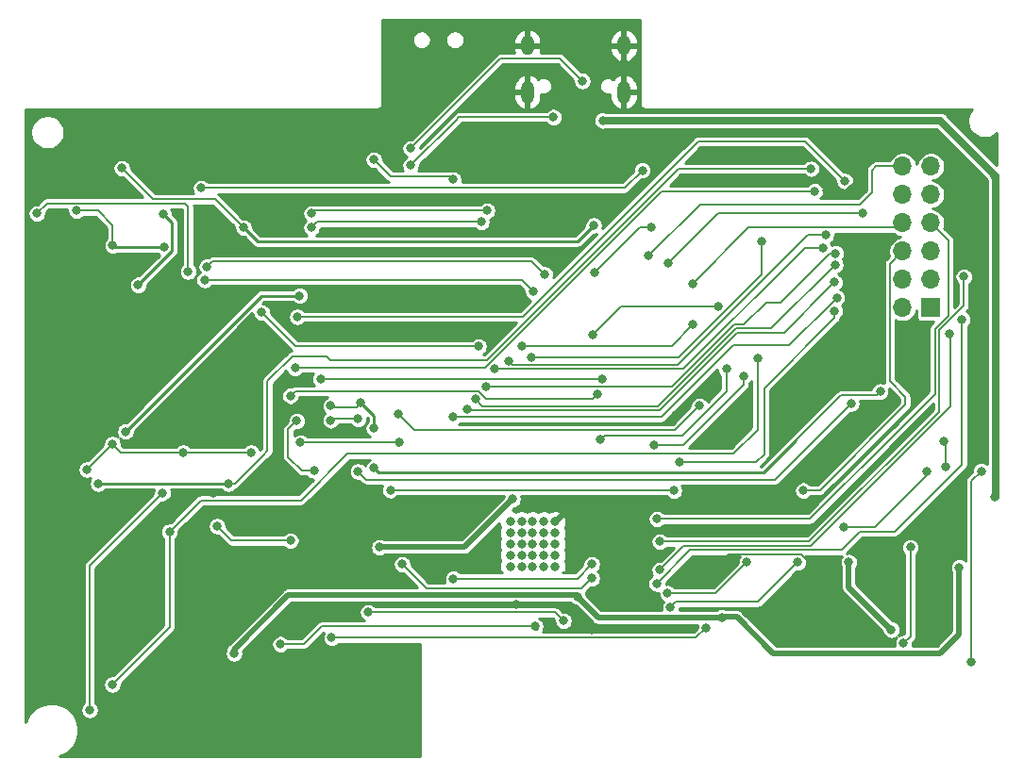
<source format=gbr>
G04 #@! TF.GenerationSoftware,KiCad,Pcbnew,(5.1.10)-1*
G04 #@! TF.CreationDate,2022-03-08T09:16:44+08:00*
G04 #@! TF.ProjectId,epaper-breakout,65706170-6572-42d6-9272-65616b6f7574,rev?*
G04 #@! TF.SameCoordinates,Original*
G04 #@! TF.FileFunction,Copper,L2,Bot*
G04 #@! TF.FilePolarity,Positive*
%FSLAX46Y46*%
G04 Gerber Fmt 4.6, Leading zero omitted, Abs format (unit mm)*
G04 Created by KiCad (PCBNEW (5.1.10)-1) date 2022-03-08 09:16:44*
%MOMM*%
%LPD*%
G01*
G04 APERTURE LIST*
G04 #@! TA.AperFunction,ComponentPad*
%ADD10C,0.800000*%
G04 #@! TD*
G04 #@! TA.AperFunction,ComponentPad*
%ADD11O,1.199998X1.999996*%
G04 #@! TD*
G04 #@! TA.AperFunction,ComponentPad*
%ADD12O,1.199998X1.799996*%
G04 #@! TD*
G04 #@! TA.AperFunction,ComponentPad*
%ADD13O,1.700000X1.700000*%
G04 #@! TD*
G04 #@! TA.AperFunction,ComponentPad*
%ADD14R,1.700000X1.700000*%
G04 #@! TD*
G04 #@! TA.AperFunction,ViaPad*
%ADD15C,0.800000*%
G04 #@! TD*
G04 #@! TA.AperFunction,Conductor*
%ADD16C,0.200000*%
G04 #@! TD*
G04 #@! TA.AperFunction,Conductor*
%ADD17C,0.250000*%
G04 #@! TD*
G04 #@! TA.AperFunction,Conductor*
%ADD18C,0.700000*%
G04 #@! TD*
G04 #@! TA.AperFunction,Conductor*
%ADD19C,0.500000*%
G04 #@! TD*
G04 #@! TA.AperFunction,Conductor*
%ADD20C,0.254000*%
G04 #@! TD*
G04 #@! TA.AperFunction,Conductor*
%ADD21C,0.100000*%
G04 #@! TD*
G04 APERTURE END LIST*
D10*
X70925000Y-72505000D03*
X70925000Y-71505000D03*
X70925000Y-70505000D03*
X70925000Y-69505000D03*
X70925000Y-68505000D03*
X69925000Y-68505000D03*
X69925000Y-69505000D03*
X69925000Y-70505000D03*
X69925000Y-71505000D03*
X69925000Y-72505000D03*
X67925000Y-72505000D03*
X67925000Y-71505000D03*
X67925000Y-70505000D03*
X67925000Y-69505000D03*
X67925000Y-68505000D03*
X68925000Y-68505000D03*
X68925000Y-69505000D03*
X68925000Y-70505000D03*
X68925000Y-71505000D03*
X68925000Y-72505000D03*
X66925000Y-68505000D03*
X66925000Y-69505000D03*
X66925000Y-70505000D03*
X66925000Y-71505000D03*
X66925000Y-72505000D03*
D11*
X77095007Y-29915122D03*
X68454943Y-29915122D03*
D12*
X68454943Y-25735044D03*
X77095007Y-25735044D03*
D13*
X102108000Y-36576000D03*
X104648000Y-36576000D03*
X102108000Y-39116000D03*
X104648000Y-39116000D03*
X102108000Y-41656000D03*
X104648000Y-41656000D03*
X102108000Y-44196000D03*
X104648000Y-44196000D03*
X102108000Y-46736000D03*
X104648000Y-46736000D03*
X102108000Y-49276000D03*
D14*
X104648000Y-49276000D03*
D15*
X109325000Y-56275000D03*
X31496000Y-45720000D03*
X48650000Y-32275000D03*
X24175000Y-74740000D03*
X25825000Y-73290000D03*
X81788000Y-58928000D03*
X25300000Y-68966000D03*
X24030000Y-65410000D03*
X30380000Y-66426000D03*
X35206000Y-68712000D03*
X40286000Y-65918000D03*
X36068000Y-47244000D03*
X69000000Y-33850000D03*
X51100000Y-39600000D03*
X51000000Y-67600000D03*
X44850000Y-54600000D03*
X40350000Y-55200000D03*
X67450000Y-75950000D03*
X74250000Y-78200000D03*
X107350000Y-68000000D03*
X93200000Y-75000000D03*
X94400000Y-72050000D03*
X95300000Y-38775000D03*
X84650000Y-56350000D03*
X96850000Y-51500000D03*
X100025000Y-55150000D03*
X84250000Y-61225000D03*
X86600002Y-61300000D03*
X85275000Y-72700000D03*
X90050000Y-77100000D03*
X29935000Y-65085994D03*
X41619002Y-65086002D03*
X93899999Y-36800000D03*
X36345000Y-69400000D03*
X31205000Y-83120000D03*
X89100004Y-53800000D03*
X42989000Y-42094000D03*
X81115000Y-45240000D03*
X32066998Y-36760000D03*
X98500000Y-40800000D03*
X74400000Y-41900000D03*
X78765000Y-36940000D03*
X39179000Y-38538000D03*
X69151000Y-77908000D03*
X81026000Y-74930000D03*
X88138000Y-72136000D03*
X46300000Y-79500000D03*
X56835000Y-58850000D03*
X83883000Y-58096000D03*
X56165000Y-65670000D03*
X81596993Y-65716007D03*
X96926142Y-37908711D03*
X47800000Y-50100000D03*
X74345000Y-51730000D03*
X85600000Y-49200000D03*
X82104994Y-63176000D03*
X96000000Y-49600000D03*
X61785000Y-59112000D03*
X96200000Y-48400000D03*
X63064990Y-58419990D03*
X96000000Y-47000000D03*
X63784834Y-57467638D03*
X96066698Y-45433302D03*
X64745000Y-56400000D03*
X96100000Y-44400000D03*
X65491103Y-54799991D03*
X94979314Y-43935357D03*
X66805002Y-54119990D03*
X95221264Y-42760010D03*
X68815000Y-53759979D03*
X89500000Y-43300000D03*
X64071000Y-52762000D03*
X67935000Y-52740000D03*
X83321691Y-50816691D03*
X44600000Y-49700002D03*
X47600002Y-54700000D03*
X94225000Y-38824998D03*
X74993000Y-61144000D03*
X86300000Y-54800000D03*
X79819000Y-61652000D03*
X87860010Y-55400000D03*
X83300000Y-47100000D03*
X80327000Y-70288000D03*
X107600000Y-46500000D03*
X80327000Y-72828000D03*
X106300000Y-51600000D03*
X80048482Y-74061222D03*
X107442000Y-50342000D03*
X79565000Y-42094000D03*
X74485000Y-46158000D03*
X57213000Y-72320000D03*
X74231000Y-73590000D03*
X79311000Y-44634000D03*
X61800000Y-73605000D03*
X74231000Y-72320000D03*
X54165000Y-76638000D03*
X71691007Y-77399993D03*
X92710000Y-72136000D03*
X81280000Y-76199986D03*
X93200000Y-65700000D03*
X49300000Y-63900000D03*
X47749932Y-59449934D03*
X28003000Y-40570000D03*
X35877000Y-43872024D03*
X31242000Y-43688000D03*
X29173000Y-85406000D03*
X35714000Y-65918000D03*
X24447000Y-40824000D03*
X38013317Y-46043756D03*
X80073000Y-68256000D03*
X48000000Y-48199999D03*
X32400000Y-60400000D03*
X50879000Y-78924000D03*
X84500000Y-78000000D03*
X64325002Y-41586000D03*
X49085000Y-42094000D03*
X64833000Y-40570000D03*
X49085000Y-40824000D03*
X75200000Y-32475000D03*
X110415000Y-37451070D03*
X110414986Y-66300000D03*
X42127000Y-80326000D03*
X72914125Y-75211978D03*
X107200000Y-72600000D03*
X85900000Y-77099994D03*
X54673000Y-35998000D03*
X61785000Y-37776000D03*
X56962191Y-61401191D03*
X40603000Y-68896000D03*
X47200000Y-70200000D03*
X48100000Y-61400002D03*
X54673000Y-60128000D03*
X54672996Y-63684000D03*
X100100000Y-56800000D03*
X53500000Y-57800000D03*
X50800000Y-58100000D03*
X53254250Y-63987576D03*
X97500000Y-57900004D03*
X53254250Y-59260750D03*
X50800010Y-59400000D03*
X74726082Y-57025790D03*
X47200000Y-57200000D03*
X75175000Y-55699990D03*
X49900000Y-55700000D03*
X108300000Y-81100000D03*
X109150000Y-63950000D03*
X35814000Y-40894000D03*
X33528000Y-47244000D03*
X31205000Y-61530000D03*
X28919000Y-63816000D03*
X37555000Y-62292000D03*
X43651001Y-62292000D03*
X67119000Y-66478000D03*
X55177000Y-70800000D03*
X106000000Y-63600000D03*
X105800000Y-61241010D03*
X96837000Y-69018000D03*
X104281500Y-64016500D03*
X97282000Y-72136000D03*
X101100002Y-78200000D03*
X57975000Y-36506000D03*
X70775000Y-32175000D03*
X57975000Y-34982000D03*
X73375000Y-28925000D03*
X102800000Y-70800000D03*
X102200000Y-79400006D03*
X68982698Y-47850302D03*
X39499999Y-46800000D03*
X39700000Y-45600000D03*
X70000000Y-46300000D03*
D16*
X68454943Y-25735044D02*
X77095007Y-25735044D01*
X77095007Y-25735044D02*
X77095007Y-29915122D01*
D17*
X40950000Y-54600000D02*
X40350000Y-55200000D01*
X44850000Y-54600000D02*
X40950000Y-54600000D01*
D16*
X94400000Y-73800000D02*
X93200000Y-75000000D01*
X94400000Y-72050000D02*
X94400000Y-73800000D01*
X97036655Y-38775000D02*
X98075000Y-37736655D01*
X95300000Y-38775000D02*
X97036655Y-38775000D01*
X98075000Y-37736655D02*
X98075000Y-36200000D01*
X100025000Y-54675000D02*
X100025000Y-55150000D01*
X96850000Y-51500000D02*
X100025000Y-54675000D01*
X84250000Y-61225000D02*
X86525002Y-61225000D01*
X86525002Y-61225000D02*
X86600002Y-61300000D01*
X86499001Y-71475999D02*
X85275000Y-72700000D01*
X93599999Y-72049197D02*
X93026801Y-71475999D01*
X93026801Y-71475999D02*
X86499001Y-71475999D01*
X93599999Y-74600001D02*
X93599999Y-72049197D01*
X93200000Y-75000000D02*
X93599999Y-74600001D01*
D17*
X29935000Y-65085994D02*
X41618994Y-65085994D01*
X41618994Y-65085994D02*
X41619002Y-65086002D01*
D16*
X42184687Y-65086002D02*
X41619002Y-65086002D01*
X45139999Y-55860001D02*
X45139999Y-60060001D01*
X50796802Y-54019998D02*
X50416802Y-53639998D01*
X47360002Y-53639998D02*
X45139999Y-55860001D01*
X64785160Y-54019998D02*
X50796802Y-54019998D01*
X50416802Y-53639998D02*
X47360002Y-53639998D01*
X82005158Y-36800000D02*
X64785160Y-54019998D01*
X93899999Y-36800000D02*
X82005158Y-36800000D01*
X45139999Y-62130691D02*
X44735345Y-62535345D01*
X45139999Y-60060001D02*
X45139999Y-62130691D01*
X44735345Y-62535345D02*
X42184687Y-65086002D01*
X44819002Y-62451687D02*
X44735345Y-62535345D01*
X36345000Y-77980000D02*
X31205000Y-83120000D01*
X36345000Y-69400000D02*
X36345000Y-77980000D01*
X36345000Y-69400000D02*
X39166999Y-66578001D01*
X39166999Y-66578001D02*
X48121999Y-66578001D01*
X89122004Y-53778000D02*
X89100004Y-53800000D01*
X48121999Y-66578001D02*
X52290000Y-62410000D01*
X89100004Y-60244996D02*
X89100004Y-53800000D01*
X52290000Y-62410000D02*
X86935000Y-62410000D01*
X86935000Y-62410000D02*
X89100004Y-60244996D01*
X42989000Y-42094000D02*
X40444988Y-39549988D01*
X40444988Y-39549988D02*
X34856986Y-39549988D01*
X34856986Y-39549988D02*
X32066998Y-36760000D01*
X81115000Y-45240000D02*
X81514999Y-44840001D01*
X85555000Y-40800000D02*
X98500000Y-40800000D01*
X81115000Y-45240000D02*
X85555000Y-40800000D01*
D17*
X42989000Y-42094000D02*
X44249989Y-43354989D01*
X44249989Y-43354989D02*
X72945011Y-43354989D01*
X72945011Y-43354989D02*
X74400000Y-41900000D01*
D16*
X77167000Y-38538000D02*
X39179000Y-38538000D01*
X78765000Y-36940000D02*
X77167000Y-38538000D01*
D17*
X69151000Y-77908000D02*
X69327994Y-78084994D01*
D16*
X85344000Y-74930000D02*
X88138000Y-72136000D01*
X81026000Y-74930000D02*
X85344000Y-74930000D01*
X48400000Y-79500000D02*
X46300000Y-79500000D01*
X49992000Y-77908000D02*
X48400000Y-79500000D01*
X69151000Y-77908000D02*
X49992000Y-77908000D01*
X81698154Y-60280846D02*
X83883000Y-58096000D01*
X58265846Y-60280846D02*
X81698154Y-60280846D01*
X56835000Y-58850000D02*
X58265846Y-60280846D01*
X56165000Y-65670000D02*
X81550986Y-65670000D01*
X81550986Y-65670000D02*
X81596993Y-65716007D01*
X96926142Y-37908711D02*
X93362407Y-34344976D01*
X68003000Y-50100000D02*
X47800000Y-50100000D01*
X93362407Y-34344976D02*
X83758024Y-34344976D01*
X83758024Y-34344976D02*
X68003000Y-50100000D01*
X76875000Y-49200000D02*
X85600000Y-49200000D01*
X74345000Y-51730000D02*
X76875000Y-49200000D01*
X88963000Y-63176000D02*
X82104994Y-63176000D01*
X89695000Y-62444000D02*
X88963000Y-63176000D01*
X89695000Y-56505000D02*
X89695000Y-62444000D01*
X96000000Y-50200000D02*
X89695000Y-56505000D01*
X96000000Y-49600000D02*
X96000000Y-50200000D01*
X80453868Y-59112000D02*
X61785000Y-59112000D01*
X86896696Y-52669172D02*
X80453868Y-59112000D01*
X89630828Y-52669172D02*
X86896696Y-52669172D01*
X89773245Y-52669172D02*
X89630828Y-52669172D01*
X95800001Y-48799999D02*
X96200000Y-48400000D01*
X91930828Y-52669172D02*
X95800001Y-48799999D01*
X89630828Y-52669172D02*
X91930828Y-52669172D01*
X63124990Y-58479990D02*
X63064990Y-58419990D01*
X87295000Y-51510000D02*
X80325010Y-58479990D01*
X80325010Y-58479990D02*
X63124990Y-58479990D01*
X89510000Y-51510000D02*
X87295000Y-51510000D01*
X89625000Y-51510000D02*
X89510000Y-51510000D01*
X91490000Y-51510000D02*
X95600001Y-47399999D01*
X89510000Y-51510000D02*
X91490000Y-51510000D01*
X95600001Y-47399999D02*
X96000000Y-47000000D01*
X90350011Y-51149989D02*
X96066698Y-45433302D01*
X63784834Y-57467638D02*
X64427196Y-58110000D01*
X64427196Y-58110000D02*
X80185868Y-58110000D01*
X87145879Y-51149989D02*
X90350011Y-51149989D01*
X80185868Y-58110000D02*
X87145879Y-51149989D01*
X86996758Y-50789978D02*
X87865022Y-50789978D01*
X87865022Y-50789978D02*
X89855000Y-48800000D01*
X81386736Y-56400000D02*
X86996758Y-50789978D01*
X75042884Y-56365788D02*
X75077096Y-56400000D01*
X75077096Y-56400000D02*
X81386736Y-56400000D01*
X64779212Y-56365788D02*
X75042884Y-56365788D01*
X64745000Y-56400000D02*
X64779212Y-56365788D01*
X95523198Y-44400000D02*
X91123198Y-48800000D01*
X96100000Y-44400000D02*
X95523198Y-44400000D01*
X91123198Y-48800000D02*
X90000000Y-48800000D01*
X90000000Y-48800000D02*
X90776802Y-48800000D01*
X89855000Y-48800000D02*
X90000000Y-48800000D01*
X93342247Y-43935357D02*
X94979314Y-43935357D01*
X65491103Y-54799991D02*
X82477613Y-54799991D01*
X82477613Y-54799991D02*
X93342247Y-43935357D01*
X66805002Y-54119990D02*
X67105001Y-54419989D01*
X81914326Y-54419989D02*
X93574305Y-42760010D01*
X93574305Y-42760010D02*
X95221264Y-42760010D01*
X67105001Y-54419989D02*
X81914326Y-54419989D01*
X82005706Y-53759979D02*
X89500000Y-46265685D01*
X89500000Y-46265685D02*
X89500000Y-43300000D01*
X68815000Y-53759979D02*
X82005706Y-53759979D01*
X83321691Y-50816691D02*
X81398382Y-52740000D01*
X81398382Y-52740000D02*
X67935000Y-52740000D01*
X47661998Y-52762000D02*
X44600000Y-49700002D01*
X64071000Y-52762000D02*
X47661998Y-52762000D01*
X52879998Y-54679998D02*
X53020002Y-54679998D01*
X47620004Y-54679998D02*
X47600002Y-54700000D01*
X52879998Y-54679998D02*
X47620004Y-54679998D01*
X64634292Y-54679998D02*
X80489292Y-38824998D01*
X52879998Y-54679998D02*
X64634292Y-54679998D01*
X80489292Y-38824998D02*
X94225000Y-38824998D01*
X86300000Y-56790868D02*
X86300000Y-54800000D01*
X74993000Y-61144000D02*
X75392999Y-60744001D01*
X75392999Y-60744001D02*
X82346867Y-60744001D01*
X82346867Y-60744001D02*
X86300000Y-56790868D01*
X79819000Y-61652000D02*
X82413685Y-61652000D01*
X87860010Y-56205675D02*
X87860010Y-55400000D01*
X82413685Y-61652000D02*
X87860010Y-56205675D01*
X102108000Y-41656000D02*
X101664000Y-42100000D01*
X101664000Y-42100000D02*
X88300000Y-42100000D01*
X88300000Y-42100000D02*
X83300000Y-47100000D01*
X105410000Y-51810000D02*
X105400000Y-51800000D01*
X107600000Y-49109130D02*
X107600000Y-46500000D01*
X105410000Y-51299130D02*
X107600000Y-49109130D01*
X105410000Y-51810000D02*
X105410000Y-51299130D01*
X105410000Y-58615000D02*
X105410000Y-51810000D01*
X93737000Y-70288000D02*
X105410000Y-58615000D01*
X80327000Y-70288000D02*
X93737000Y-70288000D01*
X106426000Y-51726000D02*
X106300000Y-51600000D01*
X106426000Y-58124000D02*
X106426000Y-51726000D01*
X93855998Y-70694002D02*
X106426000Y-58124000D01*
X82460998Y-70694002D02*
X93855998Y-70694002D01*
X80327000Y-72828000D02*
X82460998Y-70694002D01*
X107442000Y-50342000D02*
X107400000Y-50300000D01*
X101400000Y-69400000D02*
X107442000Y-63358000D01*
X98300000Y-69400000D02*
X101400000Y-69400000D01*
X96645988Y-71054012D02*
X98300000Y-69400000D01*
X83055692Y-71054012D02*
X96645988Y-71054012D01*
X107442000Y-63358000D02*
X107442000Y-50342000D01*
X80048482Y-74061222D02*
X83055692Y-71054012D01*
X78549000Y-42094000D02*
X74485000Y-46158000D01*
X79565000Y-42094000D02*
X78549000Y-42094000D01*
X57213000Y-72320000D02*
X59390999Y-74497999D01*
X59390999Y-74497999D02*
X73323001Y-74497999D01*
X73323001Y-74497999D02*
X74231000Y-73590000D01*
X99724000Y-36576000D02*
X99350000Y-36950000D01*
X102108000Y-36576000D02*
X99724000Y-36576000D01*
X99350000Y-36950000D02*
X99400000Y-36900000D01*
X99350000Y-38950000D02*
X99350000Y-36950000D01*
X98300000Y-40000000D02*
X99350000Y-38950000D01*
X83945000Y-40000000D02*
X98300000Y-40000000D01*
X79311000Y-44634000D02*
X83945000Y-40000000D01*
X72946000Y-73605000D02*
X74231000Y-72320000D01*
X61800000Y-73605000D02*
X72946000Y-73605000D01*
X54165000Y-76638000D02*
X70929014Y-76638000D01*
X70929014Y-76638000D02*
X71691007Y-77399993D01*
X94676802Y-65700000D02*
X93765685Y-65700000D01*
X102360001Y-57283199D02*
X102360001Y-58016801D01*
X100960011Y-55883209D02*
X102360001Y-57283199D01*
X100960011Y-45343989D02*
X100960011Y-55883209D01*
X102108000Y-44196000D02*
X100960011Y-45343989D01*
X93765685Y-65700000D02*
X93200000Y-65700000D01*
X102360001Y-58016801D02*
X94676802Y-65700000D01*
X89146000Y-75700000D02*
X81779986Y-75700000D01*
X81779986Y-75700000D02*
X81280000Y-76199986D01*
X92710000Y-72136000D02*
X89146000Y-75700000D01*
X47000001Y-62700001D02*
X47000001Y-60199865D01*
X47000001Y-60199865D02*
X47749932Y-59449934D01*
X48200000Y-63900000D02*
X47000001Y-62700001D01*
X49300000Y-63900000D02*
X48200000Y-63900000D01*
X31242000Y-41910000D02*
X31242000Y-43688000D01*
X29902000Y-40570000D02*
X31242000Y-41910000D01*
X28003000Y-40570000D02*
X29902000Y-40570000D01*
D17*
X31426024Y-43872024D02*
X31242000Y-43688000D01*
X35877000Y-43872024D02*
X31426024Y-43872024D01*
D16*
X29173000Y-85406000D02*
X29173000Y-72459000D01*
X29173000Y-72459000D02*
X35714000Y-65918000D01*
X38013317Y-40166317D02*
X38013317Y-46043756D01*
X25361001Y-39909999D02*
X37756999Y-39909999D01*
X24447000Y-40824000D02*
X25361001Y-39909999D01*
X37756999Y-39909999D02*
X38013317Y-40166317D01*
X80073000Y-68256000D02*
X93789000Y-68256000D01*
X101536000Y-60509000D02*
X101663000Y-60382000D01*
X93789000Y-68256000D02*
X101536000Y-60509000D01*
X105000000Y-57045000D02*
X101536000Y-60509000D01*
X106200000Y-50000000D02*
X105000000Y-51200000D01*
X105000000Y-51200000D02*
X105000000Y-57045000D01*
X106200000Y-43208000D02*
X106200000Y-50000000D01*
X104648000Y-41656000D02*
X106200000Y-43208000D01*
D17*
X44600001Y-48199999D02*
X32400000Y-60400000D01*
X48000000Y-48199999D02*
X44600001Y-48199999D01*
D16*
X50879000Y-78924000D02*
X83576000Y-78924000D01*
X83576000Y-78924000D02*
X84500000Y-78000000D01*
X64325002Y-41586000D02*
X49593000Y-41586000D01*
X49593000Y-41586000D02*
X49085000Y-42094000D01*
X64833000Y-40570000D02*
X49339000Y-40570000D01*
X49339000Y-40570000D02*
X49085000Y-40824000D01*
D18*
X105475000Y-32475000D02*
X75200000Y-32475000D01*
X109800000Y-36800000D02*
X105475000Y-32475000D01*
X110451070Y-66263916D02*
X110414986Y-66300000D01*
X110451070Y-37451070D02*
X110451070Y-66263916D01*
X109700000Y-36700000D02*
X110451070Y-37451070D01*
D19*
X74802141Y-77099994D02*
X85900000Y-77099994D01*
X72914125Y-75211978D02*
X74802141Y-77099994D01*
X47000000Y-75100000D02*
X47600000Y-75100000D01*
X42127000Y-79973000D02*
X47000000Y-75100000D01*
X42127000Y-80326000D02*
X42127000Y-79973000D01*
X72802147Y-75100000D02*
X72914125Y-75211978D01*
X47400000Y-75100000D02*
X72802147Y-75100000D01*
X87225000Y-77025000D02*
X85974994Y-77025000D01*
X90499999Y-80299999D02*
X87225000Y-77025000D01*
X85974994Y-77025000D02*
X85900000Y-77099994D01*
X105500001Y-80299999D02*
X90499999Y-80299999D01*
X107200000Y-78600000D02*
X105500001Y-80299999D01*
X107200000Y-72600000D02*
X107200000Y-78600000D01*
D16*
X61531000Y-37522000D02*
X61785000Y-37776000D01*
X56197000Y-37522000D02*
X61531000Y-37522000D01*
X54673000Y-35998000D02*
X56197000Y-37522000D01*
X41907000Y-70200000D02*
X47200000Y-70200000D01*
X40603000Y-68896000D02*
X41907000Y-70200000D01*
D17*
X56962191Y-61401191D02*
X56763382Y-61600000D01*
D16*
X56962191Y-61401191D02*
X48101189Y-61401191D01*
X48101189Y-61401191D02*
X48100000Y-61400002D01*
D17*
X55072995Y-64083999D02*
X89636686Y-64083999D01*
X54672996Y-63684000D02*
X55072995Y-64083999D01*
X89636686Y-64083999D02*
X92519000Y-61201685D01*
D16*
X92519000Y-61201685D02*
X96580686Y-57139999D01*
X99760001Y-57139999D02*
X96960001Y-57139999D01*
X100100000Y-56800000D02*
X99760001Y-57139999D01*
X96960001Y-57139999D02*
X97816801Y-57139999D01*
X96580686Y-57139999D02*
X96960001Y-57139999D01*
D17*
X54673000Y-58973000D02*
X53500000Y-57800000D01*
X54673000Y-60128000D02*
X54673000Y-58973000D01*
D16*
X50900000Y-58200000D02*
X50800000Y-58100000D01*
X53100000Y-58200000D02*
X50900000Y-58200000D01*
X53500000Y-57800000D02*
X53100000Y-58200000D01*
X53254250Y-63987576D02*
X53985673Y-64718999D01*
X89781001Y-64718999D02*
X89911686Y-64718999D01*
X53985673Y-64718999D02*
X89781001Y-64718999D01*
X89781001Y-64718999D02*
X90681005Y-64718999D01*
X97100001Y-58300003D02*
X97500000Y-57900004D01*
X90681005Y-64718999D02*
X97100001Y-58300003D01*
X53254250Y-59260750D02*
X50939260Y-59260750D01*
X50939260Y-59260750D02*
X50800010Y-59400000D01*
X74726082Y-57025790D02*
X74326083Y-57425789D01*
X47599999Y-56800001D02*
X47200000Y-57200000D01*
X64719787Y-57425789D02*
X64093999Y-56800001D01*
X74326083Y-57425789D02*
X64719787Y-57425789D01*
X64093999Y-56800001D02*
X47599999Y-56800001D01*
X75175000Y-55699990D02*
X49900010Y-55699990D01*
X49900010Y-55699990D02*
X49900000Y-55700000D01*
X108300000Y-64800000D02*
X109150000Y-63950000D01*
X108300000Y-81100000D02*
X108300000Y-64800000D01*
D17*
X36562001Y-44209999D02*
X33528000Y-47244000D01*
X36562001Y-41642001D02*
X36562001Y-44209999D01*
X35814000Y-40894000D02*
X36562001Y-41642001D01*
D16*
X31205000Y-61530000D02*
X28919000Y-63816000D01*
X37555000Y-62292000D02*
X43651001Y-62292000D01*
X31967000Y-62292000D02*
X36989315Y-62292000D01*
X31205000Y-61530000D02*
X31967000Y-62292000D01*
X36989315Y-62292000D02*
X37555000Y-62292000D01*
D19*
X55177000Y-70800000D02*
X62797000Y-70800000D01*
X62797000Y-70800000D02*
X67119000Y-66478000D01*
D16*
X106000000Y-61441010D02*
X105800000Y-61241010D01*
X106000000Y-63600000D02*
X106000000Y-61441010D01*
X104281500Y-64367500D02*
X104281500Y-64016500D01*
X99631000Y-69018000D02*
X104281500Y-64367500D01*
X96837000Y-69018000D02*
X99631000Y-69018000D01*
D19*
X97282000Y-74381998D02*
X101100002Y-78200000D01*
X97282000Y-72136000D02*
X97282000Y-74381998D01*
D16*
X62306000Y-32175000D02*
X62028000Y-32453000D01*
X70775000Y-32175000D02*
X62306000Y-32175000D01*
X57975000Y-36506000D02*
X62028000Y-32453000D01*
X71364998Y-26914998D02*
X73375000Y-28925000D01*
X66042002Y-26914998D02*
X71364998Y-26914998D01*
X57975000Y-34982000D02*
X66042002Y-26914998D01*
X102800000Y-71300000D02*
X102800000Y-70800000D01*
X102800000Y-78800006D02*
X102200000Y-79400006D01*
X102800000Y-70800000D02*
X102800000Y-78800006D01*
X68982698Y-47850302D02*
X67932396Y-46800000D01*
X67932396Y-46800000D02*
X39499999Y-46800000D01*
X68800001Y-45100001D02*
X70000000Y-46300000D01*
X40199999Y-45100001D02*
X68800001Y-45100001D01*
X39700000Y-45600000D02*
X40199999Y-45100001D01*
D20*
X78548000Y-30977795D02*
X78545813Y-31000000D01*
X78554540Y-31088607D01*
X78580386Y-31173810D01*
X78622357Y-31252333D01*
X78643585Y-31278199D01*
X78678841Y-31321159D01*
X78747667Y-31377643D01*
X78826190Y-31419614D01*
X78911393Y-31445460D01*
X79000000Y-31454187D01*
X79022205Y-31452000D01*
X108374495Y-31452000D01*
X108287901Y-31538594D01*
X108120790Y-31788694D01*
X108005681Y-32066590D01*
X107947000Y-32361604D01*
X107947000Y-32662396D01*
X108005681Y-32957410D01*
X108120790Y-33235306D01*
X108287901Y-33485406D01*
X108500594Y-33698099D01*
X108750694Y-33865210D01*
X109028590Y-33980319D01*
X109323604Y-34039000D01*
X109624396Y-34039000D01*
X109919410Y-33980319D01*
X110197306Y-33865210D01*
X110447406Y-33698099D01*
X110548000Y-33597505D01*
X110548000Y-36449157D01*
X110376413Y-36277570D01*
X110376409Y-36277565D01*
X106051413Y-31952570D01*
X106027080Y-31922920D01*
X105908766Y-31825823D01*
X105773784Y-31753673D01*
X105627319Y-31709243D01*
X105513166Y-31698000D01*
X105513163Y-31698000D01*
X105475000Y-31694241D01*
X105436837Y-31698000D01*
X75485209Y-31698000D01*
X75441227Y-31679782D01*
X75281452Y-31648000D01*
X75118548Y-31648000D01*
X74958773Y-31679782D01*
X74808269Y-31742123D01*
X74672819Y-31832628D01*
X74557628Y-31947819D01*
X74467123Y-32083269D01*
X74404782Y-32233773D01*
X74373000Y-32393548D01*
X74373000Y-32556452D01*
X74404782Y-32716227D01*
X74467123Y-32866731D01*
X74557628Y-33002181D01*
X74672819Y-33117372D01*
X74808269Y-33207877D01*
X74958773Y-33270218D01*
X75118548Y-33302000D01*
X75281452Y-33302000D01*
X75441227Y-33270218D01*
X75485209Y-33252000D01*
X105153157Y-33252000D01*
X109277565Y-37376409D01*
X109277570Y-37376413D01*
X109638399Y-37737243D01*
X109674070Y-37823359D01*
X109674071Y-63305550D01*
X109541731Y-63217123D01*
X109391227Y-63154782D01*
X109231452Y-63123000D01*
X109068548Y-63123000D01*
X108908773Y-63154782D01*
X108758269Y-63217123D01*
X108622819Y-63307628D01*
X108507628Y-63422819D01*
X108417123Y-63558269D01*
X108354782Y-63708773D01*
X108323000Y-63868548D01*
X108323000Y-64031452D01*
X108323043Y-64031667D01*
X107945661Y-64409049D01*
X107925553Y-64425552D01*
X107881511Y-64479218D01*
X107859696Y-64505799D01*
X107810761Y-64597351D01*
X107780626Y-64696691D01*
X107770451Y-64800000D01*
X107773001Y-64825891D01*
X107773001Y-72003448D01*
X107727181Y-71957628D01*
X107591731Y-71867123D01*
X107441227Y-71804782D01*
X107281452Y-71773000D01*
X107118548Y-71773000D01*
X106958773Y-71804782D01*
X106808269Y-71867123D01*
X106672819Y-71957628D01*
X106557628Y-72072819D01*
X106467123Y-72208269D01*
X106404782Y-72358773D01*
X106373000Y-72518548D01*
X106373000Y-72681452D01*
X106404782Y-72841227D01*
X106467123Y-72991731D01*
X106523000Y-73075357D01*
X106523001Y-78319576D01*
X105219579Y-79622999D01*
X102998845Y-79622999D01*
X103027000Y-79481458D01*
X103027000Y-79318554D01*
X103026957Y-79318339D01*
X103154339Y-79190957D01*
X103174448Y-79174454D01*
X103240304Y-79094208D01*
X103289239Y-79002656D01*
X103319374Y-78903316D01*
X103324822Y-78848000D01*
X103329549Y-78800007D01*
X103327000Y-78774126D01*
X103327000Y-71442493D01*
X103327181Y-71442372D01*
X103442372Y-71327181D01*
X103532877Y-71191731D01*
X103595218Y-71041227D01*
X103627000Y-70881452D01*
X103627000Y-70718548D01*
X103595218Y-70558773D01*
X103532877Y-70408269D01*
X103442372Y-70272819D01*
X103327181Y-70157628D01*
X103191731Y-70067123D01*
X103041227Y-70004782D01*
X102881452Y-69973000D01*
X102718548Y-69973000D01*
X102558773Y-70004782D01*
X102408269Y-70067123D01*
X102272819Y-70157628D01*
X102157628Y-70272819D01*
X102067123Y-70408269D01*
X102004782Y-70558773D01*
X101973000Y-70718548D01*
X101973000Y-70881452D01*
X102004782Y-71041227D01*
X102067123Y-71191731D01*
X102157628Y-71327181D01*
X102272819Y-71442372D01*
X102273000Y-71442493D01*
X102273001Y-78573006D01*
X102118548Y-78573006D01*
X101958773Y-78604788D01*
X101808269Y-78667129D01*
X101761715Y-78698236D01*
X101832879Y-78591731D01*
X101895220Y-78441227D01*
X101927002Y-78281452D01*
X101927002Y-78118548D01*
X101895220Y-77958773D01*
X101832879Y-77808269D01*
X101742374Y-77672819D01*
X101627183Y-77557628D01*
X101491733Y-77467123D01*
X101341229Y-77404782D01*
X101242584Y-77385160D01*
X97959000Y-74101576D01*
X97959000Y-72611357D01*
X98014877Y-72527731D01*
X98077218Y-72377227D01*
X98109000Y-72217452D01*
X98109000Y-72054548D01*
X98077218Y-71894773D01*
X98014877Y-71744269D01*
X97924372Y-71608819D01*
X97809181Y-71493628D01*
X97673731Y-71403123D01*
X97523227Y-71340782D01*
X97363452Y-71309000D01*
X97200548Y-71309000D01*
X97120333Y-71324956D01*
X98518290Y-69927000D01*
X101374119Y-69927000D01*
X101400000Y-69929549D01*
X101425881Y-69927000D01*
X101503310Y-69919374D01*
X101602650Y-69889239D01*
X101694202Y-69840304D01*
X101774448Y-69774448D01*
X101790955Y-69754334D01*
X107796339Y-63748951D01*
X107816448Y-63732448D01*
X107882304Y-63652202D01*
X107931239Y-63560650D01*
X107961374Y-63461310D01*
X107969000Y-63383881D01*
X107969000Y-63383879D01*
X107971549Y-63358001D01*
X107969000Y-63332123D01*
X107969000Y-50984493D01*
X107969181Y-50984372D01*
X108084372Y-50869181D01*
X108174877Y-50733731D01*
X108237218Y-50583227D01*
X108269000Y-50423452D01*
X108269000Y-50260548D01*
X108237218Y-50100773D01*
X108174877Y-49950269D01*
X108084372Y-49814819D01*
X107969181Y-49699628D01*
X107840665Y-49613756D01*
X107954344Y-49500076D01*
X107974448Y-49483578D01*
X108040304Y-49403332D01*
X108089239Y-49311780D01*
X108119374Y-49212440D01*
X108127000Y-49135011D01*
X108127000Y-49135010D01*
X108129549Y-49109130D01*
X108127000Y-49083249D01*
X108127000Y-47142493D01*
X108127181Y-47142372D01*
X108242372Y-47027181D01*
X108332877Y-46891731D01*
X108395218Y-46741227D01*
X108427000Y-46581452D01*
X108427000Y-46418548D01*
X108395218Y-46258773D01*
X108332877Y-46108269D01*
X108242372Y-45972819D01*
X108127181Y-45857628D01*
X107991731Y-45767123D01*
X107841227Y-45704782D01*
X107681452Y-45673000D01*
X107518548Y-45673000D01*
X107358773Y-45704782D01*
X107208269Y-45767123D01*
X107072819Y-45857628D01*
X106957628Y-45972819D01*
X106867123Y-46108269D01*
X106804782Y-46258773D01*
X106773000Y-46418548D01*
X106773000Y-46581452D01*
X106804782Y-46741227D01*
X106867123Y-46891731D01*
X106957628Y-47027181D01*
X107072819Y-47142372D01*
X107073001Y-47142493D01*
X107073000Y-48890839D01*
X106727000Y-49236839D01*
X106727000Y-43233877D01*
X106729549Y-43207999D01*
X106724008Y-43151741D01*
X106719374Y-43104690D01*
X106689239Y-43005350D01*
X106640304Y-42913798D01*
X106574448Y-42833552D01*
X106554339Y-42817049D01*
X105843664Y-42106374D01*
X105875926Y-42028487D01*
X105925000Y-41781774D01*
X105925000Y-41530226D01*
X105875926Y-41283513D01*
X105779663Y-41051114D01*
X105639911Y-40841960D01*
X105462040Y-40664089D01*
X105252886Y-40524337D01*
X105020487Y-40428074D01*
X104808966Y-40386000D01*
X105020487Y-40343926D01*
X105252886Y-40247663D01*
X105462040Y-40107911D01*
X105639911Y-39930040D01*
X105779663Y-39720886D01*
X105875926Y-39488487D01*
X105925000Y-39241774D01*
X105925000Y-38990226D01*
X105875926Y-38743513D01*
X105779663Y-38511114D01*
X105639911Y-38301960D01*
X105462040Y-38124089D01*
X105252886Y-37984337D01*
X105020487Y-37888074D01*
X104808966Y-37846000D01*
X105020487Y-37803926D01*
X105252886Y-37707663D01*
X105462040Y-37567911D01*
X105639911Y-37390040D01*
X105779663Y-37180886D01*
X105875926Y-36948487D01*
X105925000Y-36701774D01*
X105925000Y-36450226D01*
X105875926Y-36203513D01*
X105779663Y-35971114D01*
X105639911Y-35761960D01*
X105462040Y-35584089D01*
X105252886Y-35444337D01*
X105020487Y-35348074D01*
X104773774Y-35299000D01*
X104522226Y-35299000D01*
X104275513Y-35348074D01*
X104043114Y-35444337D01*
X103833960Y-35584089D01*
X103656089Y-35761960D01*
X103516337Y-35971114D01*
X103420074Y-36203513D01*
X103378000Y-36415034D01*
X103335926Y-36203513D01*
X103239663Y-35971114D01*
X103099911Y-35761960D01*
X102922040Y-35584089D01*
X102712886Y-35444337D01*
X102480487Y-35348074D01*
X102233774Y-35299000D01*
X101982226Y-35299000D01*
X101735513Y-35348074D01*
X101503114Y-35444337D01*
X101293960Y-35584089D01*
X101116089Y-35761960D01*
X100976337Y-35971114D01*
X100944076Y-36049000D01*
X99749881Y-36049000D01*
X99724000Y-36046451D01*
X99698119Y-36049000D01*
X99620690Y-36056626D01*
X99521350Y-36086761D01*
X99429798Y-36135696D01*
X99349552Y-36201552D01*
X99333049Y-36221661D01*
X99045656Y-36509054D01*
X98995660Y-36559051D01*
X98975553Y-36575552D01*
X98922357Y-36640372D01*
X98909696Y-36655799D01*
X98860761Y-36747351D01*
X98830626Y-36846691D01*
X98820451Y-36950000D01*
X98823001Y-36975890D01*
X98823000Y-38731710D01*
X98081711Y-39473000D01*
X94743755Y-39473000D01*
X94752181Y-39467370D01*
X94867372Y-39352179D01*
X94957877Y-39216729D01*
X95020218Y-39066225D01*
X95052000Y-38906450D01*
X95052000Y-38743546D01*
X95020218Y-38583771D01*
X94957877Y-38433267D01*
X94867372Y-38297817D01*
X94752181Y-38182626D01*
X94616731Y-38092121D01*
X94466227Y-38029780D01*
X94306452Y-37997998D01*
X94143548Y-37997998D01*
X93983773Y-38029780D01*
X93833269Y-38092121D01*
X93697819Y-38182626D01*
X93582628Y-38297817D01*
X93582507Y-38297998D01*
X81252451Y-38297998D01*
X82223449Y-37327000D01*
X93257506Y-37327000D01*
X93257627Y-37327181D01*
X93372818Y-37442372D01*
X93508268Y-37532877D01*
X93658772Y-37595218D01*
X93818547Y-37627000D01*
X93981451Y-37627000D01*
X94141226Y-37595218D01*
X94291730Y-37532877D01*
X94427180Y-37442372D01*
X94542371Y-37327181D01*
X94632876Y-37191731D01*
X94695217Y-37041227D01*
X94726999Y-36881452D01*
X94726999Y-36718548D01*
X94695217Y-36558773D01*
X94632876Y-36408269D01*
X94542371Y-36272819D01*
X94427180Y-36157628D01*
X94291730Y-36067123D01*
X94141226Y-36004782D01*
X93981451Y-35973000D01*
X93818547Y-35973000D01*
X93658772Y-36004782D01*
X93508268Y-36067123D01*
X93372818Y-36157628D01*
X93257627Y-36272819D01*
X93257506Y-36273000D01*
X82575291Y-36273000D01*
X83976315Y-34871976D01*
X93144118Y-34871976D01*
X96099185Y-37827044D01*
X96099142Y-37827259D01*
X96099142Y-37990163D01*
X96130924Y-38149938D01*
X96193265Y-38300442D01*
X96283770Y-38435892D01*
X96398961Y-38551083D01*
X96534411Y-38641588D01*
X96684915Y-38703929D01*
X96844690Y-38735711D01*
X97007594Y-38735711D01*
X97167369Y-38703929D01*
X97317873Y-38641588D01*
X97453323Y-38551083D01*
X97568514Y-38435892D01*
X97659019Y-38300442D01*
X97721360Y-38149938D01*
X97753142Y-37990163D01*
X97753142Y-37827259D01*
X97721360Y-37667484D01*
X97659019Y-37516980D01*
X97568514Y-37381530D01*
X97453323Y-37266339D01*
X97317873Y-37175834D01*
X97167369Y-37113493D01*
X97007594Y-37081711D01*
X96844690Y-37081711D01*
X96844475Y-37081754D01*
X93753362Y-33990642D01*
X93736855Y-33970528D01*
X93656609Y-33904672D01*
X93565057Y-33855737D01*
X93465717Y-33825602D01*
X93388288Y-33817976D01*
X93362407Y-33815427D01*
X93336526Y-33817976D01*
X83783905Y-33817976D01*
X83758024Y-33815427D01*
X83732143Y-33817976D01*
X83654714Y-33825602D01*
X83555374Y-33855737D01*
X83463822Y-33904672D01*
X83383576Y-33970528D01*
X83367078Y-33990631D01*
X75180181Y-42177529D01*
X75195218Y-42141227D01*
X75227000Y-41981452D01*
X75227000Y-41818548D01*
X75195218Y-41658773D01*
X75132877Y-41508269D01*
X75042372Y-41372819D01*
X74927181Y-41257628D01*
X74791731Y-41167123D01*
X74641227Y-41104782D01*
X74481452Y-41073000D01*
X74318548Y-41073000D01*
X74158773Y-41104782D01*
X74008269Y-41167123D01*
X73872819Y-41257628D01*
X73757628Y-41372819D01*
X73667123Y-41508269D01*
X73604782Y-41658773D01*
X73573000Y-41818548D01*
X73573000Y-41946355D01*
X72716367Y-42802989D01*
X49512482Y-42802989D01*
X49612181Y-42736372D01*
X49727372Y-42621181D01*
X49817877Y-42485731D01*
X49880218Y-42335227D01*
X49912000Y-42175452D01*
X49912000Y-42113000D01*
X63682509Y-42113000D01*
X63682630Y-42113181D01*
X63797821Y-42228372D01*
X63933271Y-42318877D01*
X64083775Y-42381218D01*
X64243550Y-42413000D01*
X64406454Y-42413000D01*
X64566229Y-42381218D01*
X64716733Y-42318877D01*
X64852183Y-42228372D01*
X64967374Y-42113181D01*
X65057879Y-41977731D01*
X65120220Y-41827227D01*
X65152002Y-41667452D01*
X65152002Y-41504548D01*
X65120476Y-41346061D01*
X65224731Y-41302877D01*
X65360181Y-41212372D01*
X65475372Y-41097181D01*
X65565877Y-40961731D01*
X65628218Y-40811227D01*
X65660000Y-40651452D01*
X65660000Y-40488548D01*
X65628218Y-40328773D01*
X65565877Y-40178269D01*
X65475372Y-40042819D01*
X65360181Y-39927628D01*
X65224731Y-39837123D01*
X65074227Y-39774782D01*
X64914452Y-39743000D01*
X64751548Y-39743000D01*
X64591773Y-39774782D01*
X64441269Y-39837123D01*
X64305819Y-39927628D01*
X64190628Y-40042819D01*
X64190507Y-40043000D01*
X49364880Y-40043000D01*
X49359202Y-40042441D01*
X49326227Y-40028782D01*
X49166452Y-39997000D01*
X49003548Y-39997000D01*
X48843773Y-40028782D01*
X48693269Y-40091123D01*
X48557819Y-40181628D01*
X48442628Y-40296819D01*
X48352123Y-40432269D01*
X48289782Y-40582773D01*
X48258000Y-40742548D01*
X48258000Y-40905452D01*
X48289782Y-41065227D01*
X48352123Y-41215731D01*
X48442628Y-41351181D01*
X48550447Y-41459000D01*
X48442628Y-41566819D01*
X48352123Y-41702269D01*
X48289782Y-41852773D01*
X48258000Y-42012548D01*
X48258000Y-42175452D01*
X48289782Y-42335227D01*
X48352123Y-42485731D01*
X48442628Y-42621181D01*
X48557819Y-42736372D01*
X48657518Y-42802989D01*
X44478635Y-42802989D01*
X43816000Y-42140355D01*
X43816000Y-42012548D01*
X43784218Y-41852773D01*
X43721877Y-41702269D01*
X43631372Y-41566819D01*
X43516181Y-41451628D01*
X43380731Y-41361123D01*
X43230227Y-41298782D01*
X43070452Y-41267000D01*
X42907548Y-41267000D01*
X42907333Y-41267043D01*
X40835943Y-39195654D01*
X40819436Y-39175540D01*
X40739190Y-39109684D01*
X40655591Y-39065000D01*
X77141119Y-39065000D01*
X77167000Y-39067549D01*
X77192881Y-39065000D01*
X77270310Y-39057374D01*
X77369650Y-39027239D01*
X77461202Y-38978304D01*
X77541448Y-38912448D01*
X77557955Y-38892334D01*
X78683333Y-37766957D01*
X78683548Y-37767000D01*
X78846452Y-37767000D01*
X79006227Y-37735218D01*
X79156731Y-37672877D01*
X79292181Y-37582372D01*
X79407372Y-37467181D01*
X79497877Y-37331731D01*
X79560218Y-37181227D01*
X79592000Y-37021452D01*
X79592000Y-36858548D01*
X79560218Y-36698773D01*
X79497877Y-36548269D01*
X79407372Y-36412819D01*
X79292181Y-36297628D01*
X79156731Y-36207123D01*
X79006227Y-36144782D01*
X78846452Y-36113000D01*
X78683548Y-36113000D01*
X78523773Y-36144782D01*
X78373269Y-36207123D01*
X78237819Y-36297628D01*
X78122628Y-36412819D01*
X78032123Y-36548269D01*
X77969782Y-36698773D01*
X77938000Y-36858548D01*
X77938000Y-37021452D01*
X77938043Y-37021667D01*
X76948711Y-38011000D01*
X62581457Y-38011000D01*
X62612000Y-37857452D01*
X62612000Y-37694548D01*
X62580218Y-37534773D01*
X62517877Y-37384269D01*
X62427372Y-37248819D01*
X62312181Y-37133628D01*
X62176731Y-37043123D01*
X62026227Y-36980782D01*
X61866452Y-36949000D01*
X61703548Y-36949000D01*
X61543773Y-36980782D01*
X61510798Y-36994441D01*
X61505119Y-36995000D01*
X58642884Y-36995000D01*
X58707877Y-36897731D01*
X58770218Y-36747227D01*
X58802000Y-36587452D01*
X58802000Y-36424548D01*
X58801957Y-36424332D01*
X62418946Y-32807345D01*
X62418955Y-32807334D01*
X62524289Y-32702000D01*
X70132507Y-32702000D01*
X70132628Y-32702181D01*
X70247819Y-32817372D01*
X70383269Y-32907877D01*
X70533773Y-32970218D01*
X70693548Y-33002000D01*
X70856452Y-33002000D01*
X71016227Y-32970218D01*
X71166731Y-32907877D01*
X71302181Y-32817372D01*
X71417372Y-32702181D01*
X71507877Y-32566731D01*
X71570218Y-32416227D01*
X71602000Y-32256452D01*
X71602000Y-32093548D01*
X71570218Y-31933773D01*
X71507877Y-31783269D01*
X71417372Y-31647819D01*
X71302181Y-31532628D01*
X71166731Y-31442123D01*
X71016227Y-31379782D01*
X70856452Y-31348000D01*
X70693548Y-31348000D01*
X70533773Y-31379782D01*
X70383269Y-31442123D01*
X70247819Y-31532628D01*
X70132628Y-31647819D01*
X70132507Y-31648000D01*
X62331877Y-31648000D01*
X62305999Y-31645451D01*
X62280121Y-31648000D01*
X62280119Y-31648000D01*
X62202690Y-31655626D01*
X62103350Y-31685761D01*
X62011798Y-31734696D01*
X61931552Y-31800552D01*
X61915045Y-31820666D01*
X61673666Y-32062045D01*
X61673655Y-32062054D01*
X58802000Y-34933710D01*
X58802000Y-34900548D01*
X58801957Y-34900332D01*
X63660168Y-30042122D01*
X67219944Y-30042122D01*
X67219944Y-30442121D01*
X67268451Y-30680617D01*
X67362554Y-30905067D01*
X67498637Y-31106846D01*
X67671470Y-31278199D01*
X67874411Y-31412542D01*
X68099662Y-31504712D01*
X68137334Y-31508582D01*
X68327943Y-31383851D01*
X68327943Y-30042122D01*
X67219944Y-30042122D01*
X63660168Y-30042122D01*
X64314167Y-29388123D01*
X67219944Y-29388123D01*
X67219944Y-29788122D01*
X68327943Y-29788122D01*
X68327943Y-28446393D01*
X68581943Y-28446393D01*
X68581943Y-29788122D01*
X68601943Y-29788122D01*
X68601943Y-30042122D01*
X68581943Y-30042122D01*
X68581943Y-31383851D01*
X68772552Y-31508582D01*
X68810224Y-31504712D01*
X69035475Y-31412542D01*
X69238416Y-31278199D01*
X69411249Y-31106846D01*
X69547332Y-30905067D01*
X69641435Y-30680617D01*
X69689942Y-30442121D01*
X69689942Y-30138467D01*
X69808434Y-30162036D01*
X69961492Y-30162036D01*
X70111609Y-30132176D01*
X70253016Y-30073603D01*
X70380280Y-29988569D01*
X70488508Y-29880341D01*
X70573542Y-29753077D01*
X70632115Y-29611670D01*
X70661975Y-29461553D01*
X70661975Y-29308495D01*
X70632115Y-29158378D01*
X70573542Y-29016971D01*
X70488508Y-28889707D01*
X70380280Y-28781479D01*
X70253016Y-28696445D01*
X70111609Y-28637872D01*
X69961492Y-28608012D01*
X69808434Y-28608012D01*
X69658317Y-28637872D01*
X69516910Y-28696445D01*
X69431541Y-28753486D01*
X69411249Y-28723398D01*
X69238416Y-28552045D01*
X69035475Y-28417702D01*
X68810224Y-28325532D01*
X68772552Y-28321662D01*
X68581943Y-28446393D01*
X68327943Y-28446393D01*
X68137334Y-28321662D01*
X68099662Y-28325532D01*
X67874411Y-28417702D01*
X67671470Y-28552045D01*
X67498637Y-28723398D01*
X67362554Y-28925177D01*
X67268451Y-29149627D01*
X67219944Y-29388123D01*
X64314167Y-29388123D01*
X66260293Y-27441998D01*
X71146709Y-27441998D01*
X72548043Y-28843333D01*
X72548000Y-28843548D01*
X72548000Y-29006452D01*
X72579782Y-29166227D01*
X72642123Y-29316731D01*
X72732628Y-29452181D01*
X72847819Y-29567372D01*
X72983269Y-29657877D01*
X73133773Y-29720218D01*
X73293548Y-29752000D01*
X73456452Y-29752000D01*
X73616227Y-29720218D01*
X73766731Y-29657877D01*
X73902181Y-29567372D01*
X74017372Y-29452181D01*
X74107877Y-29316731D01*
X74111288Y-29308495D01*
X74887975Y-29308495D01*
X74887975Y-29461553D01*
X74917835Y-29611670D01*
X74976408Y-29753077D01*
X75061442Y-29880341D01*
X75169670Y-29988569D01*
X75296934Y-30073603D01*
X75438341Y-30132176D01*
X75588458Y-30162036D01*
X75741516Y-30162036D01*
X75860008Y-30138467D01*
X75860008Y-30442121D01*
X75908515Y-30680617D01*
X76002618Y-30905067D01*
X76138701Y-31106846D01*
X76311534Y-31278199D01*
X76514475Y-31412542D01*
X76739726Y-31504712D01*
X76777398Y-31508582D01*
X76968007Y-31383851D01*
X76968007Y-30042122D01*
X77222007Y-30042122D01*
X77222007Y-31383851D01*
X77412616Y-31508582D01*
X77450288Y-31504712D01*
X77675539Y-31412542D01*
X77878480Y-31278199D01*
X78051313Y-31106846D01*
X78187396Y-30905067D01*
X78281499Y-30680617D01*
X78330006Y-30442121D01*
X78330006Y-30042122D01*
X77222007Y-30042122D01*
X76968007Y-30042122D01*
X76948007Y-30042122D01*
X76948007Y-29788122D01*
X76968007Y-29788122D01*
X76968007Y-28446393D01*
X77222007Y-28446393D01*
X77222007Y-29788122D01*
X78330006Y-29788122D01*
X78330006Y-29388123D01*
X78281499Y-29149627D01*
X78187396Y-28925177D01*
X78051313Y-28723398D01*
X77878480Y-28552045D01*
X77675539Y-28417702D01*
X77450288Y-28325532D01*
X77412616Y-28321662D01*
X77222007Y-28446393D01*
X76968007Y-28446393D01*
X76777398Y-28321662D01*
X76739726Y-28325532D01*
X76514475Y-28417702D01*
X76311534Y-28552045D01*
X76138701Y-28723398D01*
X76118409Y-28753486D01*
X76033040Y-28696445D01*
X75891633Y-28637872D01*
X75741516Y-28608012D01*
X75588458Y-28608012D01*
X75438341Y-28637872D01*
X75296934Y-28696445D01*
X75169670Y-28781479D01*
X75061442Y-28889707D01*
X74976408Y-29016971D01*
X74917835Y-29158378D01*
X74887975Y-29308495D01*
X74111288Y-29308495D01*
X74170218Y-29166227D01*
X74202000Y-29006452D01*
X74202000Y-28843548D01*
X74170218Y-28683773D01*
X74107877Y-28533269D01*
X74017372Y-28397819D01*
X73902181Y-28282628D01*
X73766731Y-28192123D01*
X73616227Y-28129782D01*
X73456452Y-28098000D01*
X73293548Y-28098000D01*
X73293333Y-28098043D01*
X71755953Y-26560664D01*
X71739446Y-26540550D01*
X71659200Y-26474694D01*
X71567648Y-26425759D01*
X71468308Y-26395624D01*
X71390879Y-26387998D01*
X71364998Y-26385449D01*
X71339117Y-26387998D01*
X69643986Y-26387998D01*
X69689942Y-26162043D01*
X69689942Y-25862044D01*
X75860008Y-25862044D01*
X75860008Y-26162043D01*
X75908515Y-26400539D01*
X76002618Y-26624989D01*
X76138701Y-26826768D01*
X76311534Y-26998121D01*
X76514475Y-27132464D01*
X76739726Y-27224634D01*
X76777398Y-27228504D01*
X76968007Y-27103773D01*
X76968007Y-25862044D01*
X77222007Y-25862044D01*
X77222007Y-27103773D01*
X77412616Y-27228504D01*
X77450288Y-27224634D01*
X77675539Y-27132464D01*
X77878480Y-26998121D01*
X78051313Y-26826768D01*
X78187396Y-26624989D01*
X78281499Y-26400539D01*
X78330006Y-26162043D01*
X78330006Y-25862044D01*
X77222007Y-25862044D01*
X76968007Y-25862044D01*
X75860008Y-25862044D01*
X69689942Y-25862044D01*
X68581943Y-25862044D01*
X68581943Y-25882044D01*
X68327943Y-25882044D01*
X68327943Y-25862044D01*
X67219944Y-25862044D01*
X67219944Y-26162043D01*
X67265900Y-26387998D01*
X66067883Y-26387998D01*
X66042002Y-26385449D01*
X66016121Y-26387998D01*
X65938692Y-26395624D01*
X65839352Y-26425759D01*
X65747800Y-26474694D01*
X65667554Y-26540550D01*
X65651056Y-26560653D01*
X58056668Y-34155043D01*
X58056452Y-34155000D01*
X57893548Y-34155000D01*
X57733773Y-34186782D01*
X57583269Y-34249123D01*
X57447819Y-34339628D01*
X57332628Y-34454819D01*
X57242123Y-34590269D01*
X57179782Y-34740773D01*
X57148000Y-34900548D01*
X57148000Y-35063452D01*
X57179782Y-35223227D01*
X57242123Y-35373731D01*
X57332628Y-35509181D01*
X57447819Y-35624372D01*
X57583269Y-35714877D01*
X57653578Y-35744000D01*
X57583269Y-35773123D01*
X57447819Y-35863628D01*
X57332628Y-35978819D01*
X57242123Y-36114269D01*
X57179782Y-36264773D01*
X57148000Y-36424548D01*
X57148000Y-36587452D01*
X57179782Y-36747227D01*
X57242123Y-36897731D01*
X57307116Y-36995000D01*
X56415290Y-36995000D01*
X55499957Y-36079668D01*
X55500000Y-36079452D01*
X55500000Y-35916548D01*
X55468218Y-35756773D01*
X55405877Y-35606269D01*
X55315372Y-35470819D01*
X55200181Y-35355628D01*
X55064731Y-35265123D01*
X54914227Y-35202782D01*
X54754452Y-35171000D01*
X54591548Y-35171000D01*
X54431773Y-35202782D01*
X54281269Y-35265123D01*
X54145819Y-35355628D01*
X54030628Y-35470819D01*
X53940123Y-35606269D01*
X53877782Y-35756773D01*
X53846000Y-35916548D01*
X53846000Y-36079452D01*
X53877782Y-36239227D01*
X53940123Y-36389731D01*
X54030628Y-36525181D01*
X54145819Y-36640372D01*
X54281269Y-36730877D01*
X54431773Y-36793218D01*
X54591548Y-36825000D01*
X54754452Y-36825000D01*
X54754668Y-36824957D01*
X55806049Y-37876339D01*
X55822552Y-37896448D01*
X55902798Y-37962304D01*
X55993903Y-38011000D01*
X39821493Y-38011000D01*
X39821372Y-38010819D01*
X39706181Y-37895628D01*
X39570731Y-37805123D01*
X39420227Y-37742782D01*
X39260452Y-37711000D01*
X39097548Y-37711000D01*
X38937773Y-37742782D01*
X38787269Y-37805123D01*
X38651819Y-37895628D01*
X38536628Y-38010819D01*
X38446123Y-38146269D01*
X38383782Y-38296773D01*
X38352000Y-38456548D01*
X38352000Y-38619452D01*
X38383782Y-38779227D01*
X38446123Y-38929731D01*
X38508435Y-39022988D01*
X35075276Y-39022988D01*
X32893955Y-36841668D01*
X32893998Y-36841452D01*
X32893998Y-36678548D01*
X32862216Y-36518773D01*
X32799875Y-36368269D01*
X32709370Y-36232819D01*
X32594179Y-36117628D01*
X32458729Y-36027123D01*
X32308225Y-35964782D01*
X32148450Y-35933000D01*
X31985546Y-35933000D01*
X31825771Y-35964782D01*
X31675267Y-36027123D01*
X31539817Y-36117628D01*
X31424626Y-36232819D01*
X31334121Y-36368269D01*
X31271780Y-36518773D01*
X31239998Y-36678548D01*
X31239998Y-36841452D01*
X31271780Y-37001227D01*
X31334121Y-37151731D01*
X31424626Y-37287181D01*
X31539817Y-37402372D01*
X31675267Y-37492877D01*
X31825771Y-37555218D01*
X31985546Y-37587000D01*
X32148450Y-37587000D01*
X32148666Y-37586957D01*
X33944707Y-39382999D01*
X25386882Y-39382999D01*
X25361001Y-39380450D01*
X25335120Y-39382999D01*
X25257691Y-39390625D01*
X25158351Y-39420760D01*
X25066799Y-39469695D01*
X24986553Y-39535551D01*
X24970054Y-39555655D01*
X24528667Y-39997043D01*
X24528452Y-39997000D01*
X24365548Y-39997000D01*
X24205773Y-40028782D01*
X24055269Y-40091123D01*
X23919819Y-40181628D01*
X23804628Y-40296819D01*
X23714123Y-40432269D01*
X23651782Y-40582773D01*
X23620000Y-40742548D01*
X23620000Y-40905452D01*
X23651782Y-41065227D01*
X23714123Y-41215731D01*
X23804628Y-41351181D01*
X23919819Y-41466372D01*
X24055269Y-41556877D01*
X24205773Y-41619218D01*
X24365548Y-41651000D01*
X24528452Y-41651000D01*
X24688227Y-41619218D01*
X24838731Y-41556877D01*
X24974181Y-41466372D01*
X25089372Y-41351181D01*
X25179877Y-41215731D01*
X25242218Y-41065227D01*
X25274000Y-40905452D01*
X25274000Y-40742548D01*
X25273957Y-40742333D01*
X25579292Y-40436999D01*
X27186254Y-40436999D01*
X27176000Y-40488548D01*
X27176000Y-40651452D01*
X27207782Y-40811227D01*
X27270123Y-40961731D01*
X27360628Y-41097181D01*
X27475819Y-41212372D01*
X27611269Y-41302877D01*
X27761773Y-41365218D01*
X27921548Y-41397000D01*
X28084452Y-41397000D01*
X28244227Y-41365218D01*
X28394731Y-41302877D01*
X28530181Y-41212372D01*
X28645372Y-41097181D01*
X28645493Y-41097000D01*
X29683711Y-41097000D01*
X30715000Y-42128290D01*
X30715001Y-43045507D01*
X30714819Y-43045628D01*
X30599628Y-43160819D01*
X30509123Y-43296269D01*
X30446782Y-43446773D01*
X30415000Y-43606548D01*
X30415000Y-43769452D01*
X30446782Y-43929227D01*
X30509123Y-44079731D01*
X30599628Y-44215181D01*
X30714819Y-44330372D01*
X30850269Y-44420877D01*
X31000773Y-44483218D01*
X31160548Y-44515000D01*
X31323452Y-44515000D01*
X31483227Y-44483218D01*
X31626133Y-44424024D01*
X35259447Y-44424024D01*
X35349819Y-44514396D01*
X35426033Y-44565321D01*
X33574356Y-46417000D01*
X33446548Y-46417000D01*
X33286773Y-46448782D01*
X33136269Y-46511123D01*
X33000819Y-46601628D01*
X32885628Y-46716819D01*
X32795123Y-46852269D01*
X32732782Y-47002773D01*
X32701000Y-47162548D01*
X32701000Y-47325452D01*
X32732782Y-47485227D01*
X32795123Y-47635731D01*
X32885628Y-47771181D01*
X33000819Y-47886372D01*
X33136269Y-47976877D01*
X33286773Y-48039218D01*
X33446548Y-48071000D01*
X33609452Y-48071000D01*
X33769227Y-48039218D01*
X33919731Y-47976877D01*
X34055181Y-47886372D01*
X34170372Y-47771181D01*
X34260877Y-47635731D01*
X34323218Y-47485227D01*
X34355000Y-47325452D01*
X34355000Y-47197644D01*
X36933155Y-44619491D01*
X36954212Y-44602210D01*
X36994688Y-44552890D01*
X37023192Y-44518158D01*
X37062412Y-44444782D01*
X37074449Y-44422262D01*
X37106013Y-44318210D01*
X37114001Y-44237108D01*
X37114001Y-44237098D01*
X37116670Y-44210000D01*
X37114001Y-44182902D01*
X37114001Y-41669106D01*
X37116671Y-41642000D01*
X37112063Y-41595218D01*
X37106013Y-41533790D01*
X37074449Y-41429738D01*
X37023192Y-41333843D01*
X36954212Y-41249790D01*
X36933155Y-41232509D01*
X36641000Y-40940355D01*
X36641000Y-40812548D01*
X36609218Y-40652773D01*
X36546877Y-40502269D01*
X36503265Y-40436999D01*
X37486317Y-40436999D01*
X37486318Y-45401262D01*
X37486136Y-45401384D01*
X37370945Y-45516575D01*
X37280440Y-45652025D01*
X37218099Y-45802529D01*
X37186317Y-45962304D01*
X37186317Y-46125208D01*
X37218099Y-46284983D01*
X37280440Y-46435487D01*
X37370945Y-46570937D01*
X37486136Y-46686128D01*
X37621586Y-46776633D01*
X37772090Y-46838974D01*
X37931865Y-46870756D01*
X38094769Y-46870756D01*
X38254544Y-46838974D01*
X38405048Y-46776633D01*
X38540498Y-46686128D01*
X38655689Y-46570937D01*
X38746194Y-46435487D01*
X38808535Y-46284983D01*
X38840317Y-46125208D01*
X38840317Y-45962304D01*
X38808535Y-45802529D01*
X38746194Y-45652025D01*
X38655689Y-45516575D01*
X38540498Y-45401384D01*
X38540317Y-45401263D01*
X38540317Y-40192194D01*
X38542866Y-40166316D01*
X38537580Y-40112648D01*
X38534068Y-40076988D01*
X40226699Y-40076988D01*
X42162043Y-42012333D01*
X42162000Y-42012548D01*
X42162000Y-42175452D01*
X42193782Y-42335227D01*
X42256123Y-42485731D01*
X42346628Y-42621181D01*
X42461819Y-42736372D01*
X42597269Y-42826877D01*
X42747773Y-42889218D01*
X42907548Y-42921000D01*
X43035355Y-42921000D01*
X43840497Y-43726143D01*
X43857778Y-43747200D01*
X43878834Y-43764480D01*
X43878835Y-43764481D01*
X43941831Y-43816180D01*
X44037726Y-43867437D01*
X44141778Y-43899001D01*
X44249989Y-43909659D01*
X44277097Y-43906989D01*
X72917905Y-43906989D01*
X72945011Y-43909659D01*
X72972117Y-43906989D01*
X72972120Y-43906989D01*
X73053222Y-43899001D01*
X73157274Y-43867437D01*
X73253169Y-43816180D01*
X73337222Y-43747200D01*
X73354511Y-43726133D01*
X74353645Y-42727000D01*
X74481452Y-42727000D01*
X74641227Y-42695218D01*
X74677529Y-42680181D01*
X70780181Y-46577530D01*
X70795218Y-46541227D01*
X70827000Y-46381452D01*
X70827000Y-46218548D01*
X70795218Y-46058773D01*
X70732877Y-45908269D01*
X70642372Y-45772819D01*
X70527181Y-45657628D01*
X70391731Y-45567123D01*
X70241227Y-45504782D01*
X70081452Y-45473000D01*
X69918548Y-45473000D01*
X69918333Y-45473043D01*
X69190956Y-44745667D01*
X69174449Y-44725553D01*
X69094203Y-44659697D01*
X69002651Y-44610762D01*
X68903311Y-44580627D01*
X68825882Y-44573001D01*
X68800001Y-44570452D01*
X68774120Y-44573001D01*
X40225876Y-44573001D01*
X40199998Y-44570452D01*
X40174120Y-44573001D01*
X40174118Y-44573001D01*
X40096689Y-44580627D01*
X39997349Y-44610762D01*
X39905797Y-44659697D01*
X39825551Y-44725553D01*
X39809048Y-44745662D01*
X39781667Y-44773043D01*
X39781452Y-44773000D01*
X39618548Y-44773000D01*
X39458773Y-44804782D01*
X39308269Y-44867123D01*
X39172819Y-44957628D01*
X39057628Y-45072819D01*
X38967123Y-45208269D01*
X38904782Y-45358773D01*
X38873000Y-45518548D01*
X38873000Y-45681452D01*
X38904782Y-45841227D01*
X38967123Y-45991731D01*
X39045515Y-46109053D01*
X38972818Y-46157628D01*
X38857627Y-46272819D01*
X38767122Y-46408269D01*
X38704781Y-46558773D01*
X38672999Y-46718548D01*
X38672999Y-46881452D01*
X38704781Y-47041227D01*
X38767122Y-47191731D01*
X38857627Y-47327181D01*
X38972818Y-47442372D01*
X39108268Y-47532877D01*
X39258772Y-47595218D01*
X39418547Y-47627000D01*
X39581451Y-47627000D01*
X39741226Y-47595218D01*
X39891730Y-47532877D01*
X40027180Y-47442372D01*
X40142371Y-47327181D01*
X40142492Y-47327000D01*
X67714107Y-47327000D01*
X68155741Y-47768634D01*
X68155698Y-47768850D01*
X68155698Y-47931754D01*
X68187480Y-48091529D01*
X68249821Y-48242033D01*
X68340326Y-48377483D01*
X68455517Y-48492674D01*
X68590967Y-48583179D01*
X68720767Y-48636944D01*
X67784711Y-49573000D01*
X48442493Y-49573000D01*
X48442372Y-49572819D01*
X48327181Y-49457628D01*
X48191731Y-49367123D01*
X48041227Y-49304782D01*
X47881452Y-49273000D01*
X47718548Y-49273000D01*
X47558773Y-49304782D01*
X47408269Y-49367123D01*
X47272819Y-49457628D01*
X47157628Y-49572819D01*
X47067123Y-49708269D01*
X47004782Y-49858773D01*
X46973000Y-50018548D01*
X46973000Y-50181452D01*
X47004782Y-50341227D01*
X47067123Y-50491731D01*
X47157628Y-50627181D01*
X47272819Y-50742372D01*
X47408269Y-50832877D01*
X47558773Y-50895218D01*
X47718548Y-50927000D01*
X47881452Y-50927000D01*
X48041227Y-50895218D01*
X48191731Y-50832877D01*
X48327181Y-50742372D01*
X48442372Y-50627181D01*
X48442493Y-50627000D01*
X67432869Y-50627000D01*
X64566871Y-53492998D01*
X64465543Y-53492998D01*
X64598181Y-53404372D01*
X64713372Y-53289181D01*
X64803877Y-53153731D01*
X64866218Y-53003227D01*
X64898000Y-52843452D01*
X64898000Y-52680548D01*
X64866218Y-52520773D01*
X64803877Y-52370269D01*
X64713372Y-52234819D01*
X64598181Y-52119628D01*
X64462731Y-52029123D01*
X64312227Y-51966782D01*
X64152452Y-51935000D01*
X63989548Y-51935000D01*
X63829773Y-51966782D01*
X63679269Y-52029123D01*
X63543819Y-52119628D01*
X63428628Y-52234819D01*
X63428507Y-52235000D01*
X47880288Y-52235000D01*
X45426957Y-49781670D01*
X45427000Y-49781454D01*
X45427000Y-49618550D01*
X45395218Y-49458775D01*
X45332877Y-49308271D01*
X45242372Y-49172821D01*
X45127181Y-49057630D01*
X44991731Y-48967125D01*
X44841227Y-48904784D01*
X44703298Y-48877347D01*
X44828646Y-48751999D01*
X47382447Y-48751999D01*
X47472819Y-48842371D01*
X47608269Y-48932876D01*
X47758773Y-48995217D01*
X47918548Y-49026999D01*
X48081452Y-49026999D01*
X48241227Y-48995217D01*
X48391731Y-48932876D01*
X48527181Y-48842371D01*
X48642372Y-48727180D01*
X48732877Y-48591730D01*
X48795218Y-48441226D01*
X48827000Y-48281451D01*
X48827000Y-48118547D01*
X48795218Y-47958772D01*
X48732877Y-47808268D01*
X48642372Y-47672818D01*
X48527181Y-47557627D01*
X48391731Y-47467122D01*
X48241227Y-47404781D01*
X48081452Y-47372999D01*
X47918548Y-47372999D01*
X47758773Y-47404781D01*
X47608269Y-47467122D01*
X47472819Y-47557627D01*
X47382447Y-47647999D01*
X44627107Y-47647999D01*
X44600001Y-47645329D01*
X44572895Y-47647999D01*
X44572892Y-47647999D01*
X44491790Y-47655987D01*
X44387738Y-47687551D01*
X44291843Y-47738808D01*
X44207790Y-47807788D01*
X44190505Y-47828850D01*
X32446356Y-59573000D01*
X32318548Y-59573000D01*
X32158773Y-59604782D01*
X32008269Y-59667123D01*
X31872819Y-59757628D01*
X31757628Y-59872819D01*
X31667123Y-60008269D01*
X31604782Y-60158773D01*
X31573000Y-60318548D01*
X31573000Y-60481452D01*
X31604782Y-60641227D01*
X31667123Y-60791731D01*
X31730408Y-60886443D01*
X31596731Y-60797123D01*
X31446227Y-60734782D01*
X31286452Y-60703000D01*
X31123548Y-60703000D01*
X30963773Y-60734782D01*
X30813269Y-60797123D01*
X30677819Y-60887628D01*
X30562628Y-61002819D01*
X30472123Y-61138269D01*
X30409782Y-61288773D01*
X30378000Y-61448548D01*
X30378000Y-61611452D01*
X30378043Y-61611667D01*
X29000668Y-62989043D01*
X29000452Y-62989000D01*
X28837548Y-62989000D01*
X28677773Y-63020782D01*
X28527269Y-63083123D01*
X28391819Y-63173628D01*
X28276628Y-63288819D01*
X28186123Y-63424269D01*
X28123782Y-63574773D01*
X28092000Y-63734548D01*
X28092000Y-63897452D01*
X28123782Y-64057227D01*
X28186123Y-64207731D01*
X28276628Y-64343181D01*
X28391819Y-64458372D01*
X28527269Y-64548877D01*
X28677773Y-64611218D01*
X28837548Y-64643000D01*
X29000452Y-64643000D01*
X29160227Y-64611218D01*
X29296789Y-64554652D01*
X29292628Y-64558813D01*
X29202123Y-64694263D01*
X29139782Y-64844767D01*
X29108000Y-65004542D01*
X29108000Y-65167446D01*
X29139782Y-65327221D01*
X29202123Y-65477725D01*
X29292628Y-65613175D01*
X29407819Y-65728366D01*
X29543269Y-65818871D01*
X29693773Y-65881212D01*
X29853548Y-65912994D01*
X30016452Y-65912994D01*
X30176227Y-65881212D01*
X30326731Y-65818871D01*
X30462181Y-65728366D01*
X30552553Y-65637994D01*
X34934845Y-65637994D01*
X34918782Y-65676773D01*
X34887000Y-65836548D01*
X34887000Y-65999452D01*
X34887043Y-65999667D01*
X28818662Y-72068049D01*
X28798553Y-72084552D01*
X28770304Y-72118974D01*
X28732696Y-72164799D01*
X28683761Y-72256351D01*
X28653626Y-72355691D01*
X28643451Y-72459000D01*
X28646001Y-72484891D01*
X28646000Y-84763507D01*
X28645819Y-84763628D01*
X28530628Y-84878819D01*
X28440123Y-85014269D01*
X28377782Y-85164773D01*
X28346000Y-85324548D01*
X28346000Y-85487452D01*
X28377782Y-85647227D01*
X28440123Y-85797731D01*
X28530628Y-85933181D01*
X28645819Y-86048372D01*
X28781269Y-86138877D01*
X28931773Y-86201218D01*
X29091548Y-86233000D01*
X29254452Y-86233000D01*
X29414227Y-86201218D01*
X29564731Y-86138877D01*
X29700181Y-86048372D01*
X29815372Y-85933181D01*
X29905877Y-85797731D01*
X29968218Y-85647227D01*
X30000000Y-85487452D01*
X30000000Y-85324548D01*
X29968218Y-85164773D01*
X29905877Y-85014269D01*
X29815372Y-84878819D01*
X29700181Y-84763628D01*
X29700000Y-84763507D01*
X29700000Y-72677289D01*
X35632333Y-66744957D01*
X35632548Y-66745000D01*
X35795452Y-66745000D01*
X35955227Y-66713218D01*
X36105731Y-66650877D01*
X36241181Y-66560372D01*
X36356372Y-66445181D01*
X36446877Y-66309731D01*
X36509218Y-66159227D01*
X36541000Y-65999452D01*
X36541000Y-65836548D01*
X36509218Y-65676773D01*
X36493155Y-65637994D01*
X41001441Y-65637994D01*
X41091821Y-65728374D01*
X41227271Y-65818879D01*
X41377775Y-65881220D01*
X41537550Y-65913002D01*
X41700454Y-65913002D01*
X41860229Y-65881220D01*
X42010733Y-65818879D01*
X42146183Y-65728374D01*
X42261374Y-65613183D01*
X42265082Y-65607633D01*
X42287997Y-65605376D01*
X42387337Y-65575241D01*
X42478889Y-65526306D01*
X42559135Y-65460450D01*
X42575642Y-65440336D01*
X45126290Y-62889691D01*
X45126299Y-62889680D01*
X45494338Y-62521642D01*
X45514447Y-62505139D01*
X45580303Y-62424893D01*
X45629238Y-62333341D01*
X45659373Y-62234001D01*
X45666999Y-62156572D01*
X45669548Y-62130692D01*
X45666999Y-62104811D01*
X45666999Y-56078290D01*
X46804664Y-54940625D01*
X46804784Y-54941227D01*
X46867125Y-55091731D01*
X46957630Y-55227181D01*
X47072821Y-55342372D01*
X47208271Y-55432877D01*
X47358775Y-55495218D01*
X47518550Y-55527000D01*
X47681454Y-55527000D01*
X47841229Y-55495218D01*
X47991733Y-55432877D01*
X48127183Y-55342372D01*
X48242374Y-55227181D01*
X48255860Y-55206998D01*
X49234790Y-55206998D01*
X49167123Y-55308269D01*
X49104782Y-55458773D01*
X49073000Y-55618548D01*
X49073000Y-55781452D01*
X49104782Y-55941227D01*
X49167123Y-56091731D01*
X49257628Y-56227181D01*
X49303448Y-56273001D01*
X47625879Y-56273001D01*
X47599998Y-56270452D01*
X47496699Y-56280626D01*
X47496689Y-56280627D01*
X47397349Y-56310762D01*
X47305797Y-56359697D01*
X47288000Y-56374303D01*
X47281452Y-56373000D01*
X47118548Y-56373000D01*
X46958773Y-56404782D01*
X46808269Y-56467123D01*
X46672819Y-56557628D01*
X46557628Y-56672819D01*
X46467123Y-56808269D01*
X46404782Y-56958773D01*
X46373000Y-57118548D01*
X46373000Y-57281452D01*
X46404782Y-57441227D01*
X46467123Y-57591731D01*
X46557628Y-57727181D01*
X46672819Y-57842372D01*
X46808269Y-57932877D01*
X46958773Y-57995218D01*
X47118548Y-58027000D01*
X47281452Y-58027000D01*
X47441227Y-57995218D01*
X47591731Y-57932877D01*
X47727181Y-57842372D01*
X47842372Y-57727181D01*
X47932877Y-57591731D01*
X47995218Y-57441227D01*
X48017940Y-57327001D01*
X50505132Y-57327001D01*
X50408269Y-57367123D01*
X50272819Y-57457628D01*
X50157628Y-57572819D01*
X50067123Y-57708269D01*
X50004782Y-57858773D01*
X49973000Y-58018548D01*
X49973000Y-58181452D01*
X50004782Y-58341227D01*
X50067123Y-58491731D01*
X50157628Y-58627181D01*
X50272819Y-58742372D01*
X50284240Y-58750003D01*
X50272829Y-58757628D01*
X50157638Y-58872819D01*
X50067133Y-59008269D01*
X50004792Y-59158773D01*
X49973010Y-59318548D01*
X49973010Y-59481452D01*
X50004792Y-59641227D01*
X50067133Y-59791731D01*
X50157638Y-59927181D01*
X50272829Y-60042372D01*
X50408279Y-60132877D01*
X50558783Y-60195218D01*
X50718558Y-60227000D01*
X50881462Y-60227000D01*
X51041237Y-60195218D01*
X51191741Y-60132877D01*
X51327191Y-60042372D01*
X51442382Y-59927181D01*
X51532887Y-59791731D01*
X51534536Y-59787750D01*
X52611757Y-59787750D01*
X52611878Y-59787931D01*
X52727069Y-59903122D01*
X52862519Y-59993627D01*
X53013023Y-60055968D01*
X53172798Y-60087750D01*
X53335702Y-60087750D01*
X53495477Y-60055968D01*
X53645981Y-59993627D01*
X53781431Y-59903122D01*
X53896622Y-59787931D01*
X53987127Y-59652481D01*
X54049468Y-59501977D01*
X54081250Y-59342202D01*
X54081250Y-59179298D01*
X54076929Y-59157574D01*
X54121001Y-59201646D01*
X54121001Y-59510446D01*
X54030628Y-59600819D01*
X53940123Y-59736269D01*
X53877782Y-59886773D01*
X53846000Y-60046548D01*
X53846000Y-60209452D01*
X53877782Y-60369227D01*
X53940123Y-60519731D01*
X54030628Y-60655181D01*
X54145819Y-60770372D01*
X54281269Y-60860877D01*
X54313412Y-60874191D01*
X48743287Y-60874191D01*
X48742372Y-60872821D01*
X48627181Y-60757630D01*
X48491731Y-60667125D01*
X48341227Y-60604784D01*
X48181452Y-60573002D01*
X48018548Y-60573002D01*
X47858773Y-60604784D01*
X47708269Y-60667125D01*
X47572819Y-60757630D01*
X47527001Y-60803448D01*
X47527001Y-60418154D01*
X47668265Y-60276891D01*
X47668480Y-60276934D01*
X47831384Y-60276934D01*
X47991159Y-60245152D01*
X48141663Y-60182811D01*
X48277113Y-60092306D01*
X48392304Y-59977115D01*
X48482809Y-59841665D01*
X48545150Y-59691161D01*
X48576932Y-59531386D01*
X48576932Y-59368482D01*
X48545150Y-59208707D01*
X48482809Y-59058203D01*
X48392304Y-58922753D01*
X48277113Y-58807562D01*
X48141663Y-58717057D01*
X47991159Y-58654716D01*
X47831384Y-58622934D01*
X47668480Y-58622934D01*
X47508705Y-58654716D01*
X47358201Y-58717057D01*
X47222751Y-58807562D01*
X47107560Y-58922753D01*
X47017055Y-59058203D01*
X46954714Y-59208707D01*
X46922932Y-59368482D01*
X46922932Y-59531386D01*
X46922975Y-59531601D01*
X46645662Y-59808915D01*
X46625554Y-59825417D01*
X46575201Y-59886773D01*
X46559697Y-59905664D01*
X46510762Y-59997216D01*
X46480627Y-60096556D01*
X46470452Y-60199865D01*
X46473002Y-60225756D01*
X46473001Y-62674120D01*
X46470452Y-62700001D01*
X46473001Y-62725881D01*
X46480627Y-62803310D01*
X46510762Y-62902650D01*
X46559697Y-62994203D01*
X46625553Y-63074449D01*
X46645667Y-63090956D01*
X47809053Y-64254344D01*
X47825552Y-64274448D01*
X47905798Y-64340304D01*
X47997350Y-64389239D01*
X48096690Y-64419374D01*
X48151762Y-64424798D01*
X48200000Y-64429549D01*
X48225881Y-64427000D01*
X48657507Y-64427000D01*
X48657628Y-64427181D01*
X48772819Y-64542372D01*
X48908269Y-64632877D01*
X49058773Y-64695218D01*
X49218548Y-64727000D01*
X49227710Y-64727000D01*
X47903710Y-66051001D01*
X39192876Y-66051001D01*
X39166998Y-66048452D01*
X39141120Y-66051001D01*
X39141118Y-66051001D01*
X39063689Y-66058627D01*
X38964349Y-66088762D01*
X38872797Y-66137697D01*
X38792551Y-66203553D01*
X38776048Y-66223662D01*
X36426668Y-68573043D01*
X36426452Y-68573000D01*
X36263548Y-68573000D01*
X36103773Y-68604782D01*
X35953269Y-68667123D01*
X35817819Y-68757628D01*
X35702628Y-68872819D01*
X35612123Y-69008269D01*
X35549782Y-69158773D01*
X35518000Y-69318548D01*
X35518000Y-69481452D01*
X35549782Y-69641227D01*
X35612123Y-69791731D01*
X35702628Y-69927181D01*
X35817819Y-70042372D01*
X35818000Y-70042493D01*
X35818001Y-77761708D01*
X31286668Y-82293043D01*
X31286452Y-82293000D01*
X31123548Y-82293000D01*
X30963773Y-82324782D01*
X30813269Y-82387123D01*
X30677819Y-82477628D01*
X30562628Y-82592819D01*
X30472123Y-82728269D01*
X30409782Y-82878773D01*
X30378000Y-83038548D01*
X30378000Y-83201452D01*
X30409782Y-83361227D01*
X30472123Y-83511731D01*
X30562628Y-83647181D01*
X30677819Y-83762372D01*
X30813269Y-83852877D01*
X30963773Y-83915218D01*
X31123548Y-83947000D01*
X31286452Y-83947000D01*
X31446227Y-83915218D01*
X31596731Y-83852877D01*
X31732181Y-83762372D01*
X31847372Y-83647181D01*
X31937877Y-83511731D01*
X32000218Y-83361227D01*
X32032000Y-83201452D01*
X32032000Y-83038548D01*
X32031957Y-83038332D01*
X36699345Y-78370946D01*
X36719448Y-78354448D01*
X36785304Y-78274202D01*
X36834239Y-78182650D01*
X36864374Y-78083310D01*
X36872000Y-78005881D01*
X36874549Y-77980000D01*
X36872000Y-77954119D01*
X36872000Y-70042493D01*
X36872181Y-70042372D01*
X36987372Y-69927181D01*
X37077877Y-69791731D01*
X37140218Y-69641227D01*
X37172000Y-69481452D01*
X37172000Y-69318548D01*
X37171957Y-69318332D01*
X37675741Y-68814548D01*
X39776000Y-68814548D01*
X39776000Y-68977452D01*
X39807782Y-69137227D01*
X39870123Y-69287731D01*
X39960628Y-69423181D01*
X40075819Y-69538372D01*
X40211269Y-69628877D01*
X40361773Y-69691218D01*
X40521548Y-69723000D01*
X40684452Y-69723000D01*
X40684668Y-69722957D01*
X41516049Y-70554339D01*
X41532552Y-70574448D01*
X41612798Y-70640304D01*
X41704350Y-70689239D01*
X41803690Y-70719374D01*
X41881119Y-70727000D01*
X41881121Y-70727000D01*
X41906999Y-70729549D01*
X41932877Y-70727000D01*
X46557507Y-70727000D01*
X46557628Y-70727181D01*
X46672819Y-70842372D01*
X46808269Y-70932877D01*
X46958773Y-70995218D01*
X47118548Y-71027000D01*
X47281452Y-71027000D01*
X47441227Y-70995218D01*
X47591731Y-70932877D01*
X47727181Y-70842372D01*
X47842372Y-70727181D01*
X47932877Y-70591731D01*
X47995218Y-70441227D01*
X48027000Y-70281452D01*
X48027000Y-70118548D01*
X47995218Y-69958773D01*
X47932877Y-69808269D01*
X47842372Y-69672819D01*
X47727181Y-69557628D01*
X47591731Y-69467123D01*
X47441227Y-69404782D01*
X47281452Y-69373000D01*
X47118548Y-69373000D01*
X46958773Y-69404782D01*
X46808269Y-69467123D01*
X46672819Y-69557628D01*
X46557628Y-69672819D01*
X46557507Y-69673000D01*
X42125290Y-69673000D01*
X41429957Y-68977668D01*
X41430000Y-68977452D01*
X41430000Y-68814548D01*
X41398218Y-68654773D01*
X41335877Y-68504269D01*
X41245372Y-68368819D01*
X41130181Y-68253628D01*
X40994731Y-68163123D01*
X40844227Y-68100782D01*
X40684452Y-68069000D01*
X40521548Y-68069000D01*
X40361773Y-68100782D01*
X40211269Y-68163123D01*
X40075819Y-68253628D01*
X39960628Y-68368819D01*
X39870123Y-68504269D01*
X39807782Y-68654773D01*
X39776000Y-68814548D01*
X37675741Y-68814548D01*
X39385289Y-67105001D01*
X48096118Y-67105001D01*
X48121999Y-67107550D01*
X48147880Y-67105001D01*
X48225309Y-67097375D01*
X48324649Y-67067240D01*
X48416201Y-67018305D01*
X48496447Y-66952449D01*
X48512954Y-66932335D01*
X52508291Y-62937000D01*
X54315361Y-62937000D01*
X54281265Y-62951123D01*
X54145815Y-63041628D01*
X54030624Y-63156819D01*
X53940119Y-63292269D01*
X53878136Y-63441909D01*
X53781431Y-63345204D01*
X53645981Y-63254699D01*
X53495477Y-63192358D01*
X53335702Y-63160576D01*
X53172798Y-63160576D01*
X53013023Y-63192358D01*
X52862519Y-63254699D01*
X52727069Y-63345204D01*
X52611878Y-63460395D01*
X52521373Y-63595845D01*
X52459032Y-63746349D01*
X52427250Y-63906124D01*
X52427250Y-64069028D01*
X52459032Y-64228803D01*
X52521373Y-64379307D01*
X52611878Y-64514757D01*
X52727069Y-64629948D01*
X52862519Y-64720453D01*
X53013023Y-64782794D01*
X53172798Y-64814576D01*
X53335702Y-64814576D01*
X53335918Y-64814533D01*
X53594722Y-65073338D01*
X53611225Y-65093447D01*
X53691471Y-65159303D01*
X53783023Y-65208238D01*
X53882363Y-65238373D01*
X53959792Y-65245999D01*
X53959794Y-65245999D01*
X53985672Y-65248548D01*
X54011550Y-65245999D01*
X55453685Y-65245999D01*
X55432123Y-65278269D01*
X55369782Y-65428773D01*
X55338000Y-65588548D01*
X55338000Y-65751452D01*
X55369782Y-65911227D01*
X55432123Y-66061731D01*
X55522628Y-66197181D01*
X55637819Y-66312372D01*
X55773269Y-66402877D01*
X55923773Y-66465218D01*
X56083548Y-66497000D01*
X56246452Y-66497000D01*
X56406227Y-66465218D01*
X56556731Y-66402877D01*
X56692181Y-66312372D01*
X56807372Y-66197181D01*
X56807493Y-66197000D01*
X66340257Y-66197000D01*
X66323782Y-66236773D01*
X66304160Y-66335418D01*
X62516578Y-70123000D01*
X55652357Y-70123000D01*
X55568731Y-70067123D01*
X55418227Y-70004782D01*
X55258452Y-69973000D01*
X55095548Y-69973000D01*
X54935773Y-70004782D01*
X54785269Y-70067123D01*
X54649819Y-70157628D01*
X54534628Y-70272819D01*
X54444123Y-70408269D01*
X54381782Y-70558773D01*
X54350000Y-70718548D01*
X54350000Y-70881452D01*
X54381782Y-71041227D01*
X54444123Y-71191731D01*
X54534628Y-71327181D01*
X54649819Y-71442372D01*
X54785269Y-71532877D01*
X54935773Y-71595218D01*
X55095548Y-71627000D01*
X55258452Y-71627000D01*
X55418227Y-71595218D01*
X55568731Y-71532877D01*
X55652357Y-71477000D01*
X62763755Y-71477000D01*
X62797000Y-71480274D01*
X62830245Y-71477000D01*
X62830252Y-71477000D01*
X62929715Y-71467204D01*
X63057330Y-71428492D01*
X63174941Y-71365628D01*
X63278027Y-71281027D01*
X63299226Y-71255196D01*
X65900123Y-68654299D01*
X65925353Y-68791912D01*
X66000534Y-68981420D01*
X66013362Y-69005422D01*
X65934423Y-69188184D01*
X65891649Y-69387523D01*
X65888587Y-69591377D01*
X65925353Y-69791912D01*
X66000534Y-69981420D01*
X66013362Y-70005422D01*
X65934423Y-70188184D01*
X65891649Y-70387523D01*
X65888587Y-70591377D01*
X65925353Y-70791912D01*
X66000534Y-70981420D01*
X66013362Y-71005422D01*
X65934423Y-71188184D01*
X65891649Y-71387523D01*
X65888587Y-71591377D01*
X65925353Y-71791912D01*
X66000534Y-71981420D01*
X66013362Y-72005422D01*
X65934423Y-72188184D01*
X65891649Y-72387523D01*
X65888587Y-72591377D01*
X65925353Y-72791912D01*
X66000534Y-72981420D01*
X66015264Y-73008981D01*
X66218556Y-73031836D01*
X66172392Y-73078000D01*
X62442493Y-73078000D01*
X62442372Y-73077819D01*
X62327181Y-72962628D01*
X62191731Y-72872123D01*
X62041227Y-72809782D01*
X61881452Y-72778000D01*
X61718548Y-72778000D01*
X61558773Y-72809782D01*
X61408269Y-72872123D01*
X61272819Y-72962628D01*
X61157628Y-73077819D01*
X61067123Y-73213269D01*
X61004782Y-73363773D01*
X60973000Y-73523548D01*
X60973000Y-73686452D01*
X61004782Y-73846227D01*
X61056464Y-73970999D01*
X59609290Y-73970999D01*
X58039957Y-72401668D01*
X58040000Y-72401452D01*
X58040000Y-72238548D01*
X58008218Y-72078773D01*
X57945877Y-71928269D01*
X57855372Y-71792819D01*
X57740181Y-71677628D01*
X57604731Y-71587123D01*
X57454227Y-71524782D01*
X57294452Y-71493000D01*
X57131548Y-71493000D01*
X56971773Y-71524782D01*
X56821269Y-71587123D01*
X56685819Y-71677628D01*
X56570628Y-71792819D01*
X56480123Y-71928269D01*
X56417782Y-72078773D01*
X56386000Y-72238548D01*
X56386000Y-72401452D01*
X56417782Y-72561227D01*
X56480123Y-72711731D01*
X56570628Y-72847181D01*
X56685819Y-72962372D01*
X56821269Y-73052877D01*
X56971773Y-73115218D01*
X57131548Y-73147000D01*
X57294452Y-73147000D01*
X57294668Y-73146957D01*
X58570709Y-74423000D01*
X47033252Y-74423000D01*
X47000000Y-74419725D01*
X46867285Y-74432796D01*
X46739670Y-74471508D01*
X46622059Y-74534372D01*
X46562214Y-74583486D01*
X46518973Y-74618973D01*
X46497778Y-74644799D01*
X41671800Y-79470778D01*
X41645974Y-79491973D01*
X41561372Y-79595059D01*
X41498508Y-79712670D01*
X41462186Y-79832405D01*
X41394123Y-79934269D01*
X41331782Y-80084773D01*
X41300000Y-80244548D01*
X41300000Y-80407452D01*
X41331782Y-80567227D01*
X41394123Y-80717731D01*
X41484628Y-80853181D01*
X41599819Y-80968372D01*
X41735269Y-81058877D01*
X41885773Y-81121218D01*
X42045548Y-81153000D01*
X42208452Y-81153000D01*
X42368227Y-81121218D01*
X42518731Y-81058877D01*
X42654181Y-80968372D01*
X42769372Y-80853181D01*
X42859877Y-80717731D01*
X42922218Y-80567227D01*
X42954000Y-80407452D01*
X42954000Y-80244548D01*
X42930585Y-80126837D01*
X47280423Y-75777000D01*
X72309594Y-75777000D01*
X72386944Y-75854350D01*
X72522394Y-75944855D01*
X72672898Y-76007196D01*
X72771543Y-76026818D01*
X74299919Y-77555195D01*
X74321114Y-77581021D01*
X74346940Y-77602216D01*
X74346942Y-77602218D01*
X74424200Y-77665622D01*
X74541811Y-77728486D01*
X74669426Y-77767198D01*
X74802141Y-77780269D01*
X74835393Y-77776994D01*
X83701158Y-77776994D01*
X83673000Y-77918548D01*
X83673000Y-78081452D01*
X83673043Y-78081668D01*
X83357711Y-78397000D01*
X69818884Y-78397000D01*
X69883877Y-78299731D01*
X69946218Y-78149227D01*
X69978000Y-77989452D01*
X69978000Y-77826548D01*
X69946218Y-77666773D01*
X69883877Y-77516269D01*
X69793372Y-77380819D01*
X69678181Y-77265628D01*
X69542731Y-77175123D01*
X69518292Y-77165000D01*
X70710725Y-77165000D01*
X70864050Y-77318326D01*
X70864007Y-77318541D01*
X70864007Y-77481445D01*
X70895789Y-77641220D01*
X70958130Y-77791724D01*
X71048635Y-77927174D01*
X71163826Y-78042365D01*
X71299276Y-78132870D01*
X71449780Y-78195211D01*
X71609555Y-78226993D01*
X71772459Y-78226993D01*
X71932234Y-78195211D01*
X72082738Y-78132870D01*
X72218188Y-78042365D01*
X72333379Y-77927174D01*
X72423884Y-77791724D01*
X72486225Y-77641220D01*
X72518007Y-77481445D01*
X72518007Y-77318541D01*
X72486225Y-77158766D01*
X72423884Y-77008262D01*
X72333379Y-76872812D01*
X72218188Y-76757621D01*
X72082738Y-76667116D01*
X71932234Y-76604775D01*
X71772459Y-76572993D01*
X71609555Y-76572993D01*
X71609340Y-76573036D01*
X71319969Y-76283666D01*
X71303462Y-76263552D01*
X71223216Y-76197696D01*
X71131664Y-76148761D01*
X71032324Y-76118626D01*
X70954895Y-76111000D01*
X70929014Y-76108451D01*
X70903133Y-76111000D01*
X54807493Y-76111000D01*
X54807372Y-76110819D01*
X54692181Y-75995628D01*
X54556731Y-75905123D01*
X54406227Y-75842782D01*
X54246452Y-75811000D01*
X54083548Y-75811000D01*
X53923773Y-75842782D01*
X53773269Y-75905123D01*
X53637819Y-75995628D01*
X53522628Y-76110819D01*
X53432123Y-76246269D01*
X53369782Y-76396773D01*
X53338000Y-76556548D01*
X53338000Y-76719452D01*
X53369782Y-76879227D01*
X53432123Y-77029731D01*
X53522628Y-77165181D01*
X53637819Y-77280372D01*
X53773269Y-77370877D01*
X53797708Y-77381000D01*
X50017881Y-77381000D01*
X49992000Y-77378451D01*
X49966119Y-77381000D01*
X49888690Y-77388626D01*
X49789350Y-77418761D01*
X49697798Y-77467696D01*
X49617552Y-77533552D01*
X49601049Y-77553661D01*
X48181711Y-78973000D01*
X46942493Y-78973000D01*
X46942372Y-78972819D01*
X46827181Y-78857628D01*
X46691731Y-78767123D01*
X46541227Y-78704782D01*
X46381452Y-78673000D01*
X46218548Y-78673000D01*
X46058773Y-78704782D01*
X45908269Y-78767123D01*
X45772819Y-78857628D01*
X45657628Y-78972819D01*
X45567123Y-79108269D01*
X45504782Y-79258773D01*
X45473000Y-79418548D01*
X45473000Y-79581452D01*
X45504782Y-79741227D01*
X45567123Y-79891731D01*
X45657628Y-80027181D01*
X45772819Y-80142372D01*
X45908269Y-80232877D01*
X46058773Y-80295218D01*
X46218548Y-80327000D01*
X46381452Y-80327000D01*
X46541227Y-80295218D01*
X46691731Y-80232877D01*
X46827181Y-80142372D01*
X46942372Y-80027181D01*
X46942493Y-80027000D01*
X48374119Y-80027000D01*
X48400000Y-80029549D01*
X48425881Y-80027000D01*
X48503310Y-80019374D01*
X48602650Y-79989239D01*
X48694202Y-79940304D01*
X48774448Y-79874448D01*
X48790955Y-79854334D01*
X50210290Y-78435000D01*
X50211116Y-78435000D01*
X50146123Y-78532269D01*
X50083782Y-78682773D01*
X50052000Y-78842548D01*
X50052000Y-79005452D01*
X50083782Y-79165227D01*
X50146123Y-79315731D01*
X50236628Y-79451181D01*
X50351819Y-79566372D01*
X50487269Y-79656877D01*
X50637773Y-79719218D01*
X50797548Y-79751000D01*
X50960452Y-79751000D01*
X51120227Y-79719218D01*
X51270731Y-79656877D01*
X51406181Y-79566372D01*
X51521372Y-79451181D01*
X51521493Y-79451000D01*
X58834692Y-79451000D01*
X58818410Y-89548000D01*
X26491768Y-89548000D01*
X26919615Y-89370779D01*
X27317122Y-89105174D01*
X27655174Y-88767122D01*
X27920779Y-88369615D01*
X28103732Y-87927930D01*
X28197000Y-87459039D01*
X28197000Y-86980961D01*
X28103732Y-86512070D01*
X27920779Y-86070385D01*
X27655174Y-85672878D01*
X27317122Y-85334826D01*
X26919615Y-85069221D01*
X26477930Y-84886268D01*
X26009039Y-84793000D01*
X25530961Y-84793000D01*
X25062070Y-84886268D01*
X24620385Y-85069221D01*
X24222878Y-85334826D01*
X23884826Y-85672878D01*
X23619221Y-86070385D01*
X23452000Y-86474090D01*
X23452000Y-33377604D01*
X23873000Y-33377604D01*
X23873000Y-33678396D01*
X23931681Y-33973410D01*
X24046790Y-34251306D01*
X24213901Y-34501406D01*
X24426594Y-34714099D01*
X24676694Y-34881210D01*
X24954590Y-34996319D01*
X25249604Y-35055000D01*
X25550396Y-35055000D01*
X25845410Y-34996319D01*
X26123306Y-34881210D01*
X26373406Y-34714099D01*
X26586099Y-34501406D01*
X26753210Y-34251306D01*
X26868319Y-33973410D01*
X26927000Y-33678396D01*
X26927000Y-33377604D01*
X26868319Y-33082590D01*
X26753210Y-32804694D01*
X26586099Y-32554594D01*
X26373406Y-32341901D01*
X26123306Y-32174790D01*
X25845410Y-32059681D01*
X25550396Y-32001000D01*
X25249604Y-32001000D01*
X24954590Y-32059681D01*
X24676694Y-32174790D01*
X24426594Y-32341901D01*
X24213901Y-32554594D01*
X24046790Y-32804694D01*
X23931681Y-33082590D01*
X23873000Y-33377604D01*
X23452000Y-33377604D01*
X23452000Y-31452000D01*
X54977795Y-31452000D01*
X55000000Y-31454187D01*
X55022205Y-31452000D01*
X55088607Y-31445460D01*
X55173810Y-31419614D01*
X55252333Y-31377643D01*
X55321159Y-31321159D01*
X55377643Y-31252333D01*
X55419614Y-31173810D01*
X55445460Y-31088607D01*
X55454187Y-31000000D01*
X55452000Y-30977795D01*
X55452000Y-25156214D01*
X58098043Y-25156214D01*
X58098043Y-25324042D01*
X58130785Y-25488645D01*
X58195010Y-25643698D01*
X58288250Y-25783242D01*
X58406922Y-25901914D01*
X58546466Y-25995154D01*
X58701519Y-26059379D01*
X58866122Y-26092121D01*
X59033950Y-26092121D01*
X59198553Y-26059379D01*
X59353606Y-25995154D01*
X59493150Y-25901914D01*
X59611822Y-25783242D01*
X59705062Y-25643698D01*
X59769287Y-25488645D01*
X59802029Y-25324042D01*
X59802029Y-25156214D01*
X61098037Y-25156214D01*
X61098037Y-25324042D01*
X61130779Y-25488645D01*
X61195004Y-25643698D01*
X61288244Y-25783242D01*
X61406916Y-25901914D01*
X61546460Y-25995154D01*
X61701513Y-26059379D01*
X61866116Y-26092121D01*
X62033944Y-26092121D01*
X62198547Y-26059379D01*
X62353600Y-25995154D01*
X62493144Y-25901914D01*
X62611816Y-25783242D01*
X62705056Y-25643698D01*
X62769281Y-25488645D01*
X62802023Y-25324042D01*
X62802023Y-25308045D01*
X67219944Y-25308045D01*
X67219944Y-25608044D01*
X68327943Y-25608044D01*
X68327943Y-24366315D01*
X68581943Y-24366315D01*
X68581943Y-25608044D01*
X69689942Y-25608044D01*
X69689942Y-25308045D01*
X75860008Y-25308045D01*
X75860008Y-25608044D01*
X76968007Y-25608044D01*
X76968007Y-24366315D01*
X77222007Y-24366315D01*
X77222007Y-25608044D01*
X78330006Y-25608044D01*
X78330006Y-25308045D01*
X78281499Y-25069549D01*
X78187396Y-24845099D01*
X78051313Y-24643320D01*
X77878480Y-24471967D01*
X77675539Y-24337624D01*
X77450288Y-24245454D01*
X77412616Y-24241584D01*
X77222007Y-24366315D01*
X76968007Y-24366315D01*
X76777398Y-24241584D01*
X76739726Y-24245454D01*
X76514475Y-24337624D01*
X76311534Y-24471967D01*
X76138701Y-24643320D01*
X76002618Y-24845099D01*
X75908515Y-25069549D01*
X75860008Y-25308045D01*
X69689942Y-25308045D01*
X69641435Y-25069549D01*
X69547332Y-24845099D01*
X69411249Y-24643320D01*
X69238416Y-24471967D01*
X69035475Y-24337624D01*
X68810224Y-24245454D01*
X68772552Y-24241584D01*
X68581943Y-24366315D01*
X68327943Y-24366315D01*
X68137334Y-24241584D01*
X68099662Y-24245454D01*
X67874411Y-24337624D01*
X67671470Y-24471967D01*
X67498637Y-24643320D01*
X67362554Y-24845099D01*
X67268451Y-25069549D01*
X67219944Y-25308045D01*
X62802023Y-25308045D01*
X62802023Y-25156214D01*
X62769281Y-24991611D01*
X62705056Y-24836558D01*
X62611816Y-24697014D01*
X62493144Y-24578342D01*
X62353600Y-24485102D01*
X62198547Y-24420877D01*
X62033944Y-24388135D01*
X61866116Y-24388135D01*
X61701513Y-24420877D01*
X61546460Y-24485102D01*
X61406916Y-24578342D01*
X61288244Y-24697014D01*
X61195004Y-24836558D01*
X61130779Y-24991611D01*
X61098037Y-25156214D01*
X59802029Y-25156214D01*
X59769287Y-24991611D01*
X59705062Y-24836558D01*
X59611822Y-24697014D01*
X59493150Y-24578342D01*
X59353606Y-24485102D01*
X59198553Y-24420877D01*
X59033950Y-24388135D01*
X58866122Y-24388135D01*
X58701519Y-24420877D01*
X58546466Y-24485102D01*
X58406922Y-24578342D01*
X58288250Y-24697014D01*
X58195010Y-24836558D01*
X58130785Y-24991611D01*
X58098043Y-25156214D01*
X55452000Y-25156214D01*
X55452000Y-23452000D01*
X78548001Y-23452000D01*
X78548000Y-30977795D01*
G04 #@! TA.AperFunction,Conductor*
D21*
G36*
X78548000Y-30977795D02*
G01*
X78545813Y-31000000D01*
X78554540Y-31088607D01*
X78580386Y-31173810D01*
X78622357Y-31252333D01*
X78643585Y-31278199D01*
X78678841Y-31321159D01*
X78747667Y-31377643D01*
X78826190Y-31419614D01*
X78911393Y-31445460D01*
X79000000Y-31454187D01*
X79022205Y-31452000D01*
X108374495Y-31452000D01*
X108287901Y-31538594D01*
X108120790Y-31788694D01*
X108005681Y-32066590D01*
X107947000Y-32361604D01*
X107947000Y-32662396D01*
X108005681Y-32957410D01*
X108120790Y-33235306D01*
X108287901Y-33485406D01*
X108500594Y-33698099D01*
X108750694Y-33865210D01*
X109028590Y-33980319D01*
X109323604Y-34039000D01*
X109624396Y-34039000D01*
X109919410Y-33980319D01*
X110197306Y-33865210D01*
X110447406Y-33698099D01*
X110548000Y-33597505D01*
X110548000Y-36449157D01*
X110376413Y-36277570D01*
X110376409Y-36277565D01*
X106051413Y-31952570D01*
X106027080Y-31922920D01*
X105908766Y-31825823D01*
X105773784Y-31753673D01*
X105627319Y-31709243D01*
X105513166Y-31698000D01*
X105513163Y-31698000D01*
X105475000Y-31694241D01*
X105436837Y-31698000D01*
X75485209Y-31698000D01*
X75441227Y-31679782D01*
X75281452Y-31648000D01*
X75118548Y-31648000D01*
X74958773Y-31679782D01*
X74808269Y-31742123D01*
X74672819Y-31832628D01*
X74557628Y-31947819D01*
X74467123Y-32083269D01*
X74404782Y-32233773D01*
X74373000Y-32393548D01*
X74373000Y-32556452D01*
X74404782Y-32716227D01*
X74467123Y-32866731D01*
X74557628Y-33002181D01*
X74672819Y-33117372D01*
X74808269Y-33207877D01*
X74958773Y-33270218D01*
X75118548Y-33302000D01*
X75281452Y-33302000D01*
X75441227Y-33270218D01*
X75485209Y-33252000D01*
X105153157Y-33252000D01*
X109277565Y-37376409D01*
X109277570Y-37376413D01*
X109638399Y-37737243D01*
X109674070Y-37823359D01*
X109674071Y-63305550D01*
X109541731Y-63217123D01*
X109391227Y-63154782D01*
X109231452Y-63123000D01*
X109068548Y-63123000D01*
X108908773Y-63154782D01*
X108758269Y-63217123D01*
X108622819Y-63307628D01*
X108507628Y-63422819D01*
X108417123Y-63558269D01*
X108354782Y-63708773D01*
X108323000Y-63868548D01*
X108323000Y-64031452D01*
X108323043Y-64031667D01*
X107945661Y-64409049D01*
X107925553Y-64425552D01*
X107881511Y-64479218D01*
X107859696Y-64505799D01*
X107810761Y-64597351D01*
X107780626Y-64696691D01*
X107770451Y-64800000D01*
X107773001Y-64825891D01*
X107773001Y-72003448D01*
X107727181Y-71957628D01*
X107591731Y-71867123D01*
X107441227Y-71804782D01*
X107281452Y-71773000D01*
X107118548Y-71773000D01*
X106958773Y-71804782D01*
X106808269Y-71867123D01*
X106672819Y-71957628D01*
X106557628Y-72072819D01*
X106467123Y-72208269D01*
X106404782Y-72358773D01*
X106373000Y-72518548D01*
X106373000Y-72681452D01*
X106404782Y-72841227D01*
X106467123Y-72991731D01*
X106523000Y-73075357D01*
X106523001Y-78319576D01*
X105219579Y-79622999D01*
X102998845Y-79622999D01*
X103027000Y-79481458D01*
X103027000Y-79318554D01*
X103026957Y-79318339D01*
X103154339Y-79190957D01*
X103174448Y-79174454D01*
X103240304Y-79094208D01*
X103289239Y-79002656D01*
X103319374Y-78903316D01*
X103324822Y-78848000D01*
X103329549Y-78800007D01*
X103327000Y-78774126D01*
X103327000Y-71442493D01*
X103327181Y-71442372D01*
X103442372Y-71327181D01*
X103532877Y-71191731D01*
X103595218Y-71041227D01*
X103627000Y-70881452D01*
X103627000Y-70718548D01*
X103595218Y-70558773D01*
X103532877Y-70408269D01*
X103442372Y-70272819D01*
X103327181Y-70157628D01*
X103191731Y-70067123D01*
X103041227Y-70004782D01*
X102881452Y-69973000D01*
X102718548Y-69973000D01*
X102558773Y-70004782D01*
X102408269Y-70067123D01*
X102272819Y-70157628D01*
X102157628Y-70272819D01*
X102067123Y-70408269D01*
X102004782Y-70558773D01*
X101973000Y-70718548D01*
X101973000Y-70881452D01*
X102004782Y-71041227D01*
X102067123Y-71191731D01*
X102157628Y-71327181D01*
X102272819Y-71442372D01*
X102273000Y-71442493D01*
X102273001Y-78573006D01*
X102118548Y-78573006D01*
X101958773Y-78604788D01*
X101808269Y-78667129D01*
X101761715Y-78698236D01*
X101832879Y-78591731D01*
X101895220Y-78441227D01*
X101927002Y-78281452D01*
X101927002Y-78118548D01*
X101895220Y-77958773D01*
X101832879Y-77808269D01*
X101742374Y-77672819D01*
X101627183Y-77557628D01*
X101491733Y-77467123D01*
X101341229Y-77404782D01*
X101242584Y-77385160D01*
X97959000Y-74101576D01*
X97959000Y-72611357D01*
X98014877Y-72527731D01*
X98077218Y-72377227D01*
X98109000Y-72217452D01*
X98109000Y-72054548D01*
X98077218Y-71894773D01*
X98014877Y-71744269D01*
X97924372Y-71608819D01*
X97809181Y-71493628D01*
X97673731Y-71403123D01*
X97523227Y-71340782D01*
X97363452Y-71309000D01*
X97200548Y-71309000D01*
X97120333Y-71324956D01*
X98518290Y-69927000D01*
X101374119Y-69927000D01*
X101400000Y-69929549D01*
X101425881Y-69927000D01*
X101503310Y-69919374D01*
X101602650Y-69889239D01*
X101694202Y-69840304D01*
X101774448Y-69774448D01*
X101790955Y-69754334D01*
X107796339Y-63748951D01*
X107816448Y-63732448D01*
X107882304Y-63652202D01*
X107931239Y-63560650D01*
X107961374Y-63461310D01*
X107969000Y-63383881D01*
X107969000Y-63383879D01*
X107971549Y-63358001D01*
X107969000Y-63332123D01*
X107969000Y-50984493D01*
X107969181Y-50984372D01*
X108084372Y-50869181D01*
X108174877Y-50733731D01*
X108237218Y-50583227D01*
X108269000Y-50423452D01*
X108269000Y-50260548D01*
X108237218Y-50100773D01*
X108174877Y-49950269D01*
X108084372Y-49814819D01*
X107969181Y-49699628D01*
X107840665Y-49613756D01*
X107954344Y-49500076D01*
X107974448Y-49483578D01*
X108040304Y-49403332D01*
X108089239Y-49311780D01*
X108119374Y-49212440D01*
X108127000Y-49135011D01*
X108127000Y-49135010D01*
X108129549Y-49109130D01*
X108127000Y-49083249D01*
X108127000Y-47142493D01*
X108127181Y-47142372D01*
X108242372Y-47027181D01*
X108332877Y-46891731D01*
X108395218Y-46741227D01*
X108427000Y-46581452D01*
X108427000Y-46418548D01*
X108395218Y-46258773D01*
X108332877Y-46108269D01*
X108242372Y-45972819D01*
X108127181Y-45857628D01*
X107991731Y-45767123D01*
X107841227Y-45704782D01*
X107681452Y-45673000D01*
X107518548Y-45673000D01*
X107358773Y-45704782D01*
X107208269Y-45767123D01*
X107072819Y-45857628D01*
X106957628Y-45972819D01*
X106867123Y-46108269D01*
X106804782Y-46258773D01*
X106773000Y-46418548D01*
X106773000Y-46581452D01*
X106804782Y-46741227D01*
X106867123Y-46891731D01*
X106957628Y-47027181D01*
X107072819Y-47142372D01*
X107073001Y-47142493D01*
X107073000Y-48890839D01*
X106727000Y-49236839D01*
X106727000Y-43233877D01*
X106729549Y-43207999D01*
X106724008Y-43151741D01*
X106719374Y-43104690D01*
X106689239Y-43005350D01*
X106640304Y-42913798D01*
X106574448Y-42833552D01*
X106554339Y-42817049D01*
X105843664Y-42106374D01*
X105875926Y-42028487D01*
X105925000Y-41781774D01*
X105925000Y-41530226D01*
X105875926Y-41283513D01*
X105779663Y-41051114D01*
X105639911Y-40841960D01*
X105462040Y-40664089D01*
X105252886Y-40524337D01*
X105020487Y-40428074D01*
X104808966Y-40386000D01*
X105020487Y-40343926D01*
X105252886Y-40247663D01*
X105462040Y-40107911D01*
X105639911Y-39930040D01*
X105779663Y-39720886D01*
X105875926Y-39488487D01*
X105925000Y-39241774D01*
X105925000Y-38990226D01*
X105875926Y-38743513D01*
X105779663Y-38511114D01*
X105639911Y-38301960D01*
X105462040Y-38124089D01*
X105252886Y-37984337D01*
X105020487Y-37888074D01*
X104808966Y-37846000D01*
X105020487Y-37803926D01*
X105252886Y-37707663D01*
X105462040Y-37567911D01*
X105639911Y-37390040D01*
X105779663Y-37180886D01*
X105875926Y-36948487D01*
X105925000Y-36701774D01*
X105925000Y-36450226D01*
X105875926Y-36203513D01*
X105779663Y-35971114D01*
X105639911Y-35761960D01*
X105462040Y-35584089D01*
X105252886Y-35444337D01*
X105020487Y-35348074D01*
X104773774Y-35299000D01*
X104522226Y-35299000D01*
X104275513Y-35348074D01*
X104043114Y-35444337D01*
X103833960Y-35584089D01*
X103656089Y-35761960D01*
X103516337Y-35971114D01*
X103420074Y-36203513D01*
X103378000Y-36415034D01*
X103335926Y-36203513D01*
X103239663Y-35971114D01*
X103099911Y-35761960D01*
X102922040Y-35584089D01*
X102712886Y-35444337D01*
X102480487Y-35348074D01*
X102233774Y-35299000D01*
X101982226Y-35299000D01*
X101735513Y-35348074D01*
X101503114Y-35444337D01*
X101293960Y-35584089D01*
X101116089Y-35761960D01*
X100976337Y-35971114D01*
X100944076Y-36049000D01*
X99749881Y-36049000D01*
X99724000Y-36046451D01*
X99698119Y-36049000D01*
X99620690Y-36056626D01*
X99521350Y-36086761D01*
X99429798Y-36135696D01*
X99349552Y-36201552D01*
X99333049Y-36221661D01*
X99045656Y-36509054D01*
X98995660Y-36559051D01*
X98975553Y-36575552D01*
X98922357Y-36640372D01*
X98909696Y-36655799D01*
X98860761Y-36747351D01*
X98830626Y-36846691D01*
X98820451Y-36950000D01*
X98823001Y-36975890D01*
X98823000Y-38731710D01*
X98081711Y-39473000D01*
X94743755Y-39473000D01*
X94752181Y-39467370D01*
X94867372Y-39352179D01*
X94957877Y-39216729D01*
X95020218Y-39066225D01*
X95052000Y-38906450D01*
X95052000Y-38743546D01*
X95020218Y-38583771D01*
X94957877Y-38433267D01*
X94867372Y-38297817D01*
X94752181Y-38182626D01*
X94616731Y-38092121D01*
X94466227Y-38029780D01*
X94306452Y-37997998D01*
X94143548Y-37997998D01*
X93983773Y-38029780D01*
X93833269Y-38092121D01*
X93697819Y-38182626D01*
X93582628Y-38297817D01*
X93582507Y-38297998D01*
X81252451Y-38297998D01*
X82223449Y-37327000D01*
X93257506Y-37327000D01*
X93257627Y-37327181D01*
X93372818Y-37442372D01*
X93508268Y-37532877D01*
X93658772Y-37595218D01*
X93818547Y-37627000D01*
X93981451Y-37627000D01*
X94141226Y-37595218D01*
X94291730Y-37532877D01*
X94427180Y-37442372D01*
X94542371Y-37327181D01*
X94632876Y-37191731D01*
X94695217Y-37041227D01*
X94726999Y-36881452D01*
X94726999Y-36718548D01*
X94695217Y-36558773D01*
X94632876Y-36408269D01*
X94542371Y-36272819D01*
X94427180Y-36157628D01*
X94291730Y-36067123D01*
X94141226Y-36004782D01*
X93981451Y-35973000D01*
X93818547Y-35973000D01*
X93658772Y-36004782D01*
X93508268Y-36067123D01*
X93372818Y-36157628D01*
X93257627Y-36272819D01*
X93257506Y-36273000D01*
X82575291Y-36273000D01*
X83976315Y-34871976D01*
X93144118Y-34871976D01*
X96099185Y-37827044D01*
X96099142Y-37827259D01*
X96099142Y-37990163D01*
X96130924Y-38149938D01*
X96193265Y-38300442D01*
X96283770Y-38435892D01*
X96398961Y-38551083D01*
X96534411Y-38641588D01*
X96684915Y-38703929D01*
X96844690Y-38735711D01*
X97007594Y-38735711D01*
X97167369Y-38703929D01*
X97317873Y-38641588D01*
X97453323Y-38551083D01*
X97568514Y-38435892D01*
X97659019Y-38300442D01*
X97721360Y-38149938D01*
X97753142Y-37990163D01*
X97753142Y-37827259D01*
X97721360Y-37667484D01*
X97659019Y-37516980D01*
X97568514Y-37381530D01*
X97453323Y-37266339D01*
X97317873Y-37175834D01*
X97167369Y-37113493D01*
X97007594Y-37081711D01*
X96844690Y-37081711D01*
X96844475Y-37081754D01*
X93753362Y-33990642D01*
X93736855Y-33970528D01*
X93656609Y-33904672D01*
X93565057Y-33855737D01*
X93465717Y-33825602D01*
X93388288Y-33817976D01*
X93362407Y-33815427D01*
X93336526Y-33817976D01*
X83783905Y-33817976D01*
X83758024Y-33815427D01*
X83732143Y-33817976D01*
X83654714Y-33825602D01*
X83555374Y-33855737D01*
X83463822Y-33904672D01*
X83383576Y-33970528D01*
X83367078Y-33990631D01*
X75180181Y-42177529D01*
X75195218Y-42141227D01*
X75227000Y-41981452D01*
X75227000Y-41818548D01*
X75195218Y-41658773D01*
X75132877Y-41508269D01*
X75042372Y-41372819D01*
X74927181Y-41257628D01*
X74791731Y-41167123D01*
X74641227Y-41104782D01*
X74481452Y-41073000D01*
X74318548Y-41073000D01*
X74158773Y-41104782D01*
X74008269Y-41167123D01*
X73872819Y-41257628D01*
X73757628Y-41372819D01*
X73667123Y-41508269D01*
X73604782Y-41658773D01*
X73573000Y-41818548D01*
X73573000Y-41946355D01*
X72716367Y-42802989D01*
X49512482Y-42802989D01*
X49612181Y-42736372D01*
X49727372Y-42621181D01*
X49817877Y-42485731D01*
X49880218Y-42335227D01*
X49912000Y-42175452D01*
X49912000Y-42113000D01*
X63682509Y-42113000D01*
X63682630Y-42113181D01*
X63797821Y-42228372D01*
X63933271Y-42318877D01*
X64083775Y-42381218D01*
X64243550Y-42413000D01*
X64406454Y-42413000D01*
X64566229Y-42381218D01*
X64716733Y-42318877D01*
X64852183Y-42228372D01*
X64967374Y-42113181D01*
X65057879Y-41977731D01*
X65120220Y-41827227D01*
X65152002Y-41667452D01*
X65152002Y-41504548D01*
X65120476Y-41346061D01*
X65224731Y-41302877D01*
X65360181Y-41212372D01*
X65475372Y-41097181D01*
X65565877Y-40961731D01*
X65628218Y-40811227D01*
X65660000Y-40651452D01*
X65660000Y-40488548D01*
X65628218Y-40328773D01*
X65565877Y-40178269D01*
X65475372Y-40042819D01*
X65360181Y-39927628D01*
X65224731Y-39837123D01*
X65074227Y-39774782D01*
X64914452Y-39743000D01*
X64751548Y-39743000D01*
X64591773Y-39774782D01*
X64441269Y-39837123D01*
X64305819Y-39927628D01*
X64190628Y-40042819D01*
X64190507Y-40043000D01*
X49364880Y-40043000D01*
X49359202Y-40042441D01*
X49326227Y-40028782D01*
X49166452Y-39997000D01*
X49003548Y-39997000D01*
X48843773Y-40028782D01*
X48693269Y-40091123D01*
X48557819Y-40181628D01*
X48442628Y-40296819D01*
X48352123Y-40432269D01*
X48289782Y-40582773D01*
X48258000Y-40742548D01*
X48258000Y-40905452D01*
X48289782Y-41065227D01*
X48352123Y-41215731D01*
X48442628Y-41351181D01*
X48550447Y-41459000D01*
X48442628Y-41566819D01*
X48352123Y-41702269D01*
X48289782Y-41852773D01*
X48258000Y-42012548D01*
X48258000Y-42175452D01*
X48289782Y-42335227D01*
X48352123Y-42485731D01*
X48442628Y-42621181D01*
X48557819Y-42736372D01*
X48657518Y-42802989D01*
X44478635Y-42802989D01*
X43816000Y-42140355D01*
X43816000Y-42012548D01*
X43784218Y-41852773D01*
X43721877Y-41702269D01*
X43631372Y-41566819D01*
X43516181Y-41451628D01*
X43380731Y-41361123D01*
X43230227Y-41298782D01*
X43070452Y-41267000D01*
X42907548Y-41267000D01*
X42907333Y-41267043D01*
X40835943Y-39195654D01*
X40819436Y-39175540D01*
X40739190Y-39109684D01*
X40655591Y-39065000D01*
X77141119Y-39065000D01*
X77167000Y-39067549D01*
X77192881Y-39065000D01*
X77270310Y-39057374D01*
X77369650Y-39027239D01*
X77461202Y-38978304D01*
X77541448Y-38912448D01*
X77557955Y-38892334D01*
X78683333Y-37766957D01*
X78683548Y-37767000D01*
X78846452Y-37767000D01*
X79006227Y-37735218D01*
X79156731Y-37672877D01*
X79292181Y-37582372D01*
X79407372Y-37467181D01*
X79497877Y-37331731D01*
X79560218Y-37181227D01*
X79592000Y-37021452D01*
X79592000Y-36858548D01*
X79560218Y-36698773D01*
X79497877Y-36548269D01*
X79407372Y-36412819D01*
X79292181Y-36297628D01*
X79156731Y-36207123D01*
X79006227Y-36144782D01*
X78846452Y-36113000D01*
X78683548Y-36113000D01*
X78523773Y-36144782D01*
X78373269Y-36207123D01*
X78237819Y-36297628D01*
X78122628Y-36412819D01*
X78032123Y-36548269D01*
X77969782Y-36698773D01*
X77938000Y-36858548D01*
X77938000Y-37021452D01*
X77938043Y-37021667D01*
X76948711Y-38011000D01*
X62581457Y-38011000D01*
X62612000Y-37857452D01*
X62612000Y-37694548D01*
X62580218Y-37534773D01*
X62517877Y-37384269D01*
X62427372Y-37248819D01*
X62312181Y-37133628D01*
X62176731Y-37043123D01*
X62026227Y-36980782D01*
X61866452Y-36949000D01*
X61703548Y-36949000D01*
X61543773Y-36980782D01*
X61510798Y-36994441D01*
X61505119Y-36995000D01*
X58642884Y-36995000D01*
X58707877Y-36897731D01*
X58770218Y-36747227D01*
X58802000Y-36587452D01*
X58802000Y-36424548D01*
X58801957Y-36424332D01*
X62418946Y-32807345D01*
X62418955Y-32807334D01*
X62524289Y-32702000D01*
X70132507Y-32702000D01*
X70132628Y-32702181D01*
X70247819Y-32817372D01*
X70383269Y-32907877D01*
X70533773Y-32970218D01*
X70693548Y-33002000D01*
X70856452Y-33002000D01*
X71016227Y-32970218D01*
X71166731Y-32907877D01*
X71302181Y-32817372D01*
X71417372Y-32702181D01*
X71507877Y-32566731D01*
X71570218Y-32416227D01*
X71602000Y-32256452D01*
X71602000Y-32093548D01*
X71570218Y-31933773D01*
X71507877Y-31783269D01*
X71417372Y-31647819D01*
X71302181Y-31532628D01*
X71166731Y-31442123D01*
X71016227Y-31379782D01*
X70856452Y-31348000D01*
X70693548Y-31348000D01*
X70533773Y-31379782D01*
X70383269Y-31442123D01*
X70247819Y-31532628D01*
X70132628Y-31647819D01*
X70132507Y-31648000D01*
X62331877Y-31648000D01*
X62305999Y-31645451D01*
X62280121Y-31648000D01*
X62280119Y-31648000D01*
X62202690Y-31655626D01*
X62103350Y-31685761D01*
X62011798Y-31734696D01*
X61931552Y-31800552D01*
X61915045Y-31820666D01*
X61673666Y-32062045D01*
X61673655Y-32062054D01*
X58802000Y-34933710D01*
X58802000Y-34900548D01*
X58801957Y-34900332D01*
X63660168Y-30042122D01*
X67219944Y-30042122D01*
X67219944Y-30442121D01*
X67268451Y-30680617D01*
X67362554Y-30905067D01*
X67498637Y-31106846D01*
X67671470Y-31278199D01*
X67874411Y-31412542D01*
X68099662Y-31504712D01*
X68137334Y-31508582D01*
X68327943Y-31383851D01*
X68327943Y-30042122D01*
X67219944Y-30042122D01*
X63660168Y-30042122D01*
X64314167Y-29388123D01*
X67219944Y-29388123D01*
X67219944Y-29788122D01*
X68327943Y-29788122D01*
X68327943Y-28446393D01*
X68581943Y-28446393D01*
X68581943Y-29788122D01*
X68601943Y-29788122D01*
X68601943Y-30042122D01*
X68581943Y-30042122D01*
X68581943Y-31383851D01*
X68772552Y-31508582D01*
X68810224Y-31504712D01*
X69035475Y-31412542D01*
X69238416Y-31278199D01*
X69411249Y-31106846D01*
X69547332Y-30905067D01*
X69641435Y-30680617D01*
X69689942Y-30442121D01*
X69689942Y-30138467D01*
X69808434Y-30162036D01*
X69961492Y-30162036D01*
X70111609Y-30132176D01*
X70253016Y-30073603D01*
X70380280Y-29988569D01*
X70488508Y-29880341D01*
X70573542Y-29753077D01*
X70632115Y-29611670D01*
X70661975Y-29461553D01*
X70661975Y-29308495D01*
X70632115Y-29158378D01*
X70573542Y-29016971D01*
X70488508Y-28889707D01*
X70380280Y-28781479D01*
X70253016Y-28696445D01*
X70111609Y-28637872D01*
X69961492Y-28608012D01*
X69808434Y-28608012D01*
X69658317Y-28637872D01*
X69516910Y-28696445D01*
X69431541Y-28753486D01*
X69411249Y-28723398D01*
X69238416Y-28552045D01*
X69035475Y-28417702D01*
X68810224Y-28325532D01*
X68772552Y-28321662D01*
X68581943Y-28446393D01*
X68327943Y-28446393D01*
X68137334Y-28321662D01*
X68099662Y-28325532D01*
X67874411Y-28417702D01*
X67671470Y-28552045D01*
X67498637Y-28723398D01*
X67362554Y-28925177D01*
X67268451Y-29149627D01*
X67219944Y-29388123D01*
X64314167Y-29388123D01*
X66260293Y-27441998D01*
X71146709Y-27441998D01*
X72548043Y-28843333D01*
X72548000Y-28843548D01*
X72548000Y-29006452D01*
X72579782Y-29166227D01*
X72642123Y-29316731D01*
X72732628Y-29452181D01*
X72847819Y-29567372D01*
X72983269Y-29657877D01*
X73133773Y-29720218D01*
X73293548Y-29752000D01*
X73456452Y-29752000D01*
X73616227Y-29720218D01*
X73766731Y-29657877D01*
X73902181Y-29567372D01*
X74017372Y-29452181D01*
X74107877Y-29316731D01*
X74111288Y-29308495D01*
X74887975Y-29308495D01*
X74887975Y-29461553D01*
X74917835Y-29611670D01*
X74976408Y-29753077D01*
X75061442Y-29880341D01*
X75169670Y-29988569D01*
X75296934Y-30073603D01*
X75438341Y-30132176D01*
X75588458Y-30162036D01*
X75741516Y-30162036D01*
X75860008Y-30138467D01*
X75860008Y-30442121D01*
X75908515Y-30680617D01*
X76002618Y-30905067D01*
X76138701Y-31106846D01*
X76311534Y-31278199D01*
X76514475Y-31412542D01*
X76739726Y-31504712D01*
X76777398Y-31508582D01*
X76968007Y-31383851D01*
X76968007Y-30042122D01*
X77222007Y-30042122D01*
X77222007Y-31383851D01*
X77412616Y-31508582D01*
X77450288Y-31504712D01*
X77675539Y-31412542D01*
X77878480Y-31278199D01*
X78051313Y-31106846D01*
X78187396Y-30905067D01*
X78281499Y-30680617D01*
X78330006Y-30442121D01*
X78330006Y-30042122D01*
X77222007Y-30042122D01*
X76968007Y-30042122D01*
X76948007Y-30042122D01*
X76948007Y-29788122D01*
X76968007Y-29788122D01*
X76968007Y-28446393D01*
X77222007Y-28446393D01*
X77222007Y-29788122D01*
X78330006Y-29788122D01*
X78330006Y-29388123D01*
X78281499Y-29149627D01*
X78187396Y-28925177D01*
X78051313Y-28723398D01*
X77878480Y-28552045D01*
X77675539Y-28417702D01*
X77450288Y-28325532D01*
X77412616Y-28321662D01*
X77222007Y-28446393D01*
X76968007Y-28446393D01*
X76777398Y-28321662D01*
X76739726Y-28325532D01*
X76514475Y-28417702D01*
X76311534Y-28552045D01*
X76138701Y-28723398D01*
X76118409Y-28753486D01*
X76033040Y-28696445D01*
X75891633Y-28637872D01*
X75741516Y-28608012D01*
X75588458Y-28608012D01*
X75438341Y-28637872D01*
X75296934Y-28696445D01*
X75169670Y-28781479D01*
X75061442Y-28889707D01*
X74976408Y-29016971D01*
X74917835Y-29158378D01*
X74887975Y-29308495D01*
X74111288Y-29308495D01*
X74170218Y-29166227D01*
X74202000Y-29006452D01*
X74202000Y-28843548D01*
X74170218Y-28683773D01*
X74107877Y-28533269D01*
X74017372Y-28397819D01*
X73902181Y-28282628D01*
X73766731Y-28192123D01*
X73616227Y-28129782D01*
X73456452Y-28098000D01*
X73293548Y-28098000D01*
X73293333Y-28098043D01*
X71755953Y-26560664D01*
X71739446Y-26540550D01*
X71659200Y-26474694D01*
X71567648Y-26425759D01*
X71468308Y-26395624D01*
X71390879Y-26387998D01*
X71364998Y-26385449D01*
X71339117Y-26387998D01*
X69643986Y-26387998D01*
X69689942Y-26162043D01*
X69689942Y-25862044D01*
X75860008Y-25862044D01*
X75860008Y-26162043D01*
X75908515Y-26400539D01*
X76002618Y-26624989D01*
X76138701Y-26826768D01*
X76311534Y-26998121D01*
X76514475Y-27132464D01*
X76739726Y-27224634D01*
X76777398Y-27228504D01*
X76968007Y-27103773D01*
X76968007Y-25862044D01*
X77222007Y-25862044D01*
X77222007Y-27103773D01*
X77412616Y-27228504D01*
X77450288Y-27224634D01*
X77675539Y-27132464D01*
X77878480Y-26998121D01*
X78051313Y-26826768D01*
X78187396Y-26624989D01*
X78281499Y-26400539D01*
X78330006Y-26162043D01*
X78330006Y-25862044D01*
X77222007Y-25862044D01*
X76968007Y-25862044D01*
X75860008Y-25862044D01*
X69689942Y-25862044D01*
X68581943Y-25862044D01*
X68581943Y-25882044D01*
X68327943Y-25882044D01*
X68327943Y-25862044D01*
X67219944Y-25862044D01*
X67219944Y-26162043D01*
X67265900Y-26387998D01*
X66067883Y-26387998D01*
X66042002Y-26385449D01*
X66016121Y-26387998D01*
X65938692Y-26395624D01*
X65839352Y-26425759D01*
X65747800Y-26474694D01*
X65667554Y-26540550D01*
X65651056Y-26560653D01*
X58056668Y-34155043D01*
X58056452Y-34155000D01*
X57893548Y-34155000D01*
X57733773Y-34186782D01*
X57583269Y-34249123D01*
X57447819Y-34339628D01*
X57332628Y-34454819D01*
X57242123Y-34590269D01*
X57179782Y-34740773D01*
X57148000Y-34900548D01*
X57148000Y-35063452D01*
X57179782Y-35223227D01*
X57242123Y-35373731D01*
X57332628Y-35509181D01*
X57447819Y-35624372D01*
X57583269Y-35714877D01*
X57653578Y-35744000D01*
X57583269Y-35773123D01*
X57447819Y-35863628D01*
X57332628Y-35978819D01*
X57242123Y-36114269D01*
X57179782Y-36264773D01*
X57148000Y-36424548D01*
X57148000Y-36587452D01*
X57179782Y-36747227D01*
X57242123Y-36897731D01*
X57307116Y-36995000D01*
X56415290Y-36995000D01*
X55499957Y-36079668D01*
X55500000Y-36079452D01*
X55500000Y-35916548D01*
X55468218Y-35756773D01*
X55405877Y-35606269D01*
X55315372Y-35470819D01*
X55200181Y-35355628D01*
X55064731Y-35265123D01*
X54914227Y-35202782D01*
X54754452Y-35171000D01*
X54591548Y-35171000D01*
X54431773Y-35202782D01*
X54281269Y-35265123D01*
X54145819Y-35355628D01*
X54030628Y-35470819D01*
X53940123Y-35606269D01*
X53877782Y-35756773D01*
X53846000Y-35916548D01*
X53846000Y-36079452D01*
X53877782Y-36239227D01*
X53940123Y-36389731D01*
X54030628Y-36525181D01*
X54145819Y-36640372D01*
X54281269Y-36730877D01*
X54431773Y-36793218D01*
X54591548Y-36825000D01*
X54754452Y-36825000D01*
X54754668Y-36824957D01*
X55806049Y-37876339D01*
X55822552Y-37896448D01*
X55902798Y-37962304D01*
X55993903Y-38011000D01*
X39821493Y-38011000D01*
X39821372Y-38010819D01*
X39706181Y-37895628D01*
X39570731Y-37805123D01*
X39420227Y-37742782D01*
X39260452Y-37711000D01*
X39097548Y-37711000D01*
X38937773Y-37742782D01*
X38787269Y-37805123D01*
X38651819Y-37895628D01*
X38536628Y-38010819D01*
X38446123Y-38146269D01*
X38383782Y-38296773D01*
X38352000Y-38456548D01*
X38352000Y-38619452D01*
X38383782Y-38779227D01*
X38446123Y-38929731D01*
X38508435Y-39022988D01*
X35075276Y-39022988D01*
X32893955Y-36841668D01*
X32893998Y-36841452D01*
X32893998Y-36678548D01*
X32862216Y-36518773D01*
X32799875Y-36368269D01*
X32709370Y-36232819D01*
X32594179Y-36117628D01*
X32458729Y-36027123D01*
X32308225Y-35964782D01*
X32148450Y-35933000D01*
X31985546Y-35933000D01*
X31825771Y-35964782D01*
X31675267Y-36027123D01*
X31539817Y-36117628D01*
X31424626Y-36232819D01*
X31334121Y-36368269D01*
X31271780Y-36518773D01*
X31239998Y-36678548D01*
X31239998Y-36841452D01*
X31271780Y-37001227D01*
X31334121Y-37151731D01*
X31424626Y-37287181D01*
X31539817Y-37402372D01*
X31675267Y-37492877D01*
X31825771Y-37555218D01*
X31985546Y-37587000D01*
X32148450Y-37587000D01*
X32148666Y-37586957D01*
X33944707Y-39382999D01*
X25386882Y-39382999D01*
X25361001Y-39380450D01*
X25335120Y-39382999D01*
X25257691Y-39390625D01*
X25158351Y-39420760D01*
X25066799Y-39469695D01*
X24986553Y-39535551D01*
X24970054Y-39555655D01*
X24528667Y-39997043D01*
X24528452Y-39997000D01*
X24365548Y-39997000D01*
X24205773Y-40028782D01*
X24055269Y-40091123D01*
X23919819Y-40181628D01*
X23804628Y-40296819D01*
X23714123Y-40432269D01*
X23651782Y-40582773D01*
X23620000Y-40742548D01*
X23620000Y-40905452D01*
X23651782Y-41065227D01*
X23714123Y-41215731D01*
X23804628Y-41351181D01*
X23919819Y-41466372D01*
X24055269Y-41556877D01*
X24205773Y-41619218D01*
X24365548Y-41651000D01*
X24528452Y-41651000D01*
X24688227Y-41619218D01*
X24838731Y-41556877D01*
X24974181Y-41466372D01*
X25089372Y-41351181D01*
X25179877Y-41215731D01*
X25242218Y-41065227D01*
X25274000Y-40905452D01*
X25274000Y-40742548D01*
X25273957Y-40742333D01*
X25579292Y-40436999D01*
X27186254Y-40436999D01*
X27176000Y-40488548D01*
X27176000Y-40651452D01*
X27207782Y-40811227D01*
X27270123Y-40961731D01*
X27360628Y-41097181D01*
X27475819Y-41212372D01*
X27611269Y-41302877D01*
X27761773Y-41365218D01*
X27921548Y-41397000D01*
X28084452Y-41397000D01*
X28244227Y-41365218D01*
X28394731Y-41302877D01*
X28530181Y-41212372D01*
X28645372Y-41097181D01*
X28645493Y-41097000D01*
X29683711Y-41097000D01*
X30715000Y-42128290D01*
X30715001Y-43045507D01*
X30714819Y-43045628D01*
X30599628Y-43160819D01*
X30509123Y-43296269D01*
X30446782Y-43446773D01*
X30415000Y-43606548D01*
X30415000Y-43769452D01*
X30446782Y-43929227D01*
X30509123Y-44079731D01*
X30599628Y-44215181D01*
X30714819Y-44330372D01*
X30850269Y-44420877D01*
X31000773Y-44483218D01*
X31160548Y-44515000D01*
X31323452Y-44515000D01*
X31483227Y-44483218D01*
X31626133Y-44424024D01*
X35259447Y-44424024D01*
X35349819Y-44514396D01*
X35426033Y-44565321D01*
X33574356Y-46417000D01*
X33446548Y-46417000D01*
X33286773Y-46448782D01*
X33136269Y-46511123D01*
X33000819Y-46601628D01*
X32885628Y-46716819D01*
X32795123Y-46852269D01*
X32732782Y-47002773D01*
X32701000Y-47162548D01*
X32701000Y-47325452D01*
X32732782Y-47485227D01*
X32795123Y-47635731D01*
X32885628Y-47771181D01*
X33000819Y-47886372D01*
X33136269Y-47976877D01*
X33286773Y-48039218D01*
X33446548Y-48071000D01*
X33609452Y-48071000D01*
X33769227Y-48039218D01*
X33919731Y-47976877D01*
X34055181Y-47886372D01*
X34170372Y-47771181D01*
X34260877Y-47635731D01*
X34323218Y-47485227D01*
X34355000Y-47325452D01*
X34355000Y-47197644D01*
X36933155Y-44619491D01*
X36954212Y-44602210D01*
X36994688Y-44552890D01*
X37023192Y-44518158D01*
X37062412Y-44444782D01*
X37074449Y-44422262D01*
X37106013Y-44318210D01*
X37114001Y-44237108D01*
X37114001Y-44237098D01*
X37116670Y-44210000D01*
X37114001Y-44182902D01*
X37114001Y-41669106D01*
X37116671Y-41642000D01*
X37112063Y-41595218D01*
X37106013Y-41533790D01*
X37074449Y-41429738D01*
X37023192Y-41333843D01*
X36954212Y-41249790D01*
X36933155Y-41232509D01*
X36641000Y-40940355D01*
X36641000Y-40812548D01*
X36609218Y-40652773D01*
X36546877Y-40502269D01*
X36503265Y-40436999D01*
X37486317Y-40436999D01*
X37486318Y-45401262D01*
X37486136Y-45401384D01*
X37370945Y-45516575D01*
X37280440Y-45652025D01*
X37218099Y-45802529D01*
X37186317Y-45962304D01*
X37186317Y-46125208D01*
X37218099Y-46284983D01*
X37280440Y-46435487D01*
X37370945Y-46570937D01*
X37486136Y-46686128D01*
X37621586Y-46776633D01*
X37772090Y-46838974D01*
X37931865Y-46870756D01*
X38094769Y-46870756D01*
X38254544Y-46838974D01*
X38405048Y-46776633D01*
X38540498Y-46686128D01*
X38655689Y-46570937D01*
X38746194Y-46435487D01*
X38808535Y-46284983D01*
X38840317Y-46125208D01*
X38840317Y-45962304D01*
X38808535Y-45802529D01*
X38746194Y-45652025D01*
X38655689Y-45516575D01*
X38540498Y-45401384D01*
X38540317Y-45401263D01*
X38540317Y-40192194D01*
X38542866Y-40166316D01*
X38537580Y-40112648D01*
X38534068Y-40076988D01*
X40226699Y-40076988D01*
X42162043Y-42012333D01*
X42162000Y-42012548D01*
X42162000Y-42175452D01*
X42193782Y-42335227D01*
X42256123Y-42485731D01*
X42346628Y-42621181D01*
X42461819Y-42736372D01*
X42597269Y-42826877D01*
X42747773Y-42889218D01*
X42907548Y-42921000D01*
X43035355Y-42921000D01*
X43840497Y-43726143D01*
X43857778Y-43747200D01*
X43878834Y-43764480D01*
X43878835Y-43764481D01*
X43941831Y-43816180D01*
X44037726Y-43867437D01*
X44141778Y-43899001D01*
X44249989Y-43909659D01*
X44277097Y-43906989D01*
X72917905Y-43906989D01*
X72945011Y-43909659D01*
X72972117Y-43906989D01*
X72972120Y-43906989D01*
X73053222Y-43899001D01*
X73157274Y-43867437D01*
X73253169Y-43816180D01*
X73337222Y-43747200D01*
X73354511Y-43726133D01*
X74353645Y-42727000D01*
X74481452Y-42727000D01*
X74641227Y-42695218D01*
X74677529Y-42680181D01*
X70780181Y-46577530D01*
X70795218Y-46541227D01*
X70827000Y-46381452D01*
X70827000Y-46218548D01*
X70795218Y-46058773D01*
X70732877Y-45908269D01*
X70642372Y-45772819D01*
X70527181Y-45657628D01*
X70391731Y-45567123D01*
X70241227Y-45504782D01*
X70081452Y-45473000D01*
X69918548Y-45473000D01*
X69918333Y-45473043D01*
X69190956Y-44745667D01*
X69174449Y-44725553D01*
X69094203Y-44659697D01*
X69002651Y-44610762D01*
X68903311Y-44580627D01*
X68825882Y-44573001D01*
X68800001Y-44570452D01*
X68774120Y-44573001D01*
X40225876Y-44573001D01*
X40199998Y-44570452D01*
X40174120Y-44573001D01*
X40174118Y-44573001D01*
X40096689Y-44580627D01*
X39997349Y-44610762D01*
X39905797Y-44659697D01*
X39825551Y-44725553D01*
X39809048Y-44745662D01*
X39781667Y-44773043D01*
X39781452Y-44773000D01*
X39618548Y-44773000D01*
X39458773Y-44804782D01*
X39308269Y-44867123D01*
X39172819Y-44957628D01*
X39057628Y-45072819D01*
X38967123Y-45208269D01*
X38904782Y-45358773D01*
X38873000Y-45518548D01*
X38873000Y-45681452D01*
X38904782Y-45841227D01*
X38967123Y-45991731D01*
X39045515Y-46109053D01*
X38972818Y-46157628D01*
X38857627Y-46272819D01*
X38767122Y-46408269D01*
X38704781Y-46558773D01*
X38672999Y-46718548D01*
X38672999Y-46881452D01*
X38704781Y-47041227D01*
X38767122Y-47191731D01*
X38857627Y-47327181D01*
X38972818Y-47442372D01*
X39108268Y-47532877D01*
X39258772Y-47595218D01*
X39418547Y-47627000D01*
X39581451Y-47627000D01*
X39741226Y-47595218D01*
X39891730Y-47532877D01*
X40027180Y-47442372D01*
X40142371Y-47327181D01*
X40142492Y-47327000D01*
X67714107Y-47327000D01*
X68155741Y-47768634D01*
X68155698Y-47768850D01*
X68155698Y-47931754D01*
X68187480Y-48091529D01*
X68249821Y-48242033D01*
X68340326Y-48377483D01*
X68455517Y-48492674D01*
X68590967Y-48583179D01*
X68720767Y-48636944D01*
X67784711Y-49573000D01*
X48442493Y-49573000D01*
X48442372Y-49572819D01*
X48327181Y-49457628D01*
X48191731Y-49367123D01*
X48041227Y-49304782D01*
X47881452Y-49273000D01*
X47718548Y-49273000D01*
X47558773Y-49304782D01*
X47408269Y-49367123D01*
X47272819Y-49457628D01*
X47157628Y-49572819D01*
X47067123Y-49708269D01*
X47004782Y-49858773D01*
X46973000Y-50018548D01*
X46973000Y-50181452D01*
X47004782Y-50341227D01*
X47067123Y-50491731D01*
X47157628Y-50627181D01*
X47272819Y-50742372D01*
X47408269Y-50832877D01*
X47558773Y-50895218D01*
X47718548Y-50927000D01*
X47881452Y-50927000D01*
X48041227Y-50895218D01*
X48191731Y-50832877D01*
X48327181Y-50742372D01*
X48442372Y-50627181D01*
X48442493Y-50627000D01*
X67432869Y-50627000D01*
X64566871Y-53492998D01*
X64465543Y-53492998D01*
X64598181Y-53404372D01*
X64713372Y-53289181D01*
X64803877Y-53153731D01*
X64866218Y-53003227D01*
X64898000Y-52843452D01*
X64898000Y-52680548D01*
X64866218Y-52520773D01*
X64803877Y-52370269D01*
X64713372Y-52234819D01*
X64598181Y-52119628D01*
X64462731Y-52029123D01*
X64312227Y-51966782D01*
X64152452Y-51935000D01*
X63989548Y-51935000D01*
X63829773Y-51966782D01*
X63679269Y-52029123D01*
X63543819Y-52119628D01*
X63428628Y-52234819D01*
X63428507Y-52235000D01*
X47880288Y-52235000D01*
X45426957Y-49781670D01*
X45427000Y-49781454D01*
X45427000Y-49618550D01*
X45395218Y-49458775D01*
X45332877Y-49308271D01*
X45242372Y-49172821D01*
X45127181Y-49057630D01*
X44991731Y-48967125D01*
X44841227Y-48904784D01*
X44703298Y-48877347D01*
X44828646Y-48751999D01*
X47382447Y-48751999D01*
X47472819Y-48842371D01*
X47608269Y-48932876D01*
X47758773Y-48995217D01*
X47918548Y-49026999D01*
X48081452Y-49026999D01*
X48241227Y-48995217D01*
X48391731Y-48932876D01*
X48527181Y-48842371D01*
X48642372Y-48727180D01*
X48732877Y-48591730D01*
X48795218Y-48441226D01*
X48827000Y-48281451D01*
X48827000Y-48118547D01*
X48795218Y-47958772D01*
X48732877Y-47808268D01*
X48642372Y-47672818D01*
X48527181Y-47557627D01*
X48391731Y-47467122D01*
X48241227Y-47404781D01*
X48081452Y-47372999D01*
X47918548Y-47372999D01*
X47758773Y-47404781D01*
X47608269Y-47467122D01*
X47472819Y-47557627D01*
X47382447Y-47647999D01*
X44627107Y-47647999D01*
X44600001Y-47645329D01*
X44572895Y-47647999D01*
X44572892Y-47647999D01*
X44491790Y-47655987D01*
X44387738Y-47687551D01*
X44291843Y-47738808D01*
X44207790Y-47807788D01*
X44190505Y-47828850D01*
X32446356Y-59573000D01*
X32318548Y-59573000D01*
X32158773Y-59604782D01*
X32008269Y-59667123D01*
X31872819Y-59757628D01*
X31757628Y-59872819D01*
X31667123Y-60008269D01*
X31604782Y-60158773D01*
X31573000Y-60318548D01*
X31573000Y-60481452D01*
X31604782Y-60641227D01*
X31667123Y-60791731D01*
X31730408Y-60886443D01*
X31596731Y-60797123D01*
X31446227Y-60734782D01*
X31286452Y-60703000D01*
X31123548Y-60703000D01*
X30963773Y-60734782D01*
X30813269Y-60797123D01*
X30677819Y-60887628D01*
X30562628Y-61002819D01*
X30472123Y-61138269D01*
X30409782Y-61288773D01*
X30378000Y-61448548D01*
X30378000Y-61611452D01*
X30378043Y-61611667D01*
X29000668Y-62989043D01*
X29000452Y-62989000D01*
X28837548Y-62989000D01*
X28677773Y-63020782D01*
X28527269Y-63083123D01*
X28391819Y-63173628D01*
X28276628Y-63288819D01*
X28186123Y-63424269D01*
X28123782Y-63574773D01*
X28092000Y-63734548D01*
X28092000Y-63897452D01*
X28123782Y-64057227D01*
X28186123Y-64207731D01*
X28276628Y-64343181D01*
X28391819Y-64458372D01*
X28527269Y-64548877D01*
X28677773Y-64611218D01*
X28837548Y-64643000D01*
X29000452Y-64643000D01*
X29160227Y-64611218D01*
X29296789Y-64554652D01*
X29292628Y-64558813D01*
X29202123Y-64694263D01*
X29139782Y-64844767D01*
X29108000Y-65004542D01*
X29108000Y-65167446D01*
X29139782Y-65327221D01*
X29202123Y-65477725D01*
X29292628Y-65613175D01*
X29407819Y-65728366D01*
X29543269Y-65818871D01*
X29693773Y-65881212D01*
X29853548Y-65912994D01*
X30016452Y-65912994D01*
X30176227Y-65881212D01*
X30326731Y-65818871D01*
X30462181Y-65728366D01*
X30552553Y-65637994D01*
X34934845Y-65637994D01*
X34918782Y-65676773D01*
X34887000Y-65836548D01*
X34887000Y-65999452D01*
X34887043Y-65999667D01*
X28818662Y-72068049D01*
X28798553Y-72084552D01*
X28770304Y-72118974D01*
X28732696Y-72164799D01*
X28683761Y-72256351D01*
X28653626Y-72355691D01*
X28643451Y-72459000D01*
X28646001Y-72484891D01*
X28646000Y-84763507D01*
X28645819Y-84763628D01*
X28530628Y-84878819D01*
X28440123Y-85014269D01*
X28377782Y-85164773D01*
X28346000Y-85324548D01*
X28346000Y-85487452D01*
X28377782Y-85647227D01*
X28440123Y-85797731D01*
X28530628Y-85933181D01*
X28645819Y-86048372D01*
X28781269Y-86138877D01*
X28931773Y-86201218D01*
X29091548Y-86233000D01*
X29254452Y-86233000D01*
X29414227Y-86201218D01*
X29564731Y-86138877D01*
X29700181Y-86048372D01*
X29815372Y-85933181D01*
X29905877Y-85797731D01*
X29968218Y-85647227D01*
X30000000Y-85487452D01*
X30000000Y-85324548D01*
X29968218Y-85164773D01*
X29905877Y-85014269D01*
X29815372Y-84878819D01*
X29700181Y-84763628D01*
X29700000Y-84763507D01*
X29700000Y-72677289D01*
X35632333Y-66744957D01*
X35632548Y-66745000D01*
X35795452Y-66745000D01*
X35955227Y-66713218D01*
X36105731Y-66650877D01*
X36241181Y-66560372D01*
X36356372Y-66445181D01*
X36446877Y-66309731D01*
X36509218Y-66159227D01*
X36541000Y-65999452D01*
X36541000Y-65836548D01*
X36509218Y-65676773D01*
X36493155Y-65637994D01*
X41001441Y-65637994D01*
X41091821Y-65728374D01*
X41227271Y-65818879D01*
X41377775Y-65881220D01*
X41537550Y-65913002D01*
X41700454Y-65913002D01*
X41860229Y-65881220D01*
X42010733Y-65818879D01*
X42146183Y-65728374D01*
X42261374Y-65613183D01*
X42265082Y-65607633D01*
X42287997Y-65605376D01*
X42387337Y-65575241D01*
X42478889Y-65526306D01*
X42559135Y-65460450D01*
X42575642Y-65440336D01*
X45126290Y-62889691D01*
X45126299Y-62889680D01*
X45494338Y-62521642D01*
X45514447Y-62505139D01*
X45580303Y-62424893D01*
X45629238Y-62333341D01*
X45659373Y-62234001D01*
X45666999Y-62156572D01*
X45669548Y-62130692D01*
X45666999Y-62104811D01*
X45666999Y-56078290D01*
X46804664Y-54940625D01*
X46804784Y-54941227D01*
X46867125Y-55091731D01*
X46957630Y-55227181D01*
X47072821Y-55342372D01*
X47208271Y-55432877D01*
X47358775Y-55495218D01*
X47518550Y-55527000D01*
X47681454Y-55527000D01*
X47841229Y-55495218D01*
X47991733Y-55432877D01*
X48127183Y-55342372D01*
X48242374Y-55227181D01*
X48255860Y-55206998D01*
X49234790Y-55206998D01*
X49167123Y-55308269D01*
X49104782Y-55458773D01*
X49073000Y-55618548D01*
X49073000Y-55781452D01*
X49104782Y-55941227D01*
X49167123Y-56091731D01*
X49257628Y-56227181D01*
X49303448Y-56273001D01*
X47625879Y-56273001D01*
X47599998Y-56270452D01*
X47496699Y-56280626D01*
X47496689Y-56280627D01*
X47397349Y-56310762D01*
X47305797Y-56359697D01*
X47288000Y-56374303D01*
X47281452Y-56373000D01*
X47118548Y-56373000D01*
X46958773Y-56404782D01*
X46808269Y-56467123D01*
X46672819Y-56557628D01*
X46557628Y-56672819D01*
X46467123Y-56808269D01*
X46404782Y-56958773D01*
X46373000Y-57118548D01*
X46373000Y-57281452D01*
X46404782Y-57441227D01*
X46467123Y-57591731D01*
X46557628Y-57727181D01*
X46672819Y-57842372D01*
X46808269Y-57932877D01*
X46958773Y-57995218D01*
X47118548Y-58027000D01*
X47281452Y-58027000D01*
X47441227Y-57995218D01*
X47591731Y-57932877D01*
X47727181Y-57842372D01*
X47842372Y-57727181D01*
X47932877Y-57591731D01*
X47995218Y-57441227D01*
X48017940Y-57327001D01*
X50505132Y-57327001D01*
X50408269Y-57367123D01*
X50272819Y-57457628D01*
X50157628Y-57572819D01*
X50067123Y-57708269D01*
X50004782Y-57858773D01*
X49973000Y-58018548D01*
X49973000Y-58181452D01*
X50004782Y-58341227D01*
X50067123Y-58491731D01*
X50157628Y-58627181D01*
X50272819Y-58742372D01*
X50284240Y-58750003D01*
X50272829Y-58757628D01*
X50157638Y-58872819D01*
X50067133Y-59008269D01*
X50004792Y-59158773D01*
X49973010Y-59318548D01*
X49973010Y-59481452D01*
X50004792Y-59641227D01*
X50067133Y-59791731D01*
X50157638Y-59927181D01*
X50272829Y-60042372D01*
X50408279Y-60132877D01*
X50558783Y-60195218D01*
X50718558Y-60227000D01*
X50881462Y-60227000D01*
X51041237Y-60195218D01*
X51191741Y-60132877D01*
X51327191Y-60042372D01*
X51442382Y-59927181D01*
X51532887Y-59791731D01*
X51534536Y-59787750D01*
X52611757Y-59787750D01*
X52611878Y-59787931D01*
X52727069Y-59903122D01*
X52862519Y-59993627D01*
X53013023Y-60055968D01*
X53172798Y-60087750D01*
X53335702Y-60087750D01*
X53495477Y-60055968D01*
X53645981Y-59993627D01*
X53781431Y-59903122D01*
X53896622Y-59787931D01*
X53987127Y-59652481D01*
X54049468Y-59501977D01*
X54081250Y-59342202D01*
X54081250Y-59179298D01*
X54076929Y-59157574D01*
X54121001Y-59201646D01*
X54121001Y-59510446D01*
X54030628Y-59600819D01*
X53940123Y-59736269D01*
X53877782Y-59886773D01*
X53846000Y-60046548D01*
X53846000Y-60209452D01*
X53877782Y-60369227D01*
X53940123Y-60519731D01*
X54030628Y-60655181D01*
X54145819Y-60770372D01*
X54281269Y-60860877D01*
X54313412Y-60874191D01*
X48743287Y-60874191D01*
X48742372Y-60872821D01*
X48627181Y-60757630D01*
X48491731Y-60667125D01*
X48341227Y-60604784D01*
X48181452Y-60573002D01*
X48018548Y-60573002D01*
X47858773Y-60604784D01*
X47708269Y-60667125D01*
X47572819Y-60757630D01*
X47527001Y-60803448D01*
X47527001Y-60418154D01*
X47668265Y-60276891D01*
X47668480Y-60276934D01*
X47831384Y-60276934D01*
X47991159Y-60245152D01*
X48141663Y-60182811D01*
X48277113Y-60092306D01*
X48392304Y-59977115D01*
X48482809Y-59841665D01*
X48545150Y-59691161D01*
X48576932Y-59531386D01*
X48576932Y-59368482D01*
X48545150Y-59208707D01*
X48482809Y-59058203D01*
X48392304Y-58922753D01*
X48277113Y-58807562D01*
X48141663Y-58717057D01*
X47991159Y-58654716D01*
X47831384Y-58622934D01*
X47668480Y-58622934D01*
X47508705Y-58654716D01*
X47358201Y-58717057D01*
X47222751Y-58807562D01*
X47107560Y-58922753D01*
X47017055Y-59058203D01*
X46954714Y-59208707D01*
X46922932Y-59368482D01*
X46922932Y-59531386D01*
X46922975Y-59531601D01*
X46645662Y-59808915D01*
X46625554Y-59825417D01*
X46575201Y-59886773D01*
X46559697Y-59905664D01*
X46510762Y-59997216D01*
X46480627Y-60096556D01*
X46470452Y-60199865D01*
X46473002Y-60225756D01*
X46473001Y-62674120D01*
X46470452Y-62700001D01*
X46473001Y-62725881D01*
X46480627Y-62803310D01*
X46510762Y-62902650D01*
X46559697Y-62994203D01*
X46625553Y-63074449D01*
X46645667Y-63090956D01*
X47809053Y-64254344D01*
X47825552Y-64274448D01*
X47905798Y-64340304D01*
X47997350Y-64389239D01*
X48096690Y-64419374D01*
X48151762Y-64424798D01*
X48200000Y-64429549D01*
X48225881Y-64427000D01*
X48657507Y-64427000D01*
X48657628Y-64427181D01*
X48772819Y-64542372D01*
X48908269Y-64632877D01*
X49058773Y-64695218D01*
X49218548Y-64727000D01*
X49227710Y-64727000D01*
X47903710Y-66051001D01*
X39192876Y-66051001D01*
X39166998Y-66048452D01*
X39141120Y-66051001D01*
X39141118Y-66051001D01*
X39063689Y-66058627D01*
X38964349Y-66088762D01*
X38872797Y-66137697D01*
X38792551Y-66203553D01*
X38776048Y-66223662D01*
X36426668Y-68573043D01*
X36426452Y-68573000D01*
X36263548Y-68573000D01*
X36103773Y-68604782D01*
X35953269Y-68667123D01*
X35817819Y-68757628D01*
X35702628Y-68872819D01*
X35612123Y-69008269D01*
X35549782Y-69158773D01*
X35518000Y-69318548D01*
X35518000Y-69481452D01*
X35549782Y-69641227D01*
X35612123Y-69791731D01*
X35702628Y-69927181D01*
X35817819Y-70042372D01*
X35818000Y-70042493D01*
X35818001Y-77761708D01*
X31286668Y-82293043D01*
X31286452Y-82293000D01*
X31123548Y-82293000D01*
X30963773Y-82324782D01*
X30813269Y-82387123D01*
X30677819Y-82477628D01*
X30562628Y-82592819D01*
X30472123Y-82728269D01*
X30409782Y-82878773D01*
X30378000Y-83038548D01*
X30378000Y-83201452D01*
X30409782Y-83361227D01*
X30472123Y-83511731D01*
X30562628Y-83647181D01*
X30677819Y-83762372D01*
X30813269Y-83852877D01*
X30963773Y-83915218D01*
X31123548Y-83947000D01*
X31286452Y-83947000D01*
X31446227Y-83915218D01*
X31596731Y-83852877D01*
X31732181Y-83762372D01*
X31847372Y-83647181D01*
X31937877Y-83511731D01*
X32000218Y-83361227D01*
X32032000Y-83201452D01*
X32032000Y-83038548D01*
X32031957Y-83038332D01*
X36699345Y-78370946D01*
X36719448Y-78354448D01*
X36785304Y-78274202D01*
X36834239Y-78182650D01*
X36864374Y-78083310D01*
X36872000Y-78005881D01*
X36874549Y-77980000D01*
X36872000Y-77954119D01*
X36872000Y-70042493D01*
X36872181Y-70042372D01*
X36987372Y-69927181D01*
X37077877Y-69791731D01*
X37140218Y-69641227D01*
X37172000Y-69481452D01*
X37172000Y-69318548D01*
X37171957Y-69318332D01*
X37675741Y-68814548D01*
X39776000Y-68814548D01*
X39776000Y-68977452D01*
X39807782Y-69137227D01*
X39870123Y-69287731D01*
X39960628Y-69423181D01*
X40075819Y-69538372D01*
X40211269Y-69628877D01*
X40361773Y-69691218D01*
X40521548Y-69723000D01*
X40684452Y-69723000D01*
X40684668Y-69722957D01*
X41516049Y-70554339D01*
X41532552Y-70574448D01*
X41612798Y-70640304D01*
X41704350Y-70689239D01*
X41803690Y-70719374D01*
X41881119Y-70727000D01*
X41881121Y-70727000D01*
X41906999Y-70729549D01*
X41932877Y-70727000D01*
X46557507Y-70727000D01*
X46557628Y-70727181D01*
X46672819Y-70842372D01*
X46808269Y-70932877D01*
X46958773Y-70995218D01*
X47118548Y-71027000D01*
X47281452Y-71027000D01*
X47441227Y-70995218D01*
X47591731Y-70932877D01*
X47727181Y-70842372D01*
X47842372Y-70727181D01*
X47932877Y-70591731D01*
X47995218Y-70441227D01*
X48027000Y-70281452D01*
X48027000Y-70118548D01*
X47995218Y-69958773D01*
X47932877Y-69808269D01*
X47842372Y-69672819D01*
X47727181Y-69557628D01*
X47591731Y-69467123D01*
X47441227Y-69404782D01*
X47281452Y-69373000D01*
X47118548Y-69373000D01*
X46958773Y-69404782D01*
X46808269Y-69467123D01*
X46672819Y-69557628D01*
X46557628Y-69672819D01*
X46557507Y-69673000D01*
X42125290Y-69673000D01*
X41429957Y-68977668D01*
X41430000Y-68977452D01*
X41430000Y-68814548D01*
X41398218Y-68654773D01*
X41335877Y-68504269D01*
X41245372Y-68368819D01*
X41130181Y-68253628D01*
X40994731Y-68163123D01*
X40844227Y-68100782D01*
X40684452Y-68069000D01*
X40521548Y-68069000D01*
X40361773Y-68100782D01*
X40211269Y-68163123D01*
X40075819Y-68253628D01*
X39960628Y-68368819D01*
X39870123Y-68504269D01*
X39807782Y-68654773D01*
X39776000Y-68814548D01*
X37675741Y-68814548D01*
X39385289Y-67105001D01*
X48096118Y-67105001D01*
X48121999Y-67107550D01*
X48147880Y-67105001D01*
X48225309Y-67097375D01*
X48324649Y-67067240D01*
X48416201Y-67018305D01*
X48496447Y-66952449D01*
X48512954Y-66932335D01*
X52508291Y-62937000D01*
X54315361Y-62937000D01*
X54281265Y-62951123D01*
X54145815Y-63041628D01*
X54030624Y-63156819D01*
X53940119Y-63292269D01*
X53878136Y-63441909D01*
X53781431Y-63345204D01*
X53645981Y-63254699D01*
X53495477Y-63192358D01*
X53335702Y-63160576D01*
X53172798Y-63160576D01*
X53013023Y-63192358D01*
X52862519Y-63254699D01*
X52727069Y-63345204D01*
X52611878Y-63460395D01*
X52521373Y-63595845D01*
X52459032Y-63746349D01*
X52427250Y-63906124D01*
X52427250Y-64069028D01*
X52459032Y-64228803D01*
X52521373Y-64379307D01*
X52611878Y-64514757D01*
X52727069Y-64629948D01*
X52862519Y-64720453D01*
X53013023Y-64782794D01*
X53172798Y-64814576D01*
X53335702Y-64814576D01*
X53335918Y-64814533D01*
X53594722Y-65073338D01*
X53611225Y-65093447D01*
X53691471Y-65159303D01*
X53783023Y-65208238D01*
X53882363Y-65238373D01*
X53959792Y-65245999D01*
X53959794Y-65245999D01*
X53985672Y-65248548D01*
X54011550Y-65245999D01*
X55453685Y-65245999D01*
X55432123Y-65278269D01*
X55369782Y-65428773D01*
X55338000Y-65588548D01*
X55338000Y-65751452D01*
X55369782Y-65911227D01*
X55432123Y-66061731D01*
X55522628Y-66197181D01*
X55637819Y-66312372D01*
X55773269Y-66402877D01*
X55923773Y-66465218D01*
X56083548Y-66497000D01*
X56246452Y-66497000D01*
X56406227Y-66465218D01*
X56556731Y-66402877D01*
X56692181Y-66312372D01*
X56807372Y-66197181D01*
X56807493Y-66197000D01*
X66340257Y-66197000D01*
X66323782Y-66236773D01*
X66304160Y-66335418D01*
X62516578Y-70123000D01*
X55652357Y-70123000D01*
X55568731Y-70067123D01*
X55418227Y-70004782D01*
X55258452Y-69973000D01*
X55095548Y-69973000D01*
X54935773Y-70004782D01*
X54785269Y-70067123D01*
X54649819Y-70157628D01*
X54534628Y-70272819D01*
X54444123Y-70408269D01*
X54381782Y-70558773D01*
X54350000Y-70718548D01*
X54350000Y-70881452D01*
X54381782Y-71041227D01*
X54444123Y-71191731D01*
X54534628Y-71327181D01*
X54649819Y-71442372D01*
X54785269Y-71532877D01*
X54935773Y-71595218D01*
X55095548Y-71627000D01*
X55258452Y-71627000D01*
X55418227Y-71595218D01*
X55568731Y-71532877D01*
X55652357Y-71477000D01*
X62763755Y-71477000D01*
X62797000Y-71480274D01*
X62830245Y-71477000D01*
X62830252Y-71477000D01*
X62929715Y-71467204D01*
X63057330Y-71428492D01*
X63174941Y-71365628D01*
X63278027Y-71281027D01*
X63299226Y-71255196D01*
X65900123Y-68654299D01*
X65925353Y-68791912D01*
X66000534Y-68981420D01*
X66013362Y-69005422D01*
X65934423Y-69188184D01*
X65891649Y-69387523D01*
X65888587Y-69591377D01*
X65925353Y-69791912D01*
X66000534Y-69981420D01*
X66013362Y-70005422D01*
X65934423Y-70188184D01*
X65891649Y-70387523D01*
X65888587Y-70591377D01*
X65925353Y-70791912D01*
X66000534Y-70981420D01*
X66013362Y-71005422D01*
X65934423Y-71188184D01*
X65891649Y-71387523D01*
X65888587Y-71591377D01*
X65925353Y-71791912D01*
X66000534Y-71981420D01*
X66013362Y-72005422D01*
X65934423Y-72188184D01*
X65891649Y-72387523D01*
X65888587Y-72591377D01*
X65925353Y-72791912D01*
X66000534Y-72981420D01*
X66015264Y-73008981D01*
X66218556Y-73031836D01*
X66172392Y-73078000D01*
X62442493Y-73078000D01*
X62442372Y-73077819D01*
X62327181Y-72962628D01*
X62191731Y-72872123D01*
X62041227Y-72809782D01*
X61881452Y-72778000D01*
X61718548Y-72778000D01*
X61558773Y-72809782D01*
X61408269Y-72872123D01*
X61272819Y-72962628D01*
X61157628Y-73077819D01*
X61067123Y-73213269D01*
X61004782Y-73363773D01*
X60973000Y-73523548D01*
X60973000Y-73686452D01*
X61004782Y-73846227D01*
X61056464Y-73970999D01*
X59609290Y-73970999D01*
X58039957Y-72401668D01*
X58040000Y-72401452D01*
X58040000Y-72238548D01*
X58008218Y-72078773D01*
X57945877Y-71928269D01*
X57855372Y-71792819D01*
X57740181Y-71677628D01*
X57604731Y-71587123D01*
X57454227Y-71524782D01*
X57294452Y-71493000D01*
X57131548Y-71493000D01*
X56971773Y-71524782D01*
X56821269Y-71587123D01*
X56685819Y-71677628D01*
X56570628Y-71792819D01*
X56480123Y-71928269D01*
X56417782Y-72078773D01*
X56386000Y-72238548D01*
X56386000Y-72401452D01*
X56417782Y-72561227D01*
X56480123Y-72711731D01*
X56570628Y-72847181D01*
X56685819Y-72962372D01*
X56821269Y-73052877D01*
X56971773Y-73115218D01*
X57131548Y-73147000D01*
X57294452Y-73147000D01*
X57294668Y-73146957D01*
X58570709Y-74423000D01*
X47033252Y-74423000D01*
X47000000Y-74419725D01*
X46867285Y-74432796D01*
X46739670Y-74471508D01*
X46622059Y-74534372D01*
X46562214Y-74583486D01*
X46518973Y-74618973D01*
X46497778Y-74644799D01*
X41671800Y-79470778D01*
X41645974Y-79491973D01*
X41561372Y-79595059D01*
X41498508Y-79712670D01*
X41462186Y-79832405D01*
X41394123Y-79934269D01*
X41331782Y-80084773D01*
X41300000Y-80244548D01*
X41300000Y-80407452D01*
X41331782Y-80567227D01*
X41394123Y-80717731D01*
X41484628Y-80853181D01*
X41599819Y-80968372D01*
X41735269Y-81058877D01*
X41885773Y-81121218D01*
X42045548Y-81153000D01*
X42208452Y-81153000D01*
X42368227Y-81121218D01*
X42518731Y-81058877D01*
X42654181Y-80968372D01*
X42769372Y-80853181D01*
X42859877Y-80717731D01*
X42922218Y-80567227D01*
X42954000Y-80407452D01*
X42954000Y-80244548D01*
X42930585Y-80126837D01*
X47280423Y-75777000D01*
X72309594Y-75777000D01*
X72386944Y-75854350D01*
X72522394Y-75944855D01*
X72672898Y-76007196D01*
X72771543Y-76026818D01*
X74299919Y-77555195D01*
X74321114Y-77581021D01*
X74346940Y-77602216D01*
X74346942Y-77602218D01*
X74424200Y-77665622D01*
X74541811Y-77728486D01*
X74669426Y-77767198D01*
X74802141Y-77780269D01*
X74835393Y-77776994D01*
X83701158Y-77776994D01*
X83673000Y-77918548D01*
X83673000Y-78081452D01*
X83673043Y-78081668D01*
X83357711Y-78397000D01*
X69818884Y-78397000D01*
X69883877Y-78299731D01*
X69946218Y-78149227D01*
X69978000Y-77989452D01*
X69978000Y-77826548D01*
X69946218Y-77666773D01*
X69883877Y-77516269D01*
X69793372Y-77380819D01*
X69678181Y-77265628D01*
X69542731Y-77175123D01*
X69518292Y-77165000D01*
X70710725Y-77165000D01*
X70864050Y-77318326D01*
X70864007Y-77318541D01*
X70864007Y-77481445D01*
X70895789Y-77641220D01*
X70958130Y-77791724D01*
X71048635Y-77927174D01*
X71163826Y-78042365D01*
X71299276Y-78132870D01*
X71449780Y-78195211D01*
X71609555Y-78226993D01*
X71772459Y-78226993D01*
X71932234Y-78195211D01*
X72082738Y-78132870D01*
X72218188Y-78042365D01*
X72333379Y-77927174D01*
X72423884Y-77791724D01*
X72486225Y-77641220D01*
X72518007Y-77481445D01*
X72518007Y-77318541D01*
X72486225Y-77158766D01*
X72423884Y-77008262D01*
X72333379Y-76872812D01*
X72218188Y-76757621D01*
X72082738Y-76667116D01*
X71932234Y-76604775D01*
X71772459Y-76572993D01*
X71609555Y-76572993D01*
X71609340Y-76573036D01*
X71319969Y-76283666D01*
X71303462Y-76263552D01*
X71223216Y-76197696D01*
X71131664Y-76148761D01*
X71032324Y-76118626D01*
X70954895Y-76111000D01*
X70929014Y-76108451D01*
X70903133Y-76111000D01*
X54807493Y-76111000D01*
X54807372Y-76110819D01*
X54692181Y-75995628D01*
X54556731Y-75905123D01*
X54406227Y-75842782D01*
X54246452Y-75811000D01*
X54083548Y-75811000D01*
X53923773Y-75842782D01*
X53773269Y-75905123D01*
X53637819Y-75995628D01*
X53522628Y-76110819D01*
X53432123Y-76246269D01*
X53369782Y-76396773D01*
X53338000Y-76556548D01*
X53338000Y-76719452D01*
X53369782Y-76879227D01*
X53432123Y-77029731D01*
X53522628Y-77165181D01*
X53637819Y-77280372D01*
X53773269Y-77370877D01*
X53797708Y-77381000D01*
X50017881Y-77381000D01*
X49992000Y-77378451D01*
X49966119Y-77381000D01*
X49888690Y-77388626D01*
X49789350Y-77418761D01*
X49697798Y-77467696D01*
X49617552Y-77533552D01*
X49601049Y-77553661D01*
X48181711Y-78973000D01*
X46942493Y-78973000D01*
X46942372Y-78972819D01*
X46827181Y-78857628D01*
X46691731Y-78767123D01*
X46541227Y-78704782D01*
X46381452Y-78673000D01*
X46218548Y-78673000D01*
X46058773Y-78704782D01*
X45908269Y-78767123D01*
X45772819Y-78857628D01*
X45657628Y-78972819D01*
X45567123Y-79108269D01*
X45504782Y-79258773D01*
X45473000Y-79418548D01*
X45473000Y-79581452D01*
X45504782Y-79741227D01*
X45567123Y-79891731D01*
X45657628Y-80027181D01*
X45772819Y-80142372D01*
X45908269Y-80232877D01*
X46058773Y-80295218D01*
X46218548Y-80327000D01*
X46381452Y-80327000D01*
X46541227Y-80295218D01*
X46691731Y-80232877D01*
X46827181Y-80142372D01*
X46942372Y-80027181D01*
X46942493Y-80027000D01*
X48374119Y-80027000D01*
X48400000Y-80029549D01*
X48425881Y-80027000D01*
X48503310Y-80019374D01*
X48602650Y-79989239D01*
X48694202Y-79940304D01*
X48774448Y-79874448D01*
X48790955Y-79854334D01*
X50210290Y-78435000D01*
X50211116Y-78435000D01*
X50146123Y-78532269D01*
X50083782Y-78682773D01*
X50052000Y-78842548D01*
X50052000Y-79005452D01*
X50083782Y-79165227D01*
X50146123Y-79315731D01*
X50236628Y-79451181D01*
X50351819Y-79566372D01*
X50487269Y-79656877D01*
X50637773Y-79719218D01*
X50797548Y-79751000D01*
X50960452Y-79751000D01*
X51120227Y-79719218D01*
X51270731Y-79656877D01*
X51406181Y-79566372D01*
X51521372Y-79451181D01*
X51521493Y-79451000D01*
X58834692Y-79451000D01*
X58818410Y-89548000D01*
X26491768Y-89548000D01*
X26919615Y-89370779D01*
X27317122Y-89105174D01*
X27655174Y-88767122D01*
X27920779Y-88369615D01*
X28103732Y-87927930D01*
X28197000Y-87459039D01*
X28197000Y-86980961D01*
X28103732Y-86512070D01*
X27920779Y-86070385D01*
X27655174Y-85672878D01*
X27317122Y-85334826D01*
X26919615Y-85069221D01*
X26477930Y-84886268D01*
X26009039Y-84793000D01*
X25530961Y-84793000D01*
X25062070Y-84886268D01*
X24620385Y-85069221D01*
X24222878Y-85334826D01*
X23884826Y-85672878D01*
X23619221Y-86070385D01*
X23452000Y-86474090D01*
X23452000Y-33377604D01*
X23873000Y-33377604D01*
X23873000Y-33678396D01*
X23931681Y-33973410D01*
X24046790Y-34251306D01*
X24213901Y-34501406D01*
X24426594Y-34714099D01*
X24676694Y-34881210D01*
X24954590Y-34996319D01*
X25249604Y-35055000D01*
X25550396Y-35055000D01*
X25845410Y-34996319D01*
X26123306Y-34881210D01*
X26373406Y-34714099D01*
X26586099Y-34501406D01*
X26753210Y-34251306D01*
X26868319Y-33973410D01*
X26927000Y-33678396D01*
X26927000Y-33377604D01*
X26868319Y-33082590D01*
X26753210Y-32804694D01*
X26586099Y-32554594D01*
X26373406Y-32341901D01*
X26123306Y-32174790D01*
X25845410Y-32059681D01*
X25550396Y-32001000D01*
X25249604Y-32001000D01*
X24954590Y-32059681D01*
X24676694Y-32174790D01*
X24426594Y-32341901D01*
X24213901Y-32554594D01*
X24046790Y-32804694D01*
X23931681Y-33082590D01*
X23873000Y-33377604D01*
X23452000Y-33377604D01*
X23452000Y-31452000D01*
X54977795Y-31452000D01*
X55000000Y-31454187D01*
X55022205Y-31452000D01*
X55088607Y-31445460D01*
X55173810Y-31419614D01*
X55252333Y-31377643D01*
X55321159Y-31321159D01*
X55377643Y-31252333D01*
X55419614Y-31173810D01*
X55445460Y-31088607D01*
X55454187Y-31000000D01*
X55452000Y-30977795D01*
X55452000Y-25156214D01*
X58098043Y-25156214D01*
X58098043Y-25324042D01*
X58130785Y-25488645D01*
X58195010Y-25643698D01*
X58288250Y-25783242D01*
X58406922Y-25901914D01*
X58546466Y-25995154D01*
X58701519Y-26059379D01*
X58866122Y-26092121D01*
X59033950Y-26092121D01*
X59198553Y-26059379D01*
X59353606Y-25995154D01*
X59493150Y-25901914D01*
X59611822Y-25783242D01*
X59705062Y-25643698D01*
X59769287Y-25488645D01*
X59802029Y-25324042D01*
X59802029Y-25156214D01*
X61098037Y-25156214D01*
X61098037Y-25324042D01*
X61130779Y-25488645D01*
X61195004Y-25643698D01*
X61288244Y-25783242D01*
X61406916Y-25901914D01*
X61546460Y-25995154D01*
X61701513Y-26059379D01*
X61866116Y-26092121D01*
X62033944Y-26092121D01*
X62198547Y-26059379D01*
X62353600Y-25995154D01*
X62493144Y-25901914D01*
X62611816Y-25783242D01*
X62705056Y-25643698D01*
X62769281Y-25488645D01*
X62802023Y-25324042D01*
X62802023Y-25308045D01*
X67219944Y-25308045D01*
X67219944Y-25608044D01*
X68327943Y-25608044D01*
X68327943Y-24366315D01*
X68581943Y-24366315D01*
X68581943Y-25608044D01*
X69689942Y-25608044D01*
X69689942Y-25308045D01*
X75860008Y-25308045D01*
X75860008Y-25608044D01*
X76968007Y-25608044D01*
X76968007Y-24366315D01*
X77222007Y-24366315D01*
X77222007Y-25608044D01*
X78330006Y-25608044D01*
X78330006Y-25308045D01*
X78281499Y-25069549D01*
X78187396Y-24845099D01*
X78051313Y-24643320D01*
X77878480Y-24471967D01*
X77675539Y-24337624D01*
X77450288Y-24245454D01*
X77412616Y-24241584D01*
X77222007Y-24366315D01*
X76968007Y-24366315D01*
X76777398Y-24241584D01*
X76739726Y-24245454D01*
X76514475Y-24337624D01*
X76311534Y-24471967D01*
X76138701Y-24643320D01*
X76002618Y-24845099D01*
X75908515Y-25069549D01*
X75860008Y-25308045D01*
X69689942Y-25308045D01*
X69641435Y-25069549D01*
X69547332Y-24845099D01*
X69411249Y-24643320D01*
X69238416Y-24471967D01*
X69035475Y-24337624D01*
X68810224Y-24245454D01*
X68772552Y-24241584D01*
X68581943Y-24366315D01*
X68327943Y-24366315D01*
X68137334Y-24241584D01*
X68099662Y-24245454D01*
X67874411Y-24337624D01*
X67671470Y-24471967D01*
X67498637Y-24643320D01*
X67362554Y-24845099D01*
X67268451Y-25069549D01*
X67219944Y-25308045D01*
X62802023Y-25308045D01*
X62802023Y-25156214D01*
X62769281Y-24991611D01*
X62705056Y-24836558D01*
X62611816Y-24697014D01*
X62493144Y-24578342D01*
X62353600Y-24485102D01*
X62198547Y-24420877D01*
X62033944Y-24388135D01*
X61866116Y-24388135D01*
X61701513Y-24420877D01*
X61546460Y-24485102D01*
X61406916Y-24578342D01*
X61288244Y-24697014D01*
X61195004Y-24836558D01*
X61130779Y-24991611D01*
X61098037Y-25156214D01*
X59802029Y-25156214D01*
X59769287Y-24991611D01*
X59705062Y-24836558D01*
X59611822Y-24697014D01*
X59493150Y-24578342D01*
X59353606Y-24485102D01*
X59198553Y-24420877D01*
X59033950Y-24388135D01*
X58866122Y-24388135D01*
X58701519Y-24420877D01*
X58546466Y-24485102D01*
X58406922Y-24578342D01*
X58288250Y-24697014D01*
X58195010Y-24836558D01*
X58130785Y-24991611D01*
X58098043Y-25156214D01*
X55452000Y-25156214D01*
X55452000Y-23452000D01*
X78548001Y-23452000D01*
X78548000Y-30977795D01*
G37*
G04 #@! TD.AperFunction*
D20*
X96645988Y-71583561D02*
X96666951Y-71581496D01*
X96639628Y-71608819D01*
X96549123Y-71744269D01*
X96486782Y-71894773D01*
X96455000Y-72054548D01*
X96455000Y-72217452D01*
X96486782Y-72377227D01*
X96549123Y-72527731D01*
X96605000Y-72611357D01*
X96605001Y-74348744D01*
X96601726Y-74381998D01*
X96614796Y-74514712D01*
X96653508Y-74642327D01*
X96716372Y-74759938D01*
X96779776Y-74837196D01*
X96779779Y-74837199D01*
X96800974Y-74863025D01*
X96826800Y-74884220D01*
X100285162Y-78342582D01*
X100304784Y-78441227D01*
X100367125Y-78591731D01*
X100457630Y-78727181D01*
X100572821Y-78842372D01*
X100708271Y-78932877D01*
X100858775Y-78995218D01*
X101018550Y-79027000D01*
X101181454Y-79027000D01*
X101341229Y-78995218D01*
X101491733Y-78932877D01*
X101538287Y-78901770D01*
X101467123Y-79008275D01*
X101404782Y-79158779D01*
X101373000Y-79318554D01*
X101373000Y-79481458D01*
X101401155Y-79622999D01*
X90780422Y-79622999D01*
X87727226Y-76569804D01*
X87706027Y-76543973D01*
X87602941Y-76459372D01*
X87485330Y-76396508D01*
X87357715Y-76357796D01*
X87258252Y-76348000D01*
X87258245Y-76348000D01*
X87225000Y-76344726D01*
X87191755Y-76348000D01*
X86245579Y-76348000D01*
X86141227Y-76304776D01*
X85981452Y-76272994D01*
X85818548Y-76272994D01*
X85658773Y-76304776D01*
X85508269Y-76367117D01*
X85424643Y-76422994D01*
X82078842Y-76422994D01*
X82107000Y-76281438D01*
X82107000Y-76227000D01*
X89120119Y-76227000D01*
X89146000Y-76229549D01*
X89171881Y-76227000D01*
X89249310Y-76219374D01*
X89348650Y-76189239D01*
X89440202Y-76140304D01*
X89520448Y-76074448D01*
X89536955Y-76054334D01*
X92628333Y-72962957D01*
X92628548Y-72963000D01*
X92791452Y-72963000D01*
X92951227Y-72931218D01*
X93101731Y-72868877D01*
X93237181Y-72778372D01*
X93352372Y-72663181D01*
X93442877Y-72527731D01*
X93505218Y-72377227D01*
X93537000Y-72217452D01*
X93537000Y-72054548D01*
X93505218Y-71894773D01*
X93442877Y-71744269D01*
X93352372Y-71608819D01*
X93324565Y-71581012D01*
X96620107Y-71581012D01*
X96645988Y-71583561D01*
G04 #@! TA.AperFunction,Conductor*
D21*
G36*
X96645988Y-71583561D02*
G01*
X96666951Y-71581496D01*
X96639628Y-71608819D01*
X96549123Y-71744269D01*
X96486782Y-71894773D01*
X96455000Y-72054548D01*
X96455000Y-72217452D01*
X96486782Y-72377227D01*
X96549123Y-72527731D01*
X96605000Y-72611357D01*
X96605001Y-74348744D01*
X96601726Y-74381998D01*
X96614796Y-74514712D01*
X96653508Y-74642327D01*
X96716372Y-74759938D01*
X96779776Y-74837196D01*
X96779779Y-74837199D01*
X96800974Y-74863025D01*
X96826800Y-74884220D01*
X100285162Y-78342582D01*
X100304784Y-78441227D01*
X100367125Y-78591731D01*
X100457630Y-78727181D01*
X100572821Y-78842372D01*
X100708271Y-78932877D01*
X100858775Y-78995218D01*
X101018550Y-79027000D01*
X101181454Y-79027000D01*
X101341229Y-78995218D01*
X101491733Y-78932877D01*
X101538287Y-78901770D01*
X101467123Y-79008275D01*
X101404782Y-79158779D01*
X101373000Y-79318554D01*
X101373000Y-79481458D01*
X101401155Y-79622999D01*
X90780422Y-79622999D01*
X87727226Y-76569804D01*
X87706027Y-76543973D01*
X87602941Y-76459372D01*
X87485330Y-76396508D01*
X87357715Y-76357796D01*
X87258252Y-76348000D01*
X87258245Y-76348000D01*
X87225000Y-76344726D01*
X87191755Y-76348000D01*
X86245579Y-76348000D01*
X86141227Y-76304776D01*
X85981452Y-76272994D01*
X85818548Y-76272994D01*
X85658773Y-76304776D01*
X85508269Y-76367117D01*
X85424643Y-76422994D01*
X82078842Y-76422994D01*
X82107000Y-76281438D01*
X82107000Y-76227000D01*
X89120119Y-76227000D01*
X89146000Y-76229549D01*
X89171881Y-76227000D01*
X89249310Y-76219374D01*
X89348650Y-76189239D01*
X89440202Y-76140304D01*
X89520448Y-76074448D01*
X89536955Y-76054334D01*
X92628333Y-72962957D01*
X92628548Y-72963000D01*
X92791452Y-72963000D01*
X92951227Y-72931218D01*
X93101731Y-72868877D01*
X93237181Y-72778372D01*
X93352372Y-72663181D01*
X93442877Y-72527731D01*
X93505218Y-72377227D01*
X93537000Y-72217452D01*
X93537000Y-72054548D01*
X93505218Y-71894773D01*
X93442877Y-71744269D01*
X93352372Y-71608819D01*
X93324565Y-71581012D01*
X96620107Y-71581012D01*
X96645988Y-71583561D01*
G37*
G04 #@! TD.AperFunction*
D20*
X103368934Y-50126000D02*
X103377178Y-50209707D01*
X103401595Y-50290196D01*
X103441245Y-50364376D01*
X103494605Y-50429395D01*
X103559624Y-50482755D01*
X103633804Y-50522405D01*
X103714293Y-50546822D01*
X103798000Y-50555066D01*
X104899645Y-50555066D01*
X104645666Y-50809045D01*
X104625552Y-50825552D01*
X104559696Y-50905798D01*
X104537492Y-50947340D01*
X104510761Y-50997351D01*
X104480626Y-51096691D01*
X104470451Y-51200000D01*
X104473000Y-51225881D01*
X104473001Y-56826708D01*
X101308655Y-59991055D01*
X101308656Y-59991055D01*
X101181661Y-60118050D01*
X101181655Y-60118055D01*
X93570711Y-67729000D01*
X80715493Y-67729000D01*
X80715372Y-67728819D01*
X80600181Y-67613628D01*
X80464731Y-67523123D01*
X80314227Y-67460782D01*
X80154452Y-67429000D01*
X79991548Y-67429000D01*
X79831773Y-67460782D01*
X79681269Y-67523123D01*
X79545819Y-67613628D01*
X79430628Y-67728819D01*
X79340123Y-67864269D01*
X79277782Y-68014773D01*
X79246000Y-68174548D01*
X79246000Y-68337452D01*
X79277782Y-68497227D01*
X79340123Y-68647731D01*
X79430628Y-68783181D01*
X79545819Y-68898372D01*
X79681269Y-68988877D01*
X79831773Y-69051218D01*
X79991548Y-69083000D01*
X80154452Y-69083000D01*
X80314227Y-69051218D01*
X80464731Y-68988877D01*
X80600181Y-68898372D01*
X80715372Y-68783181D01*
X80715493Y-68783000D01*
X93763119Y-68783000D01*
X93789000Y-68785549D01*
X93814881Y-68783000D01*
X93892310Y-68775374D01*
X93991650Y-68745239D01*
X94083202Y-68696304D01*
X94163448Y-68630448D01*
X94179955Y-68610334D01*
X101926945Y-60863345D01*
X101926949Y-60863340D01*
X104883000Y-57907291D01*
X104883000Y-58396710D01*
X93518711Y-69761000D01*
X80969493Y-69761000D01*
X80969372Y-69760819D01*
X80854181Y-69645628D01*
X80718731Y-69555123D01*
X80568227Y-69492782D01*
X80408452Y-69461000D01*
X80245548Y-69461000D01*
X80085773Y-69492782D01*
X79935269Y-69555123D01*
X79799819Y-69645628D01*
X79684628Y-69760819D01*
X79594123Y-69896269D01*
X79531782Y-70046773D01*
X79500000Y-70206548D01*
X79500000Y-70369452D01*
X79531782Y-70529227D01*
X79594123Y-70679731D01*
X79684628Y-70815181D01*
X79799819Y-70930372D01*
X79935269Y-71020877D01*
X80085773Y-71083218D01*
X80245548Y-71115000D01*
X80408452Y-71115000D01*
X80568227Y-71083218D01*
X80718731Y-71020877D01*
X80854181Y-70930372D01*
X80969372Y-70815181D01*
X80969493Y-70815000D01*
X81594710Y-70815000D01*
X80408668Y-72001043D01*
X80408452Y-72001000D01*
X80245548Y-72001000D01*
X80085773Y-72032782D01*
X79935269Y-72095123D01*
X79799819Y-72185628D01*
X79684628Y-72300819D01*
X79594123Y-72436269D01*
X79531782Y-72586773D01*
X79500000Y-72746548D01*
X79500000Y-72909452D01*
X79531782Y-73069227D01*
X79594123Y-73219731D01*
X79664541Y-73325118D01*
X79656751Y-73328345D01*
X79521301Y-73418850D01*
X79406110Y-73534041D01*
X79315605Y-73669491D01*
X79253264Y-73819995D01*
X79221482Y-73979770D01*
X79221482Y-74142674D01*
X79253264Y-74302449D01*
X79315605Y-74452953D01*
X79406110Y-74588403D01*
X79521301Y-74703594D01*
X79656751Y-74794099D01*
X79807255Y-74856440D01*
X79967030Y-74888222D01*
X80129934Y-74888222D01*
X80199000Y-74874484D01*
X80199000Y-75011452D01*
X80230782Y-75171227D01*
X80293123Y-75321731D01*
X80383628Y-75457181D01*
X80498819Y-75572372D01*
X80634269Y-75662877D01*
X80643664Y-75666769D01*
X80637628Y-75672805D01*
X80547123Y-75808255D01*
X80484782Y-75958759D01*
X80453000Y-76118534D01*
X80453000Y-76281438D01*
X80481158Y-76422994D01*
X75082564Y-76422994D01*
X73728965Y-75069396D01*
X73709343Y-74970751D01*
X73675937Y-74890102D01*
X73697449Y-74872447D01*
X73713956Y-74852333D01*
X74149333Y-74416957D01*
X74149548Y-74417000D01*
X74312452Y-74417000D01*
X74472227Y-74385218D01*
X74622731Y-74322877D01*
X74758181Y-74232372D01*
X74873372Y-74117181D01*
X74963877Y-73981731D01*
X75026218Y-73831227D01*
X75058000Y-73671452D01*
X75058000Y-73508548D01*
X75026218Y-73348773D01*
X74963877Y-73198269D01*
X74873372Y-73062819D01*
X74765553Y-72955000D01*
X74873372Y-72847181D01*
X74963877Y-72711731D01*
X75026218Y-72561227D01*
X75058000Y-72401452D01*
X75058000Y-72238548D01*
X75026218Y-72078773D01*
X74963877Y-71928269D01*
X74873372Y-71792819D01*
X74758181Y-71677628D01*
X74622731Y-71587123D01*
X74472227Y-71524782D01*
X74312452Y-71493000D01*
X74149548Y-71493000D01*
X73989773Y-71524782D01*
X73839269Y-71587123D01*
X73703819Y-71677628D01*
X73588628Y-71792819D01*
X73498123Y-71928269D01*
X73435782Y-72078773D01*
X73404000Y-72238548D01*
X73404000Y-72401452D01*
X73404043Y-72401667D01*
X72727711Y-73078000D01*
X71677608Y-73078000D01*
X71631444Y-73031836D01*
X71834736Y-73008981D01*
X71915577Y-72821816D01*
X71958351Y-72622477D01*
X71961413Y-72418623D01*
X71924647Y-72218088D01*
X71849466Y-72028580D01*
X71836638Y-72004578D01*
X71915577Y-71821816D01*
X71958351Y-71622477D01*
X71961413Y-71418623D01*
X71924647Y-71218088D01*
X71849466Y-71028580D01*
X71836638Y-71004578D01*
X71915577Y-70821816D01*
X71958351Y-70622477D01*
X71961413Y-70418623D01*
X71924647Y-70218088D01*
X71849466Y-70028580D01*
X71836638Y-70004578D01*
X71915577Y-69821816D01*
X71958351Y-69622477D01*
X71961413Y-69418623D01*
X71924647Y-69218088D01*
X71849466Y-69028580D01*
X71836638Y-69004578D01*
X71915577Y-68821816D01*
X71958351Y-68622477D01*
X71961413Y-68418623D01*
X71924647Y-68218088D01*
X71849466Y-68028580D01*
X71834736Y-68001019D01*
X71631441Y-67978164D01*
X71121088Y-68488517D01*
X71042477Y-68471649D01*
X70960635Y-68470420D01*
X70961413Y-68418623D01*
X70941327Y-68309068D01*
X71451836Y-67798559D01*
X71428981Y-67595264D01*
X71241816Y-67514423D01*
X71042477Y-67471649D01*
X70838623Y-67468587D01*
X70638088Y-67505353D01*
X70448580Y-67580534D01*
X70424578Y-67593362D01*
X70241816Y-67514423D01*
X70042477Y-67471649D01*
X69838623Y-67468587D01*
X69638088Y-67505353D01*
X69448580Y-67580534D01*
X69424578Y-67593362D01*
X69241816Y-67514423D01*
X69042477Y-67471649D01*
X68838623Y-67468587D01*
X68638088Y-67505353D01*
X68448580Y-67580534D01*
X68424578Y-67593362D01*
X68241816Y-67514423D01*
X68042477Y-67471649D01*
X67838623Y-67468587D01*
X67638088Y-67505353D01*
X67448580Y-67580534D01*
X67424578Y-67593362D01*
X67241816Y-67514423D01*
X67075654Y-67478768D01*
X67261582Y-67292840D01*
X67360227Y-67273218D01*
X67510731Y-67210877D01*
X67646181Y-67120372D01*
X67761372Y-67005181D01*
X67851877Y-66869731D01*
X67914218Y-66719227D01*
X67946000Y-66559452D01*
X67946000Y-66396548D01*
X67914218Y-66236773D01*
X67897743Y-66197000D01*
X80923759Y-66197000D01*
X80954621Y-66243188D01*
X81069812Y-66358379D01*
X81205262Y-66448884D01*
X81355766Y-66511225D01*
X81515541Y-66543007D01*
X81678445Y-66543007D01*
X81838220Y-66511225D01*
X81988724Y-66448884D01*
X82124174Y-66358379D01*
X82239365Y-66243188D01*
X82329870Y-66107738D01*
X82392211Y-65957234D01*
X82423993Y-65797459D01*
X82423993Y-65634555D01*
X82392211Y-65474780D01*
X82329870Y-65324276D01*
X82277567Y-65245999D01*
X90655124Y-65245999D01*
X90681005Y-65248548D01*
X90706886Y-65245999D01*
X90784315Y-65238373D01*
X90883655Y-65208238D01*
X90975207Y-65159303D01*
X91055453Y-65093447D01*
X91071960Y-65073333D01*
X97418333Y-58726961D01*
X97418548Y-58727004D01*
X97581452Y-58727004D01*
X97741227Y-58695222D01*
X97891731Y-58632881D01*
X98027181Y-58542376D01*
X98142372Y-58427185D01*
X98232877Y-58291735D01*
X98295218Y-58141231D01*
X98327000Y-57981456D01*
X98327000Y-57818552D01*
X98296853Y-57666999D01*
X99734120Y-57666999D01*
X99760001Y-57669548D01*
X99785882Y-57666999D01*
X99863311Y-57659373D01*
X99962651Y-57629238D01*
X99980863Y-57619504D01*
X100018548Y-57627000D01*
X100181452Y-57627000D01*
X100341227Y-57595218D01*
X100491731Y-57532877D01*
X100627181Y-57442372D01*
X100742372Y-57327181D01*
X100832877Y-57191731D01*
X100895218Y-57041227D01*
X100927000Y-56881452D01*
X100927000Y-56718548D01*
X100896443Y-56564930D01*
X101833001Y-57501490D01*
X101833001Y-57798511D01*
X94458513Y-65173000D01*
X93842493Y-65173000D01*
X93842372Y-65172819D01*
X93727181Y-65057628D01*
X93591731Y-64967123D01*
X93441227Y-64904782D01*
X93281452Y-64873000D01*
X93118548Y-64873000D01*
X92958773Y-64904782D01*
X92808269Y-64967123D01*
X92672819Y-65057628D01*
X92557628Y-65172819D01*
X92467123Y-65308269D01*
X92404782Y-65458773D01*
X92373000Y-65618548D01*
X92373000Y-65781452D01*
X92404782Y-65941227D01*
X92467123Y-66091731D01*
X92557628Y-66227181D01*
X92672819Y-66342372D01*
X92808269Y-66432877D01*
X92958773Y-66495218D01*
X93118548Y-66527000D01*
X93281452Y-66527000D01*
X93441227Y-66495218D01*
X93591731Y-66432877D01*
X93727181Y-66342372D01*
X93842372Y-66227181D01*
X93842493Y-66227000D01*
X94650921Y-66227000D01*
X94676802Y-66229549D01*
X94702683Y-66227000D01*
X94780112Y-66219374D01*
X94879452Y-66189239D01*
X94971004Y-66140304D01*
X95051250Y-66074448D01*
X95067757Y-66054334D01*
X102714340Y-58407752D01*
X102734449Y-58391249D01*
X102800305Y-58311003D01*
X102849240Y-58219451D01*
X102879375Y-58120111D01*
X102887001Y-58042682D01*
X102889550Y-58016802D01*
X102887001Y-57990921D01*
X102887001Y-57309080D01*
X102889550Y-57283199D01*
X102879375Y-57179889D01*
X102868856Y-57145213D01*
X102849240Y-57080549D01*
X102800305Y-56988997D01*
X102734449Y-56908751D01*
X102714345Y-56892252D01*
X101487011Y-55664920D01*
X101487011Y-50396903D01*
X101503114Y-50407663D01*
X101735513Y-50503926D01*
X101982226Y-50553000D01*
X102233774Y-50553000D01*
X102480487Y-50503926D01*
X102712886Y-50407663D01*
X102922040Y-50267911D01*
X103099911Y-50090040D01*
X103239663Y-49880886D01*
X103335926Y-49648487D01*
X103368934Y-49482544D01*
X103368934Y-50126000D01*
G04 #@! TA.AperFunction,Conductor*
D21*
G36*
X103368934Y-50126000D02*
G01*
X103377178Y-50209707D01*
X103401595Y-50290196D01*
X103441245Y-50364376D01*
X103494605Y-50429395D01*
X103559624Y-50482755D01*
X103633804Y-50522405D01*
X103714293Y-50546822D01*
X103798000Y-50555066D01*
X104899645Y-50555066D01*
X104645666Y-50809045D01*
X104625552Y-50825552D01*
X104559696Y-50905798D01*
X104537492Y-50947340D01*
X104510761Y-50997351D01*
X104480626Y-51096691D01*
X104470451Y-51200000D01*
X104473000Y-51225881D01*
X104473001Y-56826708D01*
X101308655Y-59991055D01*
X101308656Y-59991055D01*
X101181661Y-60118050D01*
X101181655Y-60118055D01*
X93570711Y-67729000D01*
X80715493Y-67729000D01*
X80715372Y-67728819D01*
X80600181Y-67613628D01*
X80464731Y-67523123D01*
X80314227Y-67460782D01*
X80154452Y-67429000D01*
X79991548Y-67429000D01*
X79831773Y-67460782D01*
X79681269Y-67523123D01*
X79545819Y-67613628D01*
X79430628Y-67728819D01*
X79340123Y-67864269D01*
X79277782Y-68014773D01*
X79246000Y-68174548D01*
X79246000Y-68337452D01*
X79277782Y-68497227D01*
X79340123Y-68647731D01*
X79430628Y-68783181D01*
X79545819Y-68898372D01*
X79681269Y-68988877D01*
X79831773Y-69051218D01*
X79991548Y-69083000D01*
X80154452Y-69083000D01*
X80314227Y-69051218D01*
X80464731Y-68988877D01*
X80600181Y-68898372D01*
X80715372Y-68783181D01*
X80715493Y-68783000D01*
X93763119Y-68783000D01*
X93789000Y-68785549D01*
X93814881Y-68783000D01*
X93892310Y-68775374D01*
X93991650Y-68745239D01*
X94083202Y-68696304D01*
X94163448Y-68630448D01*
X94179955Y-68610334D01*
X101926945Y-60863345D01*
X101926949Y-60863340D01*
X104883000Y-57907291D01*
X104883000Y-58396710D01*
X93518711Y-69761000D01*
X80969493Y-69761000D01*
X80969372Y-69760819D01*
X80854181Y-69645628D01*
X80718731Y-69555123D01*
X80568227Y-69492782D01*
X80408452Y-69461000D01*
X80245548Y-69461000D01*
X80085773Y-69492782D01*
X79935269Y-69555123D01*
X79799819Y-69645628D01*
X79684628Y-69760819D01*
X79594123Y-69896269D01*
X79531782Y-70046773D01*
X79500000Y-70206548D01*
X79500000Y-70369452D01*
X79531782Y-70529227D01*
X79594123Y-70679731D01*
X79684628Y-70815181D01*
X79799819Y-70930372D01*
X79935269Y-71020877D01*
X80085773Y-71083218D01*
X80245548Y-71115000D01*
X80408452Y-71115000D01*
X80568227Y-71083218D01*
X80718731Y-71020877D01*
X80854181Y-70930372D01*
X80969372Y-70815181D01*
X80969493Y-70815000D01*
X81594710Y-70815000D01*
X80408668Y-72001043D01*
X80408452Y-72001000D01*
X80245548Y-72001000D01*
X80085773Y-72032782D01*
X79935269Y-72095123D01*
X79799819Y-72185628D01*
X79684628Y-72300819D01*
X79594123Y-72436269D01*
X79531782Y-72586773D01*
X79500000Y-72746548D01*
X79500000Y-72909452D01*
X79531782Y-73069227D01*
X79594123Y-73219731D01*
X79664541Y-73325118D01*
X79656751Y-73328345D01*
X79521301Y-73418850D01*
X79406110Y-73534041D01*
X79315605Y-73669491D01*
X79253264Y-73819995D01*
X79221482Y-73979770D01*
X79221482Y-74142674D01*
X79253264Y-74302449D01*
X79315605Y-74452953D01*
X79406110Y-74588403D01*
X79521301Y-74703594D01*
X79656751Y-74794099D01*
X79807255Y-74856440D01*
X79967030Y-74888222D01*
X80129934Y-74888222D01*
X80199000Y-74874484D01*
X80199000Y-75011452D01*
X80230782Y-75171227D01*
X80293123Y-75321731D01*
X80383628Y-75457181D01*
X80498819Y-75572372D01*
X80634269Y-75662877D01*
X80643664Y-75666769D01*
X80637628Y-75672805D01*
X80547123Y-75808255D01*
X80484782Y-75958759D01*
X80453000Y-76118534D01*
X80453000Y-76281438D01*
X80481158Y-76422994D01*
X75082564Y-76422994D01*
X73728965Y-75069396D01*
X73709343Y-74970751D01*
X73675937Y-74890102D01*
X73697449Y-74872447D01*
X73713956Y-74852333D01*
X74149333Y-74416957D01*
X74149548Y-74417000D01*
X74312452Y-74417000D01*
X74472227Y-74385218D01*
X74622731Y-74322877D01*
X74758181Y-74232372D01*
X74873372Y-74117181D01*
X74963877Y-73981731D01*
X75026218Y-73831227D01*
X75058000Y-73671452D01*
X75058000Y-73508548D01*
X75026218Y-73348773D01*
X74963877Y-73198269D01*
X74873372Y-73062819D01*
X74765553Y-72955000D01*
X74873372Y-72847181D01*
X74963877Y-72711731D01*
X75026218Y-72561227D01*
X75058000Y-72401452D01*
X75058000Y-72238548D01*
X75026218Y-72078773D01*
X74963877Y-71928269D01*
X74873372Y-71792819D01*
X74758181Y-71677628D01*
X74622731Y-71587123D01*
X74472227Y-71524782D01*
X74312452Y-71493000D01*
X74149548Y-71493000D01*
X73989773Y-71524782D01*
X73839269Y-71587123D01*
X73703819Y-71677628D01*
X73588628Y-71792819D01*
X73498123Y-71928269D01*
X73435782Y-72078773D01*
X73404000Y-72238548D01*
X73404000Y-72401452D01*
X73404043Y-72401667D01*
X72727711Y-73078000D01*
X71677608Y-73078000D01*
X71631444Y-73031836D01*
X71834736Y-73008981D01*
X71915577Y-72821816D01*
X71958351Y-72622477D01*
X71961413Y-72418623D01*
X71924647Y-72218088D01*
X71849466Y-72028580D01*
X71836638Y-72004578D01*
X71915577Y-71821816D01*
X71958351Y-71622477D01*
X71961413Y-71418623D01*
X71924647Y-71218088D01*
X71849466Y-71028580D01*
X71836638Y-71004578D01*
X71915577Y-70821816D01*
X71958351Y-70622477D01*
X71961413Y-70418623D01*
X71924647Y-70218088D01*
X71849466Y-70028580D01*
X71836638Y-70004578D01*
X71915577Y-69821816D01*
X71958351Y-69622477D01*
X71961413Y-69418623D01*
X71924647Y-69218088D01*
X71849466Y-69028580D01*
X71836638Y-69004578D01*
X71915577Y-68821816D01*
X71958351Y-68622477D01*
X71961413Y-68418623D01*
X71924647Y-68218088D01*
X71849466Y-68028580D01*
X71834736Y-68001019D01*
X71631441Y-67978164D01*
X71121088Y-68488517D01*
X71042477Y-68471649D01*
X70960635Y-68470420D01*
X70961413Y-68418623D01*
X70941327Y-68309068D01*
X71451836Y-67798559D01*
X71428981Y-67595264D01*
X71241816Y-67514423D01*
X71042477Y-67471649D01*
X70838623Y-67468587D01*
X70638088Y-67505353D01*
X70448580Y-67580534D01*
X70424578Y-67593362D01*
X70241816Y-67514423D01*
X70042477Y-67471649D01*
X69838623Y-67468587D01*
X69638088Y-67505353D01*
X69448580Y-67580534D01*
X69424578Y-67593362D01*
X69241816Y-67514423D01*
X69042477Y-67471649D01*
X68838623Y-67468587D01*
X68638088Y-67505353D01*
X68448580Y-67580534D01*
X68424578Y-67593362D01*
X68241816Y-67514423D01*
X68042477Y-67471649D01*
X67838623Y-67468587D01*
X67638088Y-67505353D01*
X67448580Y-67580534D01*
X67424578Y-67593362D01*
X67241816Y-67514423D01*
X67075654Y-67478768D01*
X67261582Y-67292840D01*
X67360227Y-67273218D01*
X67510731Y-67210877D01*
X67646181Y-67120372D01*
X67761372Y-67005181D01*
X67851877Y-66869731D01*
X67914218Y-66719227D01*
X67946000Y-66559452D01*
X67946000Y-66396548D01*
X67914218Y-66236773D01*
X67897743Y-66197000D01*
X80923759Y-66197000D01*
X80954621Y-66243188D01*
X81069812Y-66358379D01*
X81205262Y-66448884D01*
X81355766Y-66511225D01*
X81515541Y-66543007D01*
X81678445Y-66543007D01*
X81838220Y-66511225D01*
X81988724Y-66448884D01*
X82124174Y-66358379D01*
X82239365Y-66243188D01*
X82329870Y-66107738D01*
X82392211Y-65957234D01*
X82423993Y-65797459D01*
X82423993Y-65634555D01*
X82392211Y-65474780D01*
X82329870Y-65324276D01*
X82277567Y-65245999D01*
X90655124Y-65245999D01*
X90681005Y-65248548D01*
X90706886Y-65245999D01*
X90784315Y-65238373D01*
X90883655Y-65208238D01*
X90975207Y-65159303D01*
X91055453Y-65093447D01*
X91071960Y-65073333D01*
X97418333Y-58726961D01*
X97418548Y-58727004D01*
X97581452Y-58727004D01*
X97741227Y-58695222D01*
X97891731Y-58632881D01*
X98027181Y-58542376D01*
X98142372Y-58427185D01*
X98232877Y-58291735D01*
X98295218Y-58141231D01*
X98327000Y-57981456D01*
X98327000Y-57818552D01*
X98296853Y-57666999D01*
X99734120Y-57666999D01*
X99760001Y-57669548D01*
X99785882Y-57666999D01*
X99863311Y-57659373D01*
X99962651Y-57629238D01*
X99980863Y-57619504D01*
X100018548Y-57627000D01*
X100181452Y-57627000D01*
X100341227Y-57595218D01*
X100491731Y-57532877D01*
X100627181Y-57442372D01*
X100742372Y-57327181D01*
X100832877Y-57191731D01*
X100895218Y-57041227D01*
X100927000Y-56881452D01*
X100927000Y-56718548D01*
X100896443Y-56564930D01*
X101833001Y-57501490D01*
X101833001Y-57798511D01*
X94458513Y-65173000D01*
X93842493Y-65173000D01*
X93842372Y-65172819D01*
X93727181Y-65057628D01*
X93591731Y-64967123D01*
X93441227Y-64904782D01*
X93281452Y-64873000D01*
X93118548Y-64873000D01*
X92958773Y-64904782D01*
X92808269Y-64967123D01*
X92672819Y-65057628D01*
X92557628Y-65172819D01*
X92467123Y-65308269D01*
X92404782Y-65458773D01*
X92373000Y-65618548D01*
X92373000Y-65781452D01*
X92404782Y-65941227D01*
X92467123Y-66091731D01*
X92557628Y-66227181D01*
X92672819Y-66342372D01*
X92808269Y-66432877D01*
X92958773Y-66495218D01*
X93118548Y-66527000D01*
X93281452Y-66527000D01*
X93441227Y-66495218D01*
X93591731Y-66432877D01*
X93727181Y-66342372D01*
X93842372Y-66227181D01*
X93842493Y-66227000D01*
X94650921Y-66227000D01*
X94676802Y-66229549D01*
X94702683Y-66227000D01*
X94780112Y-66219374D01*
X94879452Y-66189239D01*
X94971004Y-66140304D01*
X95051250Y-66074448D01*
X95067757Y-66054334D01*
X102714340Y-58407752D01*
X102734449Y-58391249D01*
X102800305Y-58311003D01*
X102849240Y-58219451D01*
X102879375Y-58120111D01*
X102887001Y-58042682D01*
X102889550Y-58016802D01*
X102887001Y-57990921D01*
X102887001Y-57309080D01*
X102889550Y-57283199D01*
X102879375Y-57179889D01*
X102868856Y-57145213D01*
X102849240Y-57080549D01*
X102800305Y-56988997D01*
X102734449Y-56908751D01*
X102714345Y-56892252D01*
X101487011Y-55664920D01*
X101487011Y-50396903D01*
X101503114Y-50407663D01*
X101735513Y-50503926D01*
X101982226Y-50553000D01*
X102233774Y-50553000D01*
X102480487Y-50503926D01*
X102712886Y-50407663D01*
X102922040Y-50267911D01*
X103099911Y-50090040D01*
X103239663Y-49880886D01*
X103335926Y-49648487D01*
X103368934Y-49482544D01*
X103368934Y-50126000D01*
G37*
G04 #@! TD.AperFunction*
D20*
X87495628Y-71608819D02*
X87405123Y-71744269D01*
X87342782Y-71894773D01*
X87311000Y-72054548D01*
X87311000Y-72217452D01*
X87311043Y-72217667D01*
X85125711Y-74403000D01*
X81668493Y-74403000D01*
X81668372Y-74402819D01*
X81553181Y-74287628D01*
X81417731Y-74197123D01*
X81267227Y-74134782D01*
X81107452Y-74103000D01*
X80944548Y-74103000D01*
X80875482Y-74116738D01*
X80875482Y-73979770D01*
X80875439Y-73979554D01*
X83273982Y-71581012D01*
X87523435Y-71581012D01*
X87495628Y-71608819D01*
G04 #@! TA.AperFunction,Conductor*
D21*
G36*
X87495628Y-71608819D02*
G01*
X87405123Y-71744269D01*
X87342782Y-71894773D01*
X87311000Y-72054548D01*
X87311000Y-72217452D01*
X87311043Y-72217667D01*
X85125711Y-74403000D01*
X81668493Y-74403000D01*
X81668372Y-74402819D01*
X81553181Y-74287628D01*
X81417731Y-74197123D01*
X81267227Y-74134782D01*
X81107452Y-74103000D01*
X80944548Y-74103000D01*
X80875482Y-74116738D01*
X80875482Y-73979770D01*
X80875439Y-73979554D01*
X83273982Y-71581012D01*
X87523435Y-71581012D01*
X87495628Y-71608819D01*
G37*
G04 #@! TD.AperFunction*
D20*
X66807523Y-72538351D02*
X66889365Y-72539580D01*
X66888587Y-72591377D01*
X66907692Y-72695582D01*
X66734872Y-72522762D01*
X66807523Y-72538351D01*
G04 #@! TA.AperFunction,Conductor*
D21*
G36*
X66807523Y-72538351D02*
G01*
X66889365Y-72539580D01*
X66888587Y-72591377D01*
X66907692Y-72695582D01*
X66734872Y-72522762D01*
X66807523Y-72538351D01*
G37*
G04 #@! TD.AperFunction*
D20*
X70942762Y-72695128D02*
X70958351Y-72622477D01*
X70959580Y-72540635D01*
X71011377Y-72541413D01*
X71115582Y-72522308D01*
X70942762Y-72695128D01*
G04 #@! TA.AperFunction,Conductor*
D21*
G36*
X70942762Y-72695128D02*
G01*
X70958351Y-72622477D01*
X70959580Y-72540635D01*
X71011377Y-72541413D01*
X71115582Y-72522308D01*
X70942762Y-72695128D01*
G37*
G04 #@! TD.AperFunction*
D20*
X66891649Y-68387523D02*
X66890420Y-68469365D01*
X66838623Y-68468587D01*
X66734418Y-68487692D01*
X66907238Y-68314872D01*
X66891649Y-68387523D01*
G04 #@! TA.AperFunction,Conductor*
D21*
G36*
X66891649Y-68387523D02*
G01*
X66890420Y-68469365D01*
X66838623Y-68468587D01*
X66734418Y-68487692D01*
X66907238Y-68314872D01*
X66891649Y-68387523D01*
G37*
G04 #@! TD.AperFunction*
D20*
X101293960Y-42647911D02*
X101503114Y-42787663D01*
X101735513Y-42883926D01*
X101947034Y-42926000D01*
X101735513Y-42968074D01*
X101503114Y-43064337D01*
X101293960Y-43204089D01*
X101116089Y-43381960D01*
X100976337Y-43591114D01*
X100880074Y-43823513D01*
X100831000Y-44070226D01*
X100831000Y-44321774D01*
X100880074Y-44568487D01*
X100912336Y-44646374D01*
X100605677Y-44953034D01*
X100585563Y-44969541D01*
X100519707Y-45049787D01*
X100474587Y-45134203D01*
X100470772Y-45141340D01*
X100440637Y-45240680D01*
X100430462Y-45343989D01*
X100433011Y-45369870D01*
X100433012Y-55857318D01*
X100430462Y-55883209D01*
X100440637Y-55986518D01*
X100461260Y-56054501D01*
X100341227Y-56004782D01*
X100181452Y-55973000D01*
X100018548Y-55973000D01*
X99858773Y-56004782D01*
X99708269Y-56067123D01*
X99572819Y-56157628D01*
X99457628Y-56272819D01*
X99367123Y-56408269D01*
X99304782Y-56558773D01*
X99293996Y-56612999D01*
X96606563Y-56612999D01*
X96580685Y-56610450D01*
X96554807Y-56612999D01*
X96554805Y-56612999D01*
X96477376Y-56620625D01*
X96378036Y-56650760D01*
X96286484Y-56699695D01*
X96206238Y-56765551D01*
X96189735Y-56785660D01*
X92262530Y-60712866D01*
X92210842Y-60740494D01*
X92147846Y-60792193D01*
X89408042Y-63531999D01*
X89352589Y-63531999D01*
X89353955Y-63530334D01*
X90049339Y-62834951D01*
X90069448Y-62818448D01*
X90135304Y-62738202D01*
X90184239Y-62646650D01*
X90214374Y-62547310D01*
X90222000Y-62469881D01*
X90222000Y-62469879D01*
X90224549Y-62444001D01*
X90222000Y-62418123D01*
X90222000Y-56723289D01*
X96354345Y-50590946D01*
X96374448Y-50574448D01*
X96440304Y-50494202D01*
X96489239Y-50402650D01*
X96519374Y-50303310D01*
X96525249Y-50243663D01*
X96527181Y-50242372D01*
X96642372Y-50127181D01*
X96732877Y-49991731D01*
X96795218Y-49841227D01*
X96827000Y-49681452D01*
X96827000Y-49518548D01*
X96795218Y-49358773D01*
X96732877Y-49208269D01*
X96654484Y-49090946D01*
X96727181Y-49042372D01*
X96842372Y-48927181D01*
X96932877Y-48791731D01*
X96995218Y-48641227D01*
X97027000Y-48481452D01*
X97027000Y-48318548D01*
X96995218Y-48158773D01*
X96932877Y-48008269D01*
X96842372Y-47872819D01*
X96727181Y-47757628D01*
X96591731Y-47667123D01*
X96528586Y-47640967D01*
X96642372Y-47527181D01*
X96732877Y-47391731D01*
X96795218Y-47241227D01*
X96827000Y-47081452D01*
X96827000Y-46918548D01*
X96795218Y-46758773D01*
X96732877Y-46608269D01*
X96642372Y-46472819D01*
X96527181Y-46357628D01*
X96391731Y-46267123D01*
X96301582Y-46229782D01*
X96307925Y-46228520D01*
X96458429Y-46166179D01*
X96593879Y-46075674D01*
X96709070Y-45960483D01*
X96799575Y-45825033D01*
X96861916Y-45674529D01*
X96893698Y-45514754D01*
X96893698Y-45351850D01*
X96861916Y-45192075D01*
X96799575Y-45041571D01*
X96730844Y-44938709D01*
X96742372Y-44927181D01*
X96832877Y-44791731D01*
X96895218Y-44641227D01*
X96927000Y-44481452D01*
X96927000Y-44318548D01*
X96895218Y-44158773D01*
X96832877Y-44008269D01*
X96742372Y-43872819D01*
X96627181Y-43757628D01*
X96491731Y-43667123D01*
X96341227Y-43604782D01*
X96181452Y-43573000D01*
X96018548Y-43573000D01*
X95858773Y-43604782D01*
X95755280Y-43647651D01*
X95712191Y-43543626D01*
X95658135Y-43462725D01*
X95748445Y-43402382D01*
X95863636Y-43287191D01*
X95954141Y-43151741D01*
X96016482Y-43001237D01*
X96048264Y-42841462D01*
X96048264Y-42678558D01*
X96038008Y-42627000D01*
X101273049Y-42627000D01*
X101293960Y-42647911D01*
G04 #@! TA.AperFunction,Conductor*
D21*
G36*
X101293960Y-42647911D02*
G01*
X101503114Y-42787663D01*
X101735513Y-42883926D01*
X101947034Y-42926000D01*
X101735513Y-42968074D01*
X101503114Y-43064337D01*
X101293960Y-43204089D01*
X101116089Y-43381960D01*
X100976337Y-43591114D01*
X100880074Y-43823513D01*
X100831000Y-44070226D01*
X100831000Y-44321774D01*
X100880074Y-44568487D01*
X100912336Y-44646374D01*
X100605677Y-44953034D01*
X100585563Y-44969541D01*
X100519707Y-45049787D01*
X100474587Y-45134203D01*
X100470772Y-45141340D01*
X100440637Y-45240680D01*
X100430462Y-45343989D01*
X100433011Y-45369870D01*
X100433012Y-55857318D01*
X100430462Y-55883209D01*
X100440637Y-55986518D01*
X100461260Y-56054501D01*
X100341227Y-56004782D01*
X100181452Y-55973000D01*
X100018548Y-55973000D01*
X99858773Y-56004782D01*
X99708269Y-56067123D01*
X99572819Y-56157628D01*
X99457628Y-56272819D01*
X99367123Y-56408269D01*
X99304782Y-56558773D01*
X99293996Y-56612999D01*
X96606563Y-56612999D01*
X96580685Y-56610450D01*
X96554807Y-56612999D01*
X96554805Y-56612999D01*
X96477376Y-56620625D01*
X96378036Y-56650760D01*
X96286484Y-56699695D01*
X96206238Y-56765551D01*
X96189735Y-56785660D01*
X92262530Y-60712866D01*
X92210842Y-60740494D01*
X92147846Y-60792193D01*
X89408042Y-63531999D01*
X89352589Y-63531999D01*
X89353955Y-63530334D01*
X90049339Y-62834951D01*
X90069448Y-62818448D01*
X90135304Y-62738202D01*
X90184239Y-62646650D01*
X90214374Y-62547310D01*
X90222000Y-62469881D01*
X90222000Y-62469879D01*
X90224549Y-62444001D01*
X90222000Y-62418123D01*
X90222000Y-56723289D01*
X96354345Y-50590946D01*
X96374448Y-50574448D01*
X96440304Y-50494202D01*
X96489239Y-50402650D01*
X96519374Y-50303310D01*
X96525249Y-50243663D01*
X96527181Y-50242372D01*
X96642372Y-50127181D01*
X96732877Y-49991731D01*
X96795218Y-49841227D01*
X96827000Y-49681452D01*
X96827000Y-49518548D01*
X96795218Y-49358773D01*
X96732877Y-49208269D01*
X96654484Y-49090946D01*
X96727181Y-49042372D01*
X96842372Y-48927181D01*
X96932877Y-48791731D01*
X96995218Y-48641227D01*
X97027000Y-48481452D01*
X97027000Y-48318548D01*
X96995218Y-48158773D01*
X96932877Y-48008269D01*
X96842372Y-47872819D01*
X96727181Y-47757628D01*
X96591731Y-47667123D01*
X96528586Y-47640967D01*
X96642372Y-47527181D01*
X96732877Y-47391731D01*
X96795218Y-47241227D01*
X96827000Y-47081452D01*
X96827000Y-46918548D01*
X96795218Y-46758773D01*
X96732877Y-46608269D01*
X96642372Y-46472819D01*
X96527181Y-46357628D01*
X96391731Y-46267123D01*
X96301582Y-46229782D01*
X96307925Y-46228520D01*
X96458429Y-46166179D01*
X96593879Y-46075674D01*
X96709070Y-45960483D01*
X96799575Y-45825033D01*
X96861916Y-45674529D01*
X96893698Y-45514754D01*
X96893698Y-45351850D01*
X96861916Y-45192075D01*
X96799575Y-45041571D01*
X96730844Y-44938709D01*
X96742372Y-44927181D01*
X96832877Y-44791731D01*
X96895218Y-44641227D01*
X96927000Y-44481452D01*
X96927000Y-44318548D01*
X96895218Y-44158773D01*
X96832877Y-44008269D01*
X96742372Y-43872819D01*
X96627181Y-43757628D01*
X96491731Y-43667123D01*
X96341227Y-43604782D01*
X96181452Y-43573000D01*
X96018548Y-43573000D01*
X95858773Y-43604782D01*
X95755280Y-43647651D01*
X95712191Y-43543626D01*
X95658135Y-43462725D01*
X95748445Y-43402382D01*
X95863636Y-43287191D01*
X95954141Y-43151741D01*
X96016482Y-43001237D01*
X96048264Y-42841462D01*
X96048264Y-42678558D01*
X96038008Y-42627000D01*
X101273049Y-42627000D01*
X101293960Y-42647911D01*
G37*
G04 #@! TD.AperFunction*
D20*
X43804782Y-49941229D02*
X43867123Y-50091733D01*
X43957628Y-50227183D01*
X44072819Y-50342374D01*
X44208269Y-50432879D01*
X44358773Y-50495220D01*
X44518548Y-50527002D01*
X44681452Y-50527002D01*
X44681668Y-50526959D01*
X47271047Y-53116339D01*
X47273227Y-53118995D01*
X47256692Y-53120624D01*
X47157352Y-53150759D01*
X47065800Y-53199694D01*
X46985554Y-53265550D01*
X46969051Y-53285659D01*
X44785665Y-55469046D01*
X44765551Y-55485553D01*
X44699695Y-55565799D01*
X44678859Y-55604782D01*
X44650760Y-55657352D01*
X44620625Y-55756692D01*
X44610450Y-55860001D01*
X44612999Y-55885882D01*
X44613000Y-60034111D01*
X44612999Y-60034121D01*
X44613000Y-61912401D01*
X44464666Y-62060735D01*
X44464656Y-62060743D01*
X44450932Y-62074467D01*
X44446219Y-62050773D01*
X44383878Y-61900269D01*
X44293373Y-61764819D01*
X44178182Y-61649628D01*
X44042732Y-61559123D01*
X43892228Y-61496782D01*
X43732453Y-61465000D01*
X43569549Y-61465000D01*
X43409774Y-61496782D01*
X43259270Y-61559123D01*
X43123820Y-61649628D01*
X43008629Y-61764819D01*
X43008508Y-61765000D01*
X38197493Y-61765000D01*
X38197372Y-61764819D01*
X38082181Y-61649628D01*
X37946731Y-61559123D01*
X37796227Y-61496782D01*
X37636452Y-61465000D01*
X37473548Y-61465000D01*
X37313773Y-61496782D01*
X37163269Y-61559123D01*
X37027819Y-61649628D01*
X36912628Y-61764819D01*
X36912507Y-61765000D01*
X32185291Y-61765000D01*
X32031957Y-61611667D01*
X32032000Y-61611452D01*
X32032000Y-61448548D01*
X32000218Y-61288773D01*
X31937877Y-61138269D01*
X31874592Y-61043557D01*
X32008269Y-61132877D01*
X32158773Y-61195218D01*
X32318548Y-61227000D01*
X32481452Y-61227000D01*
X32641227Y-61195218D01*
X32791731Y-61132877D01*
X32927181Y-61042372D01*
X33042372Y-60927181D01*
X33132877Y-60791731D01*
X33195218Y-60641227D01*
X33227000Y-60481452D01*
X33227000Y-60353644D01*
X43777345Y-49803299D01*
X43804782Y-49941229D01*
G04 #@! TA.AperFunction,Conductor*
D21*
G36*
X43804782Y-49941229D02*
G01*
X43867123Y-50091733D01*
X43957628Y-50227183D01*
X44072819Y-50342374D01*
X44208269Y-50432879D01*
X44358773Y-50495220D01*
X44518548Y-50527002D01*
X44681452Y-50527002D01*
X44681668Y-50526959D01*
X47271047Y-53116339D01*
X47273227Y-53118995D01*
X47256692Y-53120624D01*
X47157352Y-53150759D01*
X47065800Y-53199694D01*
X46985554Y-53265550D01*
X46969051Y-53285659D01*
X44785665Y-55469046D01*
X44765551Y-55485553D01*
X44699695Y-55565799D01*
X44678859Y-55604782D01*
X44650760Y-55657352D01*
X44620625Y-55756692D01*
X44610450Y-55860001D01*
X44612999Y-55885882D01*
X44613000Y-60034111D01*
X44612999Y-60034121D01*
X44613000Y-61912401D01*
X44464666Y-62060735D01*
X44464656Y-62060743D01*
X44450932Y-62074467D01*
X44446219Y-62050773D01*
X44383878Y-61900269D01*
X44293373Y-61764819D01*
X44178182Y-61649628D01*
X44042732Y-61559123D01*
X43892228Y-61496782D01*
X43732453Y-61465000D01*
X43569549Y-61465000D01*
X43409774Y-61496782D01*
X43259270Y-61559123D01*
X43123820Y-61649628D01*
X43008629Y-61764819D01*
X43008508Y-61765000D01*
X38197493Y-61765000D01*
X38197372Y-61764819D01*
X38082181Y-61649628D01*
X37946731Y-61559123D01*
X37796227Y-61496782D01*
X37636452Y-61465000D01*
X37473548Y-61465000D01*
X37313773Y-61496782D01*
X37163269Y-61559123D01*
X37027819Y-61649628D01*
X36912628Y-61764819D01*
X36912507Y-61765000D01*
X32185291Y-61765000D01*
X32031957Y-61611667D01*
X32032000Y-61611452D01*
X32032000Y-61448548D01*
X32000218Y-61288773D01*
X31937877Y-61138269D01*
X31874592Y-61043557D01*
X32008269Y-61132877D01*
X32158773Y-61195218D01*
X32318548Y-61227000D01*
X32481452Y-61227000D01*
X32641227Y-61195218D01*
X32791731Y-61132877D01*
X32927181Y-61042372D01*
X33042372Y-60927181D01*
X33132877Y-60791731D01*
X33195218Y-60641227D01*
X33227000Y-60481452D01*
X33227000Y-60353644D01*
X43777345Y-49803299D01*
X43804782Y-49941229D01*
G37*
G04 #@! TD.AperFunction*
D20*
X88573004Y-60026706D02*
X86716711Y-61883000D01*
X82927974Y-61883000D01*
X88214355Y-56596621D01*
X88234458Y-56580123D01*
X88300314Y-56499877D01*
X88349249Y-56408325D01*
X88379384Y-56308985D01*
X88387010Y-56231556D01*
X88387010Y-56231555D01*
X88389559Y-56205675D01*
X88387010Y-56179794D01*
X88387010Y-56042493D01*
X88387191Y-56042372D01*
X88502382Y-55927181D01*
X88573005Y-55821487D01*
X88573004Y-60026706D01*
G04 #@! TA.AperFunction,Conductor*
D21*
G36*
X88573004Y-60026706D02*
G01*
X86716711Y-61883000D01*
X82927974Y-61883000D01*
X88214355Y-56596621D01*
X88234458Y-56580123D01*
X88300314Y-56499877D01*
X88349249Y-56408325D01*
X88379384Y-56308985D01*
X88387010Y-56231556D01*
X88387010Y-56231555D01*
X88389559Y-56205675D01*
X88387010Y-56179794D01*
X88387010Y-56042493D01*
X88387191Y-56042372D01*
X88502382Y-55927181D01*
X88573005Y-55821487D01*
X88573004Y-60026706D01*
G37*
G04 #@! TD.AperFunction*
D20*
X85473000Y-54881452D02*
X85504782Y-55041227D01*
X85567123Y-55191731D01*
X85657628Y-55327181D01*
X85772819Y-55442372D01*
X85773001Y-55442493D01*
X85773000Y-56572578D01*
X84623326Y-57722252D01*
X84615877Y-57704269D01*
X84525372Y-57568819D01*
X84410181Y-57453628D01*
X84274731Y-57363123D01*
X84124227Y-57300782D01*
X83964452Y-57269000D01*
X83801548Y-57269000D01*
X83641773Y-57300782D01*
X83491269Y-57363123D01*
X83355819Y-57453628D01*
X83240628Y-57568819D01*
X83150123Y-57704269D01*
X83087782Y-57854773D01*
X83056000Y-58014548D01*
X83056000Y-58177452D01*
X83056043Y-58177667D01*
X81479865Y-59753846D01*
X62312707Y-59753846D01*
X62427372Y-59639181D01*
X62427493Y-59639000D01*
X80427987Y-59639000D01*
X80453868Y-59641549D01*
X80479749Y-59639000D01*
X80557178Y-59631374D01*
X80656518Y-59601239D01*
X80748070Y-59552304D01*
X80828316Y-59486448D01*
X80844823Y-59466334D01*
X85473000Y-54838158D01*
X85473000Y-54881452D01*
G04 #@! TA.AperFunction,Conductor*
D21*
G36*
X85473000Y-54881452D02*
G01*
X85504782Y-55041227D01*
X85567123Y-55191731D01*
X85657628Y-55327181D01*
X85772819Y-55442372D01*
X85773001Y-55442493D01*
X85773000Y-56572578D01*
X84623326Y-57722252D01*
X84615877Y-57704269D01*
X84525372Y-57568819D01*
X84410181Y-57453628D01*
X84274731Y-57363123D01*
X84124227Y-57300782D01*
X83964452Y-57269000D01*
X83801548Y-57269000D01*
X83641773Y-57300782D01*
X83491269Y-57363123D01*
X83355819Y-57453628D01*
X83240628Y-57568819D01*
X83150123Y-57704269D01*
X83087782Y-57854773D01*
X83056000Y-58014548D01*
X83056000Y-58177452D01*
X83056043Y-58177667D01*
X81479865Y-59753846D01*
X62312707Y-59753846D01*
X62427372Y-59639181D01*
X62427493Y-59639000D01*
X80427987Y-59639000D01*
X80453868Y-59641549D01*
X80479749Y-59639000D01*
X80557178Y-59631374D01*
X80656518Y-59601239D01*
X80748070Y-59552304D01*
X80828316Y-59486448D01*
X80844823Y-59466334D01*
X85473000Y-54838158D01*
X85473000Y-54881452D01*
G37*
G04 #@! TD.AperFunction*
D20*
X104775000Y-44069000D02*
X104795000Y-44069000D01*
X104795000Y-44323000D01*
X104775000Y-44323000D01*
X104775000Y-44343000D01*
X104521000Y-44343000D01*
X104521000Y-44323000D01*
X104501000Y-44323000D01*
X104501000Y-44069000D01*
X104521000Y-44069000D01*
X104521000Y-44049000D01*
X104775000Y-44049000D01*
X104775000Y-44069000D01*
G04 #@! TA.AperFunction,Conductor*
D21*
G36*
X104775000Y-44069000D02*
G01*
X104795000Y-44069000D01*
X104795000Y-44323000D01*
X104775000Y-44323000D01*
X104775000Y-44343000D01*
X104521000Y-44343000D01*
X104521000Y-44323000D01*
X104501000Y-44323000D01*
X104501000Y-44069000D01*
X104521000Y-44069000D01*
X104521000Y-44049000D01*
X104775000Y-44049000D01*
X104775000Y-44069000D01*
G37*
G04 #@! TD.AperFunction*
M02*

</source>
